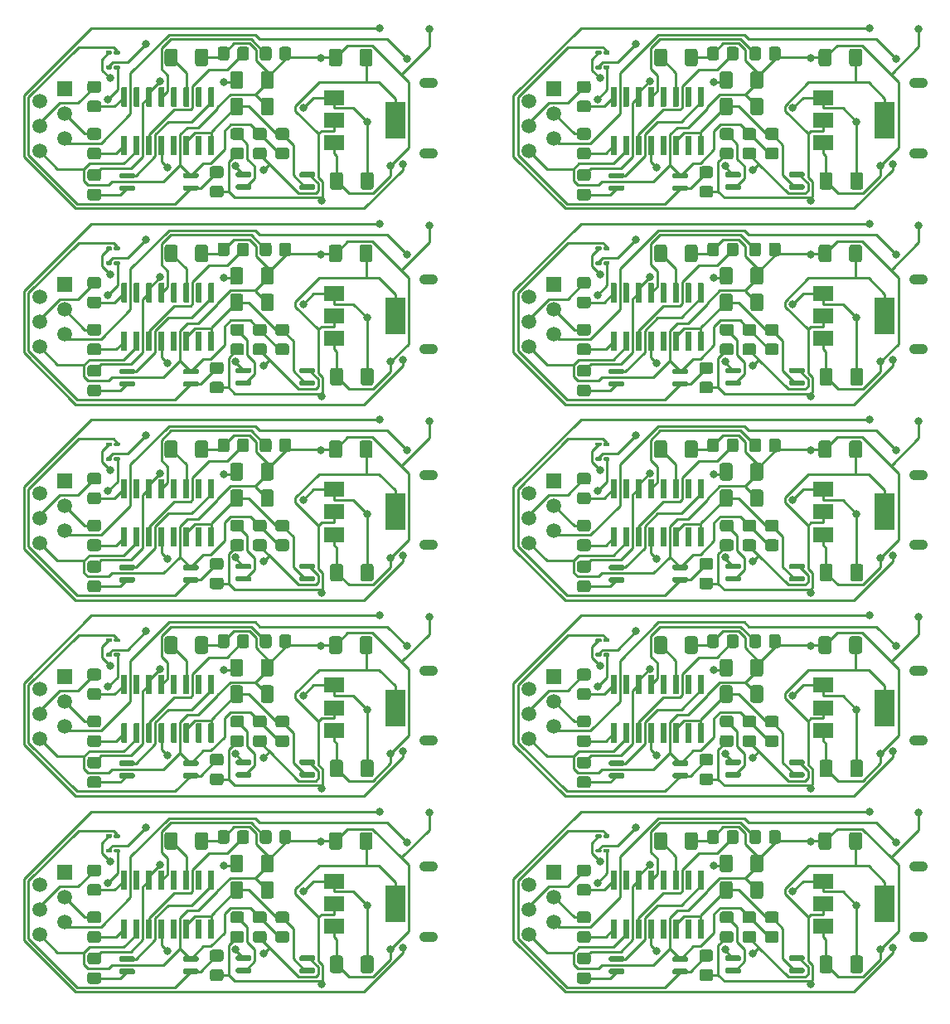
<source format=gbr>
%TF.GenerationSoftware,KiCad,Pcbnew,(5.1.9)-1*%
%TF.CreationDate,2021-10-14T17:35:56+02:00*%
%TF.ProjectId,IM350_AM550_T210_5V_V5.0,494d3335-305f-4414-9d35-35305f543231,rev?*%
%TF.SameCoordinates,Original*%
%TF.FileFunction,Copper,L2,Bot*%
%TF.FilePolarity,Positive*%
%FSLAX46Y46*%
G04 Gerber Fmt 4.6, Leading zero omitted, Abs format (unit mm)*
G04 Created by KiCad (PCBNEW (5.1.9)-1) date 2021-10-14 17:35:56*
%MOMM*%
%LPD*%
G01*
G04 APERTURE LIST*
%TA.AperFunction,ComponentPad*%
%ADD10O,1.900000X1.050000*%
%TD*%
%TA.AperFunction,ComponentPad*%
%ADD11C,1.520000*%
%TD*%
%TA.AperFunction,ComponentPad*%
%ADD12R,1.520000X1.520000*%
%TD*%
%TA.AperFunction,SMDPad,CuDef*%
%ADD13R,2.000000X1.500000*%
%TD*%
%TA.AperFunction,SMDPad,CuDef*%
%ADD14R,2.000000X3.800000*%
%TD*%
%TA.AperFunction,ViaPad*%
%ADD15C,0.800000*%
%TD*%
%TA.AperFunction,Conductor*%
%ADD16C,0.250000*%
%TD*%
G04 APERTURE END LIST*
D10*
%TO.P,J1,*%
%TO.N,*%
X83450000Y-118575000D03*
X83450000Y-111425000D03*
%TD*%
%TO.P,R15,2*%
%TO.N,GND*%
%TA.AperFunction,SMDPad,CuDef*%
G36*
G01*
X68200000Y-108850001D02*
X68200000Y-107949999D01*
G75*
G02*
X68449999Y-107700000I249999J0D01*
G01*
X69150001Y-107700000D01*
G75*
G02*
X69400000Y-107949999I0J-249999D01*
G01*
X69400000Y-108850001D01*
G75*
G02*
X69150001Y-109100000I-249999J0D01*
G01*
X68449999Y-109100000D01*
G75*
G02*
X68200000Y-108850001I0J249999D01*
G01*
G37*
%TD.AperFunction*%
%TO.P,R15,1*%
%TO.N,Net-(R15-Pad1)*%
%TA.AperFunction,SMDPad,CuDef*%
G36*
G01*
X66200000Y-108850001D02*
X66200000Y-107949999D01*
G75*
G02*
X66449999Y-107700000I249999J0D01*
G01*
X67150001Y-107700000D01*
G75*
G02*
X67400000Y-107949999I0J-249999D01*
G01*
X67400000Y-108850001D01*
G75*
G02*
X67150001Y-109100000I-249999J0D01*
G01*
X66449999Y-109100000D01*
G75*
G02*
X66200000Y-108850001I0J249999D01*
G01*
G37*
%TD.AperFunction*%
%TD*%
%TO.P,C3,1*%
%TO.N,Net-(C3-Pad1)*%
%TA.AperFunction,SMDPad,CuDef*%
G36*
G01*
X113175000Y-114450001D02*
X113175000Y-113149999D01*
G75*
G02*
X113424999Y-112900000I249999J0D01*
G01*
X114250001Y-112900000D01*
G75*
G02*
X114500000Y-113149999I0J-249999D01*
G01*
X114500000Y-114450001D01*
G75*
G02*
X114250001Y-114700000I-249999J0D01*
G01*
X113424999Y-114700000D01*
G75*
G02*
X113175000Y-114450001I0J249999D01*
G01*
G37*
%TD.AperFunction*%
%TO.P,C3,2*%
%TO.N,GND*%
%TA.AperFunction,SMDPad,CuDef*%
G36*
G01*
X116300000Y-114450001D02*
X116300000Y-113149999D01*
G75*
G02*
X116549999Y-112900000I249999J0D01*
G01*
X117375001Y-112900000D01*
G75*
G02*
X117625000Y-113149999I0J-249999D01*
G01*
X117625000Y-114450001D01*
G75*
G02*
X117375001Y-114700000I-249999J0D01*
G01*
X116549999Y-114700000D01*
G75*
G02*
X116300000Y-114450001I0J249999D01*
G01*
G37*
%TD.AperFunction*%
%TD*%
%TO.P,C1,1*%
%TO.N,+3V3*%
%TA.AperFunction,SMDPad,CuDef*%
G36*
G01*
X127725000Y-108149999D02*
X127725000Y-109450001D01*
G75*
G02*
X127475001Y-109700000I-249999J0D01*
G01*
X126649999Y-109700000D01*
G75*
G02*
X126400000Y-109450001I0J249999D01*
G01*
X126400000Y-108149999D01*
G75*
G02*
X126649999Y-107900000I249999J0D01*
G01*
X127475001Y-107900000D01*
G75*
G02*
X127725000Y-108149999I0J-249999D01*
G01*
G37*
%TD.AperFunction*%
%TO.P,C1,2*%
%TO.N,GND*%
%TA.AperFunction,SMDPad,CuDef*%
G36*
G01*
X124600000Y-108149999D02*
X124600000Y-109450001D01*
G75*
G02*
X124350001Y-109700000I-249999J0D01*
G01*
X123524999Y-109700000D01*
G75*
G02*
X123275000Y-109450001I0J249999D01*
G01*
X123275000Y-108149999D01*
G75*
G02*
X123524999Y-107900000I249999J0D01*
G01*
X124350001Y-107900000D01*
G75*
G02*
X124600000Y-108149999I0J-249999D01*
G01*
G37*
%TD.AperFunction*%
%TD*%
%TO.P,R17,2*%
%TO.N,/UART_RXI*%
%TA.AperFunction,SMDPad,CuDef*%
G36*
G01*
X65749999Y-118000000D02*
X66650001Y-118000000D01*
G75*
G02*
X66900000Y-118249999I0J-249999D01*
G01*
X66900000Y-118950001D01*
G75*
G02*
X66650001Y-119200000I-249999J0D01*
G01*
X65749999Y-119200000D01*
G75*
G02*
X65500000Y-118950001I0J249999D01*
G01*
X65500000Y-118249999D01*
G75*
G02*
X65749999Y-118000000I249999J0D01*
G01*
G37*
%TD.AperFunction*%
%TO.P,R17,1*%
%TO.N,GND*%
%TA.AperFunction,SMDPad,CuDef*%
G36*
G01*
X65749999Y-116000000D02*
X66650001Y-116000000D01*
G75*
G02*
X66900000Y-116249999I0J-249999D01*
G01*
X66900000Y-116950001D01*
G75*
G02*
X66650001Y-117200000I-249999J0D01*
G01*
X65749999Y-117200000D01*
G75*
G02*
X65500000Y-116950001I0J249999D01*
G01*
X65500000Y-116249999D01*
G75*
G02*
X65749999Y-116000000I249999J0D01*
G01*
G37*
%TD.AperFunction*%
%TD*%
%TO.P,R17,1*%
%TO.N,GND*%
%TA.AperFunction,SMDPad,CuDef*%
G36*
G01*
X115749999Y-116000000D02*
X116650001Y-116000000D01*
G75*
G02*
X116900000Y-116249999I0J-249999D01*
G01*
X116900000Y-116950001D01*
G75*
G02*
X116650001Y-117200000I-249999J0D01*
G01*
X115749999Y-117200000D01*
G75*
G02*
X115500000Y-116950001I0J249999D01*
G01*
X115500000Y-116249999D01*
G75*
G02*
X115749999Y-116000000I249999J0D01*
G01*
G37*
%TD.AperFunction*%
%TO.P,R17,2*%
%TO.N,/UART_RXI*%
%TA.AperFunction,SMDPad,CuDef*%
G36*
G01*
X115749999Y-118000000D02*
X116650001Y-118000000D01*
G75*
G02*
X116900000Y-118249999I0J-249999D01*
G01*
X116900000Y-118950001D01*
G75*
G02*
X116650001Y-119200000I-249999J0D01*
G01*
X115749999Y-119200000D01*
G75*
G02*
X115500000Y-118950001I0J249999D01*
G01*
X115500000Y-118249999D01*
G75*
G02*
X115749999Y-118000000I249999J0D01*
G01*
G37*
%TD.AperFunction*%
%TD*%
%TO.P,R11,2*%
%TO.N,Net-(J2-Pad3)*%
%TA.AperFunction,SMDPad,CuDef*%
G36*
G01*
X49750001Y-117200000D02*
X48849999Y-117200000D01*
G75*
G02*
X48600000Y-116950001I0J249999D01*
G01*
X48600000Y-116249999D01*
G75*
G02*
X48849999Y-116000000I249999J0D01*
G01*
X49750001Y-116000000D01*
G75*
G02*
X50000000Y-116249999I0J-249999D01*
G01*
X50000000Y-116950001D01*
G75*
G02*
X49750001Y-117200000I-249999J0D01*
G01*
G37*
%TD.AperFunction*%
%TO.P,R11,1*%
%TO.N,Net-(R11-Pad1)*%
%TA.AperFunction,SMDPad,CuDef*%
G36*
G01*
X49750001Y-119200000D02*
X48849999Y-119200000D01*
G75*
G02*
X48600000Y-118950001I0J249999D01*
G01*
X48600000Y-118249999D01*
G75*
G02*
X48849999Y-118000000I249999J0D01*
G01*
X49750001Y-118000000D01*
G75*
G02*
X50000000Y-118249999I0J-249999D01*
G01*
X50000000Y-118950001D01*
G75*
G02*
X49750001Y-119200000I-249999J0D01*
G01*
G37*
%TD.AperFunction*%
%TD*%
%TO.P,C2,1*%
%TO.N,+5V*%
%TA.AperFunction,SMDPad,CuDef*%
G36*
G01*
X127825000Y-120749999D02*
X127825000Y-122050001D01*
G75*
G02*
X127575001Y-122300000I-249999J0D01*
G01*
X126749999Y-122300000D01*
G75*
G02*
X126500000Y-122050001I0J249999D01*
G01*
X126500000Y-120749999D01*
G75*
G02*
X126749999Y-120500000I249999J0D01*
G01*
X127575001Y-120500000D01*
G75*
G02*
X127825000Y-120749999I0J-249999D01*
G01*
G37*
%TD.AperFunction*%
%TO.P,C2,2*%
%TO.N,GND*%
%TA.AperFunction,SMDPad,CuDef*%
G36*
G01*
X124700000Y-120749999D02*
X124700000Y-122050001D01*
G75*
G02*
X124450001Y-122300000I-249999J0D01*
G01*
X123624999Y-122300000D01*
G75*
G02*
X123375000Y-122050001I0J249999D01*
G01*
X123375000Y-120749999D01*
G75*
G02*
X123624999Y-120500000I249999J0D01*
G01*
X124450001Y-120500000D01*
G75*
G02*
X124700000Y-120749999I0J-249999D01*
G01*
G37*
%TD.AperFunction*%
%TD*%
%TO.P,U5,1*%
%TO.N,Net-(R16-Pad1)*%
%TA.AperFunction,SMDPad,CuDef*%
G36*
G01*
X113750000Y-122172500D02*
X113750000Y-121897500D01*
G75*
G02*
X113887500Y-121760000I137500J0D01*
G01*
X115212500Y-121760000D01*
G75*
G02*
X115350000Y-121897500I0J-137500D01*
G01*
X115350000Y-122172500D01*
G75*
G02*
X115212500Y-122310000I-137500J0D01*
G01*
X113887500Y-122310000D01*
G75*
G02*
X113750000Y-122172500I0J137500D01*
G01*
G37*
%TD.AperFunction*%
%TO.P,U5,2*%
%TO.N,/MBUS_RX*%
%TA.AperFunction,SMDPad,CuDef*%
G36*
G01*
X113750000Y-120902500D02*
X113750000Y-120627500D01*
G75*
G02*
X113887500Y-120490000I137500J0D01*
G01*
X115212500Y-120490000D01*
G75*
G02*
X115350000Y-120627500I0J-137500D01*
G01*
X115350000Y-120902500D01*
G75*
G02*
X115212500Y-121040000I-137500J0D01*
G01*
X113887500Y-121040000D01*
G75*
G02*
X113750000Y-120902500I0J137500D01*
G01*
G37*
%TD.AperFunction*%
%TO.P,U5,3*%
%TO.N,/UART_RXI*%
%TA.AperFunction,SMDPad,CuDef*%
G36*
G01*
X120250000Y-120902500D02*
X120250000Y-120627500D01*
G75*
G02*
X120387500Y-120490000I137500J0D01*
G01*
X121712500Y-120490000D01*
G75*
G02*
X121850000Y-120627500I0J-137500D01*
G01*
X121850000Y-120902500D01*
G75*
G02*
X121712500Y-121040000I-137500J0D01*
G01*
X120387500Y-121040000D01*
G75*
G02*
X120250000Y-120902500I0J137500D01*
G01*
G37*
%TD.AperFunction*%
%TO.P,U5,4*%
%TO.N,Net-(C3-Pad1)*%
%TA.AperFunction,SMDPad,CuDef*%
G36*
G01*
X120250000Y-122172500D02*
X120250000Y-121897500D01*
G75*
G02*
X120387500Y-121760000I137500J0D01*
G01*
X121712500Y-121760000D01*
G75*
G02*
X121850000Y-121897500I0J-137500D01*
G01*
X121850000Y-122172500D01*
G75*
G02*
X121712500Y-122310000I-137500J0D01*
G01*
X120387500Y-122310000D01*
G75*
G02*
X120250000Y-122172500I0J137500D01*
G01*
G37*
%TD.AperFunction*%
%TD*%
%TO.P,R6,1*%
%TO.N,Net-(R1-Pad1)*%
%TA.AperFunction,SMDPad,CuDef*%
G36*
G01*
X100482500Y-108400000D02*
X100482500Y-108200000D01*
G75*
G02*
X100582500Y-108100000I100000J0D01*
G01*
X101017500Y-108100000D01*
G75*
G02*
X101117500Y-108200000I0J-100000D01*
G01*
X101117500Y-108400000D01*
G75*
G02*
X101017500Y-108500000I-100000J0D01*
G01*
X100582500Y-108500000D01*
G75*
G02*
X100482500Y-108400000I0J100000D01*
G01*
G37*
%TD.AperFunction*%
%TO.P,R6,2*%
%TO.N,/MBUS_TX*%
%TA.AperFunction,SMDPad,CuDef*%
G36*
G01*
X101297500Y-108400000D02*
X101297500Y-108200000D01*
G75*
G02*
X101397500Y-108100000I100000J0D01*
G01*
X101832500Y-108100000D01*
G75*
G02*
X101932500Y-108200000I0J-100000D01*
G01*
X101932500Y-108400000D01*
G75*
G02*
X101832500Y-108500000I-100000J0D01*
G01*
X101397500Y-108500000D01*
G75*
G02*
X101297500Y-108400000I0J100000D01*
G01*
G37*
%TD.AperFunction*%
%TD*%
D11*
%TO.P,J2,6*%
%TO.N,GND*%
X93710000Y-118350000D03*
%TO.P,J2,5*%
%TO.N,/DATA*%
X96250000Y-117080000D03*
%TO.P,J2,4*%
%TO.N,Net-(J2-Pad4)*%
X93710000Y-115810000D03*
%TO.P,J2,3*%
%TO.N,Net-(J2-Pad3)*%
X96250000Y-114540000D03*
%TO.P,J2,2*%
%TO.N,/TRIGGER*%
X93710000Y-113270000D03*
D12*
%TO.P,J2,1*%
%TO.N,+5V*%
X96250000Y-112000000D03*
%TD*%
%TO.P,R11,1*%
%TO.N,Net-(R11-Pad1)*%
%TA.AperFunction,SMDPad,CuDef*%
G36*
G01*
X99750001Y-119200000D02*
X98849999Y-119200000D01*
G75*
G02*
X98600000Y-118950001I0J249999D01*
G01*
X98600000Y-118249999D01*
G75*
G02*
X98849999Y-118000000I249999J0D01*
G01*
X99750001Y-118000000D01*
G75*
G02*
X100000000Y-118249999I0J-249999D01*
G01*
X100000000Y-118950001D01*
G75*
G02*
X99750001Y-119200000I-249999J0D01*
G01*
G37*
%TD.AperFunction*%
%TO.P,R11,2*%
%TO.N,Net-(J2-Pad3)*%
%TA.AperFunction,SMDPad,CuDef*%
G36*
G01*
X99750001Y-117200000D02*
X98849999Y-117200000D01*
G75*
G02*
X98600000Y-116950001I0J249999D01*
G01*
X98600000Y-116249999D01*
G75*
G02*
X98849999Y-116000000I249999J0D01*
G01*
X99750001Y-116000000D01*
G75*
G02*
X100000000Y-116249999I0J-249999D01*
G01*
X100000000Y-116950001D01*
G75*
G02*
X99750001Y-117200000I-249999J0D01*
G01*
G37*
%TD.AperFunction*%
%TD*%
%TO.P,U5,4*%
%TO.N,Net-(C3-Pad1)*%
%TA.AperFunction,SMDPad,CuDef*%
G36*
G01*
X70250000Y-122172500D02*
X70250000Y-121897500D01*
G75*
G02*
X70387500Y-121760000I137500J0D01*
G01*
X71712500Y-121760000D01*
G75*
G02*
X71850000Y-121897500I0J-137500D01*
G01*
X71850000Y-122172500D01*
G75*
G02*
X71712500Y-122310000I-137500J0D01*
G01*
X70387500Y-122310000D01*
G75*
G02*
X70250000Y-122172500I0J137500D01*
G01*
G37*
%TD.AperFunction*%
%TO.P,U5,3*%
%TO.N,/UART_RXI*%
%TA.AperFunction,SMDPad,CuDef*%
G36*
G01*
X70250000Y-120902500D02*
X70250000Y-120627500D01*
G75*
G02*
X70387500Y-120490000I137500J0D01*
G01*
X71712500Y-120490000D01*
G75*
G02*
X71850000Y-120627500I0J-137500D01*
G01*
X71850000Y-120902500D01*
G75*
G02*
X71712500Y-121040000I-137500J0D01*
G01*
X70387500Y-121040000D01*
G75*
G02*
X70250000Y-120902500I0J137500D01*
G01*
G37*
%TD.AperFunction*%
%TO.P,U5,2*%
%TO.N,/MBUS_RX*%
%TA.AperFunction,SMDPad,CuDef*%
G36*
G01*
X63750000Y-120902500D02*
X63750000Y-120627500D01*
G75*
G02*
X63887500Y-120490000I137500J0D01*
G01*
X65212500Y-120490000D01*
G75*
G02*
X65350000Y-120627500I0J-137500D01*
G01*
X65350000Y-120902500D01*
G75*
G02*
X65212500Y-121040000I-137500J0D01*
G01*
X63887500Y-121040000D01*
G75*
G02*
X63750000Y-120902500I0J137500D01*
G01*
G37*
%TD.AperFunction*%
%TO.P,U5,1*%
%TO.N,Net-(R16-Pad1)*%
%TA.AperFunction,SMDPad,CuDef*%
G36*
G01*
X63750000Y-122172500D02*
X63750000Y-121897500D01*
G75*
G02*
X63887500Y-121760000I137500J0D01*
G01*
X65212500Y-121760000D01*
G75*
G02*
X65350000Y-121897500I0J-137500D01*
G01*
X65350000Y-122172500D01*
G75*
G02*
X65212500Y-122310000I-137500J0D01*
G01*
X63887500Y-122310000D01*
G75*
G02*
X63750000Y-122172500I0J137500D01*
G01*
G37*
%TD.AperFunction*%
%TD*%
%TO.P,R14,1*%
%TO.N,GND*%
%TA.AperFunction,SMDPad,CuDef*%
G36*
G01*
X111900000Y-108850001D02*
X111900000Y-107949999D01*
G75*
G02*
X112149999Y-107700000I249999J0D01*
G01*
X112850001Y-107700000D01*
G75*
G02*
X113100000Y-107949999I0J-249999D01*
G01*
X113100000Y-108850001D01*
G75*
G02*
X112850001Y-109100000I-249999J0D01*
G01*
X112149999Y-109100000D01*
G75*
G02*
X111900000Y-108850001I0J249999D01*
G01*
G37*
%TD.AperFunction*%
%TO.P,R14,2*%
%TO.N,Net-(R14-Pad2)*%
%TA.AperFunction,SMDPad,CuDef*%
G36*
G01*
X113900000Y-108850001D02*
X113900000Y-107949999D01*
G75*
G02*
X114149999Y-107700000I249999J0D01*
G01*
X114850001Y-107700000D01*
G75*
G02*
X115100000Y-107949999I0J-249999D01*
G01*
X115100000Y-108850001D01*
G75*
G02*
X114850001Y-109100000I-249999J0D01*
G01*
X114149999Y-109100000D01*
G75*
G02*
X113900000Y-108850001I0J249999D01*
G01*
G37*
%TD.AperFunction*%
%TD*%
%TO.P,C1,2*%
%TO.N,GND*%
%TA.AperFunction,SMDPad,CuDef*%
G36*
G01*
X74600000Y-108149999D02*
X74600000Y-109450001D01*
G75*
G02*
X74350001Y-109700000I-249999J0D01*
G01*
X73524999Y-109700000D01*
G75*
G02*
X73275000Y-109450001I0J249999D01*
G01*
X73275000Y-108149999D01*
G75*
G02*
X73524999Y-107900000I249999J0D01*
G01*
X74350001Y-107900000D01*
G75*
G02*
X74600000Y-108149999I0J-249999D01*
G01*
G37*
%TD.AperFunction*%
%TO.P,C1,1*%
%TO.N,+3V3*%
%TA.AperFunction,SMDPad,CuDef*%
G36*
G01*
X77725000Y-108149999D02*
X77725000Y-109450001D01*
G75*
G02*
X77475001Y-109700000I-249999J0D01*
G01*
X76649999Y-109700000D01*
G75*
G02*
X76400000Y-109450001I0J249999D01*
G01*
X76400000Y-108149999D01*
G75*
G02*
X76649999Y-107900000I249999J0D01*
G01*
X77475001Y-107900000D01*
G75*
G02*
X77725000Y-108149999I0J-249999D01*
G01*
G37*
%TD.AperFunction*%
%TD*%
%TO.P,U4,1*%
%TO.N,Net-(R10-Pad1)*%
%TA.AperFunction,SMDPad,CuDef*%
G36*
G01*
X101850000Y-122272500D02*
X101850000Y-121997500D01*
G75*
G02*
X101987500Y-121860000I137500J0D01*
G01*
X103312500Y-121860000D01*
G75*
G02*
X103450000Y-121997500I0J-137500D01*
G01*
X103450000Y-122272500D01*
G75*
G02*
X103312500Y-122410000I-137500J0D01*
G01*
X101987500Y-122410000D01*
G75*
G02*
X101850000Y-122272500I0J137500D01*
G01*
G37*
%TD.AperFunction*%
%TO.P,U4,2*%
%TO.N,/UART_TX*%
%TA.AperFunction,SMDPad,CuDef*%
G36*
G01*
X101850000Y-121002500D02*
X101850000Y-120727500D01*
G75*
G02*
X101987500Y-120590000I137500J0D01*
G01*
X103312500Y-120590000D01*
G75*
G02*
X103450000Y-120727500I0J-137500D01*
G01*
X103450000Y-121002500D01*
G75*
G02*
X103312500Y-121140000I-137500J0D01*
G01*
X101987500Y-121140000D01*
G75*
G02*
X101850000Y-121002500I0J137500D01*
G01*
G37*
%TD.AperFunction*%
%TO.P,U4,3*%
%TO.N,GND*%
%TA.AperFunction,SMDPad,CuDef*%
G36*
G01*
X108350000Y-121002500D02*
X108350000Y-120727500D01*
G75*
G02*
X108487500Y-120590000I137500J0D01*
G01*
X109812500Y-120590000D01*
G75*
G02*
X109950000Y-120727500I0J-137500D01*
G01*
X109950000Y-121002500D01*
G75*
G02*
X109812500Y-121140000I-137500J0D01*
G01*
X108487500Y-121140000D01*
G75*
G02*
X108350000Y-121002500I0J137500D01*
G01*
G37*
%TD.AperFunction*%
%TO.P,U4,4*%
%TO.N,/MBUS_TX*%
%TA.AperFunction,SMDPad,CuDef*%
G36*
G01*
X108350000Y-122272500D02*
X108350000Y-121997500D01*
G75*
G02*
X108487500Y-121860000I137500J0D01*
G01*
X109812500Y-121860000D01*
G75*
G02*
X109950000Y-121997500I0J-137500D01*
G01*
X109950000Y-122272500D01*
G75*
G02*
X109812500Y-122410000I-137500J0D01*
G01*
X108487500Y-122410000D01*
G75*
G02*
X108350000Y-122272500I0J137500D01*
G01*
G37*
%TD.AperFunction*%
%TD*%
%TO.P,C4,1*%
%TO.N,Net-(C4-Pad1)*%
%TA.AperFunction,SMDPad,CuDef*%
G36*
G01*
X113175000Y-111750001D02*
X113175000Y-110449999D01*
G75*
G02*
X113424999Y-110200000I249999J0D01*
G01*
X114250001Y-110200000D01*
G75*
G02*
X114500000Y-110449999I0J-249999D01*
G01*
X114500000Y-111750001D01*
G75*
G02*
X114250001Y-112000000I-249999J0D01*
G01*
X113424999Y-112000000D01*
G75*
G02*
X113175000Y-111750001I0J249999D01*
G01*
G37*
%TD.AperFunction*%
%TO.P,C4,2*%
%TO.N,GND*%
%TA.AperFunction,SMDPad,CuDef*%
G36*
G01*
X116300000Y-111750001D02*
X116300000Y-110449999D01*
G75*
G02*
X116549999Y-110200000I249999J0D01*
G01*
X117375001Y-110200000D01*
G75*
G02*
X117625000Y-110449999I0J-249999D01*
G01*
X117625000Y-111750001D01*
G75*
G02*
X117375001Y-112000000I-249999J0D01*
G01*
X116549999Y-112000000D01*
G75*
G02*
X116300000Y-111750001I0J249999D01*
G01*
G37*
%TD.AperFunction*%
%TD*%
%TO.P,J2,1*%
%TO.N,+5V*%
X46250000Y-112000000D03*
D11*
%TO.P,J2,2*%
%TO.N,/TRIGGER*%
X43710000Y-113270000D03*
%TO.P,J2,3*%
%TO.N,Net-(J2-Pad3)*%
X46250000Y-114540000D03*
%TO.P,J2,4*%
%TO.N,Net-(J2-Pad4)*%
X43710000Y-115810000D03*
%TO.P,J2,5*%
%TO.N,/DATA*%
X46250000Y-117080000D03*
%TO.P,J2,6*%
%TO.N,GND*%
X43710000Y-118350000D03*
%TD*%
%TO.P,R16,1*%
%TO.N,Net-(R16-Pad1)*%
%TA.AperFunction,SMDPad,CuDef*%
G36*
G01*
X113449999Y-116000000D02*
X114350001Y-116000000D01*
G75*
G02*
X114600000Y-116249999I0J-249999D01*
G01*
X114600000Y-116950001D01*
G75*
G02*
X114350001Y-117200000I-249999J0D01*
G01*
X113449999Y-117200000D01*
G75*
G02*
X113200000Y-116950001I0J249999D01*
G01*
X113200000Y-116249999D01*
G75*
G02*
X113449999Y-116000000I249999J0D01*
G01*
G37*
%TD.AperFunction*%
%TO.P,R16,2*%
%TO.N,+3V3*%
%TA.AperFunction,SMDPad,CuDef*%
G36*
G01*
X113449999Y-118000000D02*
X114350001Y-118000000D01*
G75*
G02*
X114600000Y-118249999I0J-249999D01*
G01*
X114600000Y-118950001D01*
G75*
G02*
X114350001Y-119200000I-249999J0D01*
G01*
X113449999Y-119200000D01*
G75*
G02*
X113200000Y-118950001I0J249999D01*
G01*
X113200000Y-118249999D01*
G75*
G02*
X113449999Y-118000000I249999J0D01*
G01*
G37*
%TD.AperFunction*%
%TD*%
%TO.P,R15,1*%
%TO.N,Net-(R15-Pad1)*%
%TA.AperFunction,SMDPad,CuDef*%
G36*
G01*
X116200000Y-108850001D02*
X116200000Y-107949999D01*
G75*
G02*
X116449999Y-107700000I249999J0D01*
G01*
X117150001Y-107700000D01*
G75*
G02*
X117400000Y-107949999I0J-249999D01*
G01*
X117400000Y-108850001D01*
G75*
G02*
X117150001Y-109100000I-249999J0D01*
G01*
X116449999Y-109100000D01*
G75*
G02*
X116200000Y-108850001I0J249999D01*
G01*
G37*
%TD.AperFunction*%
%TO.P,R15,2*%
%TO.N,GND*%
%TA.AperFunction,SMDPad,CuDef*%
G36*
G01*
X118200000Y-108850001D02*
X118200000Y-107949999D01*
G75*
G02*
X118449999Y-107700000I249999J0D01*
G01*
X119150001Y-107700000D01*
G75*
G02*
X119400000Y-107949999I0J-249999D01*
G01*
X119400000Y-108850001D01*
G75*
G02*
X119150001Y-109100000I-249999J0D01*
G01*
X118449999Y-109100000D01*
G75*
G02*
X118200000Y-108850001I0J249999D01*
G01*
G37*
%TD.AperFunction*%
%TD*%
%TO.P,C2,2*%
%TO.N,GND*%
%TA.AperFunction,SMDPad,CuDef*%
G36*
G01*
X74700000Y-120749999D02*
X74700000Y-122050001D01*
G75*
G02*
X74450001Y-122300000I-249999J0D01*
G01*
X73624999Y-122300000D01*
G75*
G02*
X73375000Y-122050001I0J249999D01*
G01*
X73375000Y-120749999D01*
G75*
G02*
X73624999Y-120500000I249999J0D01*
G01*
X74450001Y-120500000D01*
G75*
G02*
X74700000Y-120749999I0J-249999D01*
G01*
G37*
%TD.AperFunction*%
%TO.P,C2,1*%
%TO.N,+5V*%
%TA.AperFunction,SMDPad,CuDef*%
G36*
G01*
X77825000Y-120749999D02*
X77825000Y-122050001D01*
G75*
G02*
X77575001Y-122300000I-249999J0D01*
G01*
X76749999Y-122300000D01*
G75*
G02*
X76500000Y-122050001I0J249999D01*
G01*
X76500000Y-120749999D01*
G75*
G02*
X76749999Y-120500000I249999J0D01*
G01*
X77575001Y-120500000D01*
G75*
G02*
X77825000Y-120749999I0J-249999D01*
G01*
G37*
%TD.AperFunction*%
%TD*%
%TO.P,R10,2*%
%TO.N,Net-(C4-Pad1)*%
%TA.AperFunction,SMDPad,CuDef*%
G36*
G01*
X49750001Y-121400000D02*
X48849999Y-121400000D01*
G75*
G02*
X48600000Y-121150001I0J249999D01*
G01*
X48600000Y-120449999D01*
G75*
G02*
X48849999Y-120200000I249999J0D01*
G01*
X49750001Y-120200000D01*
G75*
G02*
X50000000Y-120449999I0J-249999D01*
G01*
X50000000Y-121150001D01*
G75*
G02*
X49750001Y-121400000I-249999J0D01*
G01*
G37*
%TD.AperFunction*%
%TO.P,R10,1*%
%TO.N,Net-(R10-Pad1)*%
%TA.AperFunction,SMDPad,CuDef*%
G36*
G01*
X49750001Y-123400000D02*
X48849999Y-123400000D01*
G75*
G02*
X48600000Y-123150001I0J249999D01*
G01*
X48600000Y-122449999D01*
G75*
G02*
X48849999Y-122200000I249999J0D01*
G01*
X49750001Y-122200000D01*
G75*
G02*
X50000000Y-122449999I0J-249999D01*
G01*
X50000000Y-123150001D01*
G75*
G02*
X49750001Y-123400000I-249999J0D01*
G01*
G37*
%TD.AperFunction*%
%TD*%
%TO.P,R12,2*%
%TO.N,Net-(J2-Pad4)*%
%TA.AperFunction,SMDPad,CuDef*%
G36*
G01*
X49750001Y-112400000D02*
X48849999Y-112400000D01*
G75*
G02*
X48600000Y-112150001I0J249999D01*
G01*
X48600000Y-111449999D01*
G75*
G02*
X48849999Y-111200000I249999J0D01*
G01*
X49750001Y-111200000D01*
G75*
G02*
X50000000Y-111449999I0J-249999D01*
G01*
X50000000Y-112150001D01*
G75*
G02*
X49750001Y-112400000I-249999J0D01*
G01*
G37*
%TD.AperFunction*%
%TO.P,R12,1*%
%TO.N,Net-(R12-Pad1)*%
%TA.AperFunction,SMDPad,CuDef*%
G36*
G01*
X49750001Y-114400000D02*
X48849999Y-114400000D01*
G75*
G02*
X48600000Y-114150001I0J249999D01*
G01*
X48600000Y-113449999D01*
G75*
G02*
X48849999Y-113200000I249999J0D01*
G01*
X49750001Y-113200000D01*
G75*
G02*
X50000000Y-113449999I0J-249999D01*
G01*
X50000000Y-114150001D01*
G75*
G02*
X49750001Y-114400000I-249999J0D01*
G01*
G37*
%TD.AperFunction*%
%TD*%
%TO.P,R4,1*%
%TO.N,GND*%
%TA.AperFunction,SMDPad,CuDef*%
G36*
G01*
X118950001Y-119200000D02*
X118049999Y-119200000D01*
G75*
G02*
X117800000Y-118950001I0J249999D01*
G01*
X117800000Y-118249999D01*
G75*
G02*
X118049999Y-118000000I249999J0D01*
G01*
X118950001Y-118000000D01*
G75*
G02*
X119200000Y-118249999I0J-249999D01*
G01*
X119200000Y-118950001D01*
G75*
G02*
X118950001Y-119200000I-249999J0D01*
G01*
G37*
%TD.AperFunction*%
%TO.P,R4,2*%
%TO.N,Net-(C3-Pad1)*%
%TA.AperFunction,SMDPad,CuDef*%
G36*
G01*
X118950001Y-117200000D02*
X118049999Y-117200000D01*
G75*
G02*
X117800000Y-116950001I0J249999D01*
G01*
X117800000Y-116249999D01*
G75*
G02*
X118049999Y-116000000I249999J0D01*
G01*
X118950001Y-116000000D01*
G75*
G02*
X119200000Y-116249999I0J-249999D01*
G01*
X119200000Y-116950001D01*
G75*
G02*
X118950001Y-117200000I-249999J0D01*
G01*
G37*
%TD.AperFunction*%
%TD*%
%TO.P,C5,2*%
%TO.N,GND*%
%TA.AperFunction,SMDPad,CuDef*%
G36*
G01*
X59600000Y-109450001D02*
X59600000Y-108149999D01*
G75*
G02*
X59849999Y-107900000I249999J0D01*
G01*
X60675001Y-107900000D01*
G75*
G02*
X60925000Y-108149999I0J-249999D01*
G01*
X60925000Y-109450001D01*
G75*
G02*
X60675001Y-109700000I-249999J0D01*
G01*
X59849999Y-109700000D01*
G75*
G02*
X59600000Y-109450001I0J249999D01*
G01*
G37*
%TD.AperFunction*%
%TO.P,C5,1*%
%TO.N,Net-(C5-Pad1)*%
%TA.AperFunction,SMDPad,CuDef*%
G36*
G01*
X56475000Y-109450001D02*
X56475000Y-108149999D01*
G75*
G02*
X56724999Y-107900000I249999J0D01*
G01*
X57550001Y-107900000D01*
G75*
G02*
X57800000Y-108149999I0J-249999D01*
G01*
X57800000Y-109450001D01*
G75*
G02*
X57550001Y-109700000I-249999J0D01*
G01*
X56724999Y-109700000D01*
G75*
G02*
X56475000Y-109450001I0J249999D01*
G01*
G37*
%TD.AperFunction*%
%TD*%
D13*
%TO.P,U1,1*%
%TO.N,GND*%
X73750000Y-117500000D03*
%TO.P,U1,3*%
%TO.N,+5V*%
X73750000Y-112900000D03*
%TO.P,U1,2*%
%TO.N,+3V3*%
X73750000Y-115200000D03*
D14*
X80050000Y-115200000D03*
%TD*%
%TO.P,U3,16*%
%TO.N,Net-(R11-Pad1)*%
%TA.AperFunction,SMDPad,CuDef*%
G36*
G01*
X52097000Y-116790000D02*
X52613000Y-116790000D01*
G75*
G02*
X52655000Y-116832000I0J-42000D01*
G01*
X52655000Y-118718000D01*
G75*
G02*
X52613000Y-118760000I-42000J0D01*
G01*
X52097000Y-118760000D01*
G75*
G02*
X52055000Y-118718000I0J42000D01*
G01*
X52055000Y-116832000D01*
G75*
G02*
X52097000Y-116790000I42000J0D01*
G01*
G37*
%TD.AperFunction*%
%TO.P,U3,15*%
%TO.N,GND*%
%TA.AperFunction,SMDPad,CuDef*%
G36*
G01*
X53367000Y-116790000D02*
X53883000Y-116790000D01*
G75*
G02*
X53925000Y-116832000I0J-42000D01*
G01*
X53925000Y-118718000D01*
G75*
G02*
X53883000Y-118760000I-42000J0D01*
G01*
X53367000Y-118760000D01*
G75*
G02*
X53325000Y-118718000I0J42000D01*
G01*
X53325000Y-116832000D01*
G75*
G02*
X53367000Y-116790000I42000J0D01*
G01*
G37*
%TD.AperFunction*%
%TO.P,U3,14*%
%TO.N,Net-(R14-Pad2)*%
%TA.AperFunction,SMDPad,CuDef*%
G36*
G01*
X54637000Y-116790000D02*
X55153000Y-116790000D01*
G75*
G02*
X55195000Y-116832000I0J-42000D01*
G01*
X55195000Y-118718000D01*
G75*
G02*
X55153000Y-118760000I-42000J0D01*
G01*
X54637000Y-118760000D01*
G75*
G02*
X54595000Y-118718000I0J42000D01*
G01*
X54595000Y-116832000D01*
G75*
G02*
X54637000Y-116790000I42000J0D01*
G01*
G37*
%TD.AperFunction*%
%TO.P,U3,13*%
%TO.N,/UART_RXI*%
%TA.AperFunction,SMDPad,CuDef*%
G36*
G01*
X55907000Y-116790000D02*
X56423000Y-116790000D01*
G75*
G02*
X56465000Y-116832000I0J-42000D01*
G01*
X56465000Y-118718000D01*
G75*
G02*
X56423000Y-118760000I-42000J0D01*
G01*
X55907000Y-118760000D01*
G75*
G02*
X55865000Y-118718000I0J42000D01*
G01*
X55865000Y-116832000D01*
G75*
G02*
X55907000Y-116790000I42000J0D01*
G01*
G37*
%TD.AperFunction*%
%TO.P,U3,12*%
%TO.N,Net-(U3-Pad12)*%
%TA.AperFunction,SMDPad,CuDef*%
G36*
G01*
X57177000Y-116790000D02*
X57693000Y-116790000D01*
G75*
G02*
X57735000Y-116832000I0J-42000D01*
G01*
X57735000Y-118718000D01*
G75*
G02*
X57693000Y-118760000I-42000J0D01*
G01*
X57177000Y-118760000D01*
G75*
G02*
X57135000Y-118718000I0J42000D01*
G01*
X57135000Y-116832000D01*
G75*
G02*
X57177000Y-116790000I42000J0D01*
G01*
G37*
%TD.AperFunction*%
%TO.P,U3,11*%
%TO.N,Net-(C3-Pad1)*%
%TA.AperFunction,SMDPad,CuDef*%
G36*
G01*
X58447000Y-116790000D02*
X58963000Y-116790000D01*
G75*
G02*
X59005000Y-116832000I0J-42000D01*
G01*
X59005000Y-118718000D01*
G75*
G02*
X58963000Y-118760000I-42000J0D01*
G01*
X58447000Y-118760000D01*
G75*
G02*
X58405000Y-118718000I0J42000D01*
G01*
X58405000Y-116832000D01*
G75*
G02*
X58447000Y-116790000I42000J0D01*
G01*
G37*
%TD.AperFunction*%
%TO.P,U3,10*%
%TO.N,Net-(U3-Pad10)*%
%TA.AperFunction,SMDPad,CuDef*%
G36*
G01*
X59717000Y-116790000D02*
X60233000Y-116790000D01*
G75*
G02*
X60275000Y-116832000I0J-42000D01*
G01*
X60275000Y-118718000D01*
G75*
G02*
X60233000Y-118760000I-42000J0D01*
G01*
X59717000Y-118760000D01*
G75*
G02*
X59675000Y-118718000I0J42000D01*
G01*
X59675000Y-116832000D01*
G75*
G02*
X59717000Y-116790000I42000J0D01*
G01*
G37*
%TD.AperFunction*%
%TO.P,U3,9*%
%TO.N,Net-(C3-Pad1)*%
%TA.AperFunction,SMDPad,CuDef*%
G36*
G01*
X60987000Y-116790000D02*
X61503000Y-116790000D01*
G75*
G02*
X61545000Y-116832000I0J-42000D01*
G01*
X61545000Y-118718000D01*
G75*
G02*
X61503000Y-118760000I-42000J0D01*
G01*
X60987000Y-118760000D01*
G75*
G02*
X60945000Y-118718000I0J42000D01*
G01*
X60945000Y-116832000D01*
G75*
G02*
X60987000Y-116790000I42000J0D01*
G01*
G37*
%TD.AperFunction*%
%TO.P,U3,8*%
%TO.N,/UART_TX*%
%TA.AperFunction,SMDPad,CuDef*%
G36*
G01*
X60987000Y-111840000D02*
X61503000Y-111840000D01*
G75*
G02*
X61545000Y-111882000I0J-42000D01*
G01*
X61545000Y-113768000D01*
G75*
G02*
X61503000Y-113810000I-42000J0D01*
G01*
X60987000Y-113810000D01*
G75*
G02*
X60945000Y-113768000I0J42000D01*
G01*
X60945000Y-111882000D01*
G75*
G02*
X60987000Y-111840000I42000J0D01*
G01*
G37*
%TD.AperFunction*%
%TO.P,U3,7*%
%TO.N,Net-(U3-Pad7)*%
%TA.AperFunction,SMDPad,CuDef*%
G36*
G01*
X59717000Y-111840000D02*
X60233000Y-111840000D01*
G75*
G02*
X60275000Y-111882000I0J-42000D01*
G01*
X60275000Y-113768000D01*
G75*
G02*
X60233000Y-113810000I-42000J0D01*
G01*
X59717000Y-113810000D01*
G75*
G02*
X59675000Y-113768000I0J42000D01*
G01*
X59675000Y-111882000D01*
G75*
G02*
X59717000Y-111840000I42000J0D01*
G01*
G37*
%TD.AperFunction*%
%TO.P,U3,6*%
%TO.N,Net-(C5-Pad1)*%
%TA.AperFunction,SMDPad,CuDef*%
G36*
G01*
X58447000Y-111840000D02*
X58963000Y-111840000D01*
G75*
G02*
X59005000Y-111882000I0J-42000D01*
G01*
X59005000Y-113768000D01*
G75*
G02*
X58963000Y-113810000I-42000J0D01*
G01*
X58447000Y-113810000D01*
G75*
G02*
X58405000Y-113768000I0J42000D01*
G01*
X58405000Y-111882000D01*
G75*
G02*
X58447000Y-111840000I42000J0D01*
G01*
G37*
%TD.AperFunction*%
%TO.P,U3,5*%
%TO.N,Net-(U3-Pad5)*%
%TA.AperFunction,SMDPad,CuDef*%
G36*
G01*
X57177000Y-111840000D02*
X57693000Y-111840000D01*
G75*
G02*
X57735000Y-111882000I0J-42000D01*
G01*
X57735000Y-113768000D01*
G75*
G02*
X57693000Y-113810000I-42000J0D01*
G01*
X57177000Y-113810000D01*
G75*
G02*
X57135000Y-113768000I0J42000D01*
G01*
X57135000Y-111882000D01*
G75*
G02*
X57177000Y-111840000I42000J0D01*
G01*
G37*
%TD.AperFunction*%
%TO.P,U3,4*%
%TO.N,Net-(R15-Pad1)*%
%TA.AperFunction,SMDPad,CuDef*%
G36*
G01*
X55907000Y-111840000D02*
X56423000Y-111840000D01*
G75*
G02*
X56465000Y-111882000I0J-42000D01*
G01*
X56465000Y-113768000D01*
G75*
G02*
X56423000Y-113810000I-42000J0D01*
G01*
X55907000Y-113810000D01*
G75*
G02*
X55865000Y-113768000I0J42000D01*
G01*
X55865000Y-111882000D01*
G75*
G02*
X55907000Y-111840000I42000J0D01*
G01*
G37*
%TD.AperFunction*%
%TO.P,U3,3*%
%TO.N,Net-(C4-Pad1)*%
%TA.AperFunction,SMDPad,CuDef*%
G36*
G01*
X54637000Y-111840000D02*
X55153000Y-111840000D01*
G75*
G02*
X55195000Y-111882000I0J-42000D01*
G01*
X55195000Y-113768000D01*
G75*
G02*
X55153000Y-113810000I-42000J0D01*
G01*
X54637000Y-113810000D01*
G75*
G02*
X54595000Y-113768000I0J42000D01*
G01*
X54595000Y-111882000D01*
G75*
G02*
X54637000Y-111840000I42000J0D01*
G01*
G37*
%TD.AperFunction*%
%TO.P,U3,2*%
%TO.N,Net-(U3-Pad2)*%
%TA.AperFunction,SMDPad,CuDef*%
G36*
G01*
X53367000Y-111840000D02*
X53883000Y-111840000D01*
G75*
G02*
X53925000Y-111882000I0J-42000D01*
G01*
X53925000Y-113768000D01*
G75*
G02*
X53883000Y-113810000I-42000J0D01*
G01*
X53367000Y-113810000D01*
G75*
G02*
X53325000Y-113768000I0J42000D01*
G01*
X53325000Y-111882000D01*
G75*
G02*
X53367000Y-111840000I42000J0D01*
G01*
G37*
%TD.AperFunction*%
%TO.P,U3,1*%
%TO.N,Net-(R12-Pad1)*%
%TA.AperFunction,SMDPad,CuDef*%
G36*
G01*
X52097000Y-111840000D02*
X52613000Y-111840000D01*
G75*
G02*
X52655000Y-111882000I0J-42000D01*
G01*
X52655000Y-113768000D01*
G75*
G02*
X52613000Y-113810000I-42000J0D01*
G01*
X52097000Y-113810000D01*
G75*
G02*
X52055000Y-113768000I0J42000D01*
G01*
X52055000Y-111882000D01*
G75*
G02*
X52097000Y-111840000I42000J0D01*
G01*
G37*
%TD.AperFunction*%
%TD*%
%TO.P,R5,2*%
%TO.N,+3V3*%
%TA.AperFunction,SMDPad,CuDef*%
G36*
G01*
X61349999Y-121900000D02*
X62250001Y-121900000D01*
G75*
G02*
X62500000Y-122149999I0J-249999D01*
G01*
X62500000Y-122850001D01*
G75*
G02*
X62250001Y-123100000I-249999J0D01*
G01*
X61349999Y-123100000D01*
G75*
G02*
X61100000Y-122850001I0J249999D01*
G01*
X61100000Y-122149999D01*
G75*
G02*
X61349999Y-121900000I249999J0D01*
G01*
G37*
%TD.AperFunction*%
%TO.P,R5,1*%
%TO.N,/MBUS_TX*%
%TA.AperFunction,SMDPad,CuDef*%
G36*
G01*
X61349999Y-119900000D02*
X62250001Y-119900000D01*
G75*
G02*
X62500000Y-120149999I0J-249999D01*
G01*
X62500000Y-120850001D01*
G75*
G02*
X62250001Y-121100000I-249999J0D01*
G01*
X61349999Y-121100000D01*
G75*
G02*
X61100000Y-120850001I0J249999D01*
G01*
X61100000Y-120149999D01*
G75*
G02*
X61349999Y-119900000I249999J0D01*
G01*
G37*
%TD.AperFunction*%
%TD*%
%TO.P,C4,2*%
%TO.N,GND*%
%TA.AperFunction,SMDPad,CuDef*%
G36*
G01*
X66300000Y-111750001D02*
X66300000Y-110449999D01*
G75*
G02*
X66549999Y-110200000I249999J0D01*
G01*
X67375001Y-110200000D01*
G75*
G02*
X67625000Y-110449999I0J-249999D01*
G01*
X67625000Y-111750001D01*
G75*
G02*
X67375001Y-112000000I-249999J0D01*
G01*
X66549999Y-112000000D01*
G75*
G02*
X66300000Y-111750001I0J249999D01*
G01*
G37*
%TD.AperFunction*%
%TO.P,C4,1*%
%TO.N,Net-(C4-Pad1)*%
%TA.AperFunction,SMDPad,CuDef*%
G36*
G01*
X63175000Y-111750001D02*
X63175000Y-110449999D01*
G75*
G02*
X63424999Y-110200000I249999J0D01*
G01*
X64250001Y-110200000D01*
G75*
G02*
X64500000Y-110449999I0J-249999D01*
G01*
X64500000Y-111750001D01*
G75*
G02*
X64250001Y-112000000I-249999J0D01*
G01*
X63424999Y-112000000D01*
G75*
G02*
X63175000Y-111750001I0J249999D01*
G01*
G37*
%TD.AperFunction*%
%TD*%
%TO.P,U1,2*%
%TO.N,+3V3*%
X130050000Y-115200000D03*
D13*
X123750000Y-115200000D03*
%TO.P,U1,3*%
%TO.N,+5V*%
X123750000Y-112900000D03*
%TO.P,U1,1*%
%TO.N,GND*%
X123750000Y-117500000D03*
%TD*%
%TO.P,R14,2*%
%TO.N,Net-(R14-Pad2)*%
%TA.AperFunction,SMDPad,CuDef*%
G36*
G01*
X63900000Y-108850001D02*
X63900000Y-107949999D01*
G75*
G02*
X64149999Y-107700000I249999J0D01*
G01*
X64850001Y-107700000D01*
G75*
G02*
X65100000Y-107949999I0J-249999D01*
G01*
X65100000Y-108850001D01*
G75*
G02*
X64850001Y-109100000I-249999J0D01*
G01*
X64149999Y-109100000D01*
G75*
G02*
X63900000Y-108850001I0J249999D01*
G01*
G37*
%TD.AperFunction*%
%TO.P,R14,1*%
%TO.N,GND*%
%TA.AperFunction,SMDPad,CuDef*%
G36*
G01*
X61900000Y-108850001D02*
X61900000Y-107949999D01*
G75*
G02*
X62149999Y-107700000I249999J0D01*
G01*
X62850001Y-107700000D01*
G75*
G02*
X63100000Y-107949999I0J-249999D01*
G01*
X63100000Y-108850001D01*
G75*
G02*
X62850001Y-109100000I-249999J0D01*
G01*
X62149999Y-109100000D01*
G75*
G02*
X61900000Y-108850001I0J249999D01*
G01*
G37*
%TD.AperFunction*%
%TD*%
D10*
%TO.P,J1,*%
%TO.N,*%
X133450000Y-111425000D03*
X133450000Y-118575000D03*
%TD*%
%TO.P,C3,2*%
%TO.N,GND*%
%TA.AperFunction,SMDPad,CuDef*%
G36*
G01*
X66300000Y-114450001D02*
X66300000Y-113149999D01*
G75*
G02*
X66549999Y-112900000I249999J0D01*
G01*
X67375001Y-112900000D01*
G75*
G02*
X67625000Y-113149999I0J-249999D01*
G01*
X67625000Y-114450001D01*
G75*
G02*
X67375001Y-114700000I-249999J0D01*
G01*
X66549999Y-114700000D01*
G75*
G02*
X66300000Y-114450001I0J249999D01*
G01*
G37*
%TD.AperFunction*%
%TO.P,C3,1*%
%TO.N,Net-(C3-Pad1)*%
%TA.AperFunction,SMDPad,CuDef*%
G36*
G01*
X63175000Y-114450001D02*
X63175000Y-113149999D01*
G75*
G02*
X63424999Y-112900000I249999J0D01*
G01*
X64250001Y-112900000D01*
G75*
G02*
X64500000Y-113149999I0J-249999D01*
G01*
X64500000Y-114450001D01*
G75*
G02*
X64250001Y-114700000I-249999J0D01*
G01*
X63424999Y-114700000D01*
G75*
G02*
X63175000Y-114450001I0J249999D01*
G01*
G37*
%TD.AperFunction*%
%TD*%
%TO.P,U4,4*%
%TO.N,/MBUS_TX*%
%TA.AperFunction,SMDPad,CuDef*%
G36*
G01*
X58350000Y-122272500D02*
X58350000Y-121997500D01*
G75*
G02*
X58487500Y-121860000I137500J0D01*
G01*
X59812500Y-121860000D01*
G75*
G02*
X59950000Y-121997500I0J-137500D01*
G01*
X59950000Y-122272500D01*
G75*
G02*
X59812500Y-122410000I-137500J0D01*
G01*
X58487500Y-122410000D01*
G75*
G02*
X58350000Y-122272500I0J137500D01*
G01*
G37*
%TD.AperFunction*%
%TO.P,U4,3*%
%TO.N,GND*%
%TA.AperFunction,SMDPad,CuDef*%
G36*
G01*
X58350000Y-121002500D02*
X58350000Y-120727500D01*
G75*
G02*
X58487500Y-120590000I137500J0D01*
G01*
X59812500Y-120590000D01*
G75*
G02*
X59950000Y-120727500I0J-137500D01*
G01*
X59950000Y-121002500D01*
G75*
G02*
X59812500Y-121140000I-137500J0D01*
G01*
X58487500Y-121140000D01*
G75*
G02*
X58350000Y-121002500I0J137500D01*
G01*
G37*
%TD.AperFunction*%
%TO.P,U4,2*%
%TO.N,/UART_TX*%
%TA.AperFunction,SMDPad,CuDef*%
G36*
G01*
X51850000Y-121002500D02*
X51850000Y-120727500D01*
G75*
G02*
X51987500Y-120590000I137500J0D01*
G01*
X53312500Y-120590000D01*
G75*
G02*
X53450000Y-120727500I0J-137500D01*
G01*
X53450000Y-121002500D01*
G75*
G02*
X53312500Y-121140000I-137500J0D01*
G01*
X51987500Y-121140000D01*
G75*
G02*
X51850000Y-121002500I0J137500D01*
G01*
G37*
%TD.AperFunction*%
%TO.P,U4,1*%
%TO.N,Net-(R10-Pad1)*%
%TA.AperFunction,SMDPad,CuDef*%
G36*
G01*
X51850000Y-122272500D02*
X51850000Y-121997500D01*
G75*
G02*
X51987500Y-121860000I137500J0D01*
G01*
X53312500Y-121860000D01*
G75*
G02*
X53450000Y-121997500I0J-137500D01*
G01*
X53450000Y-122272500D01*
G75*
G02*
X53312500Y-122410000I-137500J0D01*
G01*
X51987500Y-122410000D01*
G75*
G02*
X51850000Y-122272500I0J137500D01*
G01*
G37*
%TD.AperFunction*%
%TD*%
%TO.P,R4,2*%
%TO.N,Net-(C3-Pad1)*%
%TA.AperFunction,SMDPad,CuDef*%
G36*
G01*
X68950001Y-117200000D02*
X68049999Y-117200000D01*
G75*
G02*
X67800000Y-116950001I0J249999D01*
G01*
X67800000Y-116249999D01*
G75*
G02*
X68049999Y-116000000I249999J0D01*
G01*
X68950001Y-116000000D01*
G75*
G02*
X69200000Y-116249999I0J-249999D01*
G01*
X69200000Y-116950001D01*
G75*
G02*
X68950001Y-117200000I-249999J0D01*
G01*
G37*
%TD.AperFunction*%
%TO.P,R4,1*%
%TO.N,GND*%
%TA.AperFunction,SMDPad,CuDef*%
G36*
G01*
X68950001Y-119200000D02*
X68049999Y-119200000D01*
G75*
G02*
X67800000Y-118950001I0J249999D01*
G01*
X67800000Y-118249999D01*
G75*
G02*
X68049999Y-118000000I249999J0D01*
G01*
X68950001Y-118000000D01*
G75*
G02*
X69200000Y-118249999I0J-249999D01*
G01*
X69200000Y-118950001D01*
G75*
G02*
X68950001Y-119200000I-249999J0D01*
G01*
G37*
%TD.AperFunction*%
%TD*%
%TO.P,U3,1*%
%TO.N,Net-(R12-Pad1)*%
%TA.AperFunction,SMDPad,CuDef*%
G36*
G01*
X102097000Y-111840000D02*
X102613000Y-111840000D01*
G75*
G02*
X102655000Y-111882000I0J-42000D01*
G01*
X102655000Y-113768000D01*
G75*
G02*
X102613000Y-113810000I-42000J0D01*
G01*
X102097000Y-113810000D01*
G75*
G02*
X102055000Y-113768000I0J42000D01*
G01*
X102055000Y-111882000D01*
G75*
G02*
X102097000Y-111840000I42000J0D01*
G01*
G37*
%TD.AperFunction*%
%TO.P,U3,2*%
%TO.N,Net-(U3-Pad2)*%
%TA.AperFunction,SMDPad,CuDef*%
G36*
G01*
X103367000Y-111840000D02*
X103883000Y-111840000D01*
G75*
G02*
X103925000Y-111882000I0J-42000D01*
G01*
X103925000Y-113768000D01*
G75*
G02*
X103883000Y-113810000I-42000J0D01*
G01*
X103367000Y-113810000D01*
G75*
G02*
X103325000Y-113768000I0J42000D01*
G01*
X103325000Y-111882000D01*
G75*
G02*
X103367000Y-111840000I42000J0D01*
G01*
G37*
%TD.AperFunction*%
%TO.P,U3,3*%
%TO.N,Net-(C4-Pad1)*%
%TA.AperFunction,SMDPad,CuDef*%
G36*
G01*
X104637000Y-111840000D02*
X105153000Y-111840000D01*
G75*
G02*
X105195000Y-111882000I0J-42000D01*
G01*
X105195000Y-113768000D01*
G75*
G02*
X105153000Y-113810000I-42000J0D01*
G01*
X104637000Y-113810000D01*
G75*
G02*
X104595000Y-113768000I0J42000D01*
G01*
X104595000Y-111882000D01*
G75*
G02*
X104637000Y-111840000I42000J0D01*
G01*
G37*
%TD.AperFunction*%
%TO.P,U3,4*%
%TO.N,Net-(R15-Pad1)*%
%TA.AperFunction,SMDPad,CuDef*%
G36*
G01*
X105907000Y-111840000D02*
X106423000Y-111840000D01*
G75*
G02*
X106465000Y-111882000I0J-42000D01*
G01*
X106465000Y-113768000D01*
G75*
G02*
X106423000Y-113810000I-42000J0D01*
G01*
X105907000Y-113810000D01*
G75*
G02*
X105865000Y-113768000I0J42000D01*
G01*
X105865000Y-111882000D01*
G75*
G02*
X105907000Y-111840000I42000J0D01*
G01*
G37*
%TD.AperFunction*%
%TO.P,U3,5*%
%TO.N,Net-(U3-Pad5)*%
%TA.AperFunction,SMDPad,CuDef*%
G36*
G01*
X107177000Y-111840000D02*
X107693000Y-111840000D01*
G75*
G02*
X107735000Y-111882000I0J-42000D01*
G01*
X107735000Y-113768000D01*
G75*
G02*
X107693000Y-113810000I-42000J0D01*
G01*
X107177000Y-113810000D01*
G75*
G02*
X107135000Y-113768000I0J42000D01*
G01*
X107135000Y-111882000D01*
G75*
G02*
X107177000Y-111840000I42000J0D01*
G01*
G37*
%TD.AperFunction*%
%TO.P,U3,6*%
%TO.N,Net-(C5-Pad1)*%
%TA.AperFunction,SMDPad,CuDef*%
G36*
G01*
X108447000Y-111840000D02*
X108963000Y-111840000D01*
G75*
G02*
X109005000Y-111882000I0J-42000D01*
G01*
X109005000Y-113768000D01*
G75*
G02*
X108963000Y-113810000I-42000J0D01*
G01*
X108447000Y-113810000D01*
G75*
G02*
X108405000Y-113768000I0J42000D01*
G01*
X108405000Y-111882000D01*
G75*
G02*
X108447000Y-111840000I42000J0D01*
G01*
G37*
%TD.AperFunction*%
%TO.P,U3,7*%
%TO.N,Net-(U3-Pad7)*%
%TA.AperFunction,SMDPad,CuDef*%
G36*
G01*
X109717000Y-111840000D02*
X110233000Y-111840000D01*
G75*
G02*
X110275000Y-111882000I0J-42000D01*
G01*
X110275000Y-113768000D01*
G75*
G02*
X110233000Y-113810000I-42000J0D01*
G01*
X109717000Y-113810000D01*
G75*
G02*
X109675000Y-113768000I0J42000D01*
G01*
X109675000Y-111882000D01*
G75*
G02*
X109717000Y-111840000I42000J0D01*
G01*
G37*
%TD.AperFunction*%
%TO.P,U3,8*%
%TO.N,/UART_TX*%
%TA.AperFunction,SMDPad,CuDef*%
G36*
G01*
X110987000Y-111840000D02*
X111503000Y-111840000D01*
G75*
G02*
X111545000Y-111882000I0J-42000D01*
G01*
X111545000Y-113768000D01*
G75*
G02*
X111503000Y-113810000I-42000J0D01*
G01*
X110987000Y-113810000D01*
G75*
G02*
X110945000Y-113768000I0J42000D01*
G01*
X110945000Y-111882000D01*
G75*
G02*
X110987000Y-111840000I42000J0D01*
G01*
G37*
%TD.AperFunction*%
%TO.P,U3,9*%
%TO.N,Net-(C3-Pad1)*%
%TA.AperFunction,SMDPad,CuDef*%
G36*
G01*
X110987000Y-116790000D02*
X111503000Y-116790000D01*
G75*
G02*
X111545000Y-116832000I0J-42000D01*
G01*
X111545000Y-118718000D01*
G75*
G02*
X111503000Y-118760000I-42000J0D01*
G01*
X110987000Y-118760000D01*
G75*
G02*
X110945000Y-118718000I0J42000D01*
G01*
X110945000Y-116832000D01*
G75*
G02*
X110987000Y-116790000I42000J0D01*
G01*
G37*
%TD.AperFunction*%
%TO.P,U3,10*%
%TO.N,Net-(U3-Pad10)*%
%TA.AperFunction,SMDPad,CuDef*%
G36*
G01*
X109717000Y-116790000D02*
X110233000Y-116790000D01*
G75*
G02*
X110275000Y-116832000I0J-42000D01*
G01*
X110275000Y-118718000D01*
G75*
G02*
X110233000Y-118760000I-42000J0D01*
G01*
X109717000Y-118760000D01*
G75*
G02*
X109675000Y-118718000I0J42000D01*
G01*
X109675000Y-116832000D01*
G75*
G02*
X109717000Y-116790000I42000J0D01*
G01*
G37*
%TD.AperFunction*%
%TO.P,U3,11*%
%TO.N,Net-(C3-Pad1)*%
%TA.AperFunction,SMDPad,CuDef*%
G36*
G01*
X108447000Y-116790000D02*
X108963000Y-116790000D01*
G75*
G02*
X109005000Y-116832000I0J-42000D01*
G01*
X109005000Y-118718000D01*
G75*
G02*
X108963000Y-118760000I-42000J0D01*
G01*
X108447000Y-118760000D01*
G75*
G02*
X108405000Y-118718000I0J42000D01*
G01*
X108405000Y-116832000D01*
G75*
G02*
X108447000Y-116790000I42000J0D01*
G01*
G37*
%TD.AperFunction*%
%TO.P,U3,12*%
%TO.N,Net-(U3-Pad12)*%
%TA.AperFunction,SMDPad,CuDef*%
G36*
G01*
X107177000Y-116790000D02*
X107693000Y-116790000D01*
G75*
G02*
X107735000Y-116832000I0J-42000D01*
G01*
X107735000Y-118718000D01*
G75*
G02*
X107693000Y-118760000I-42000J0D01*
G01*
X107177000Y-118760000D01*
G75*
G02*
X107135000Y-118718000I0J42000D01*
G01*
X107135000Y-116832000D01*
G75*
G02*
X107177000Y-116790000I42000J0D01*
G01*
G37*
%TD.AperFunction*%
%TO.P,U3,13*%
%TO.N,/UART_RXI*%
%TA.AperFunction,SMDPad,CuDef*%
G36*
G01*
X105907000Y-116790000D02*
X106423000Y-116790000D01*
G75*
G02*
X106465000Y-116832000I0J-42000D01*
G01*
X106465000Y-118718000D01*
G75*
G02*
X106423000Y-118760000I-42000J0D01*
G01*
X105907000Y-118760000D01*
G75*
G02*
X105865000Y-118718000I0J42000D01*
G01*
X105865000Y-116832000D01*
G75*
G02*
X105907000Y-116790000I42000J0D01*
G01*
G37*
%TD.AperFunction*%
%TO.P,U3,14*%
%TO.N,Net-(R14-Pad2)*%
%TA.AperFunction,SMDPad,CuDef*%
G36*
G01*
X104637000Y-116790000D02*
X105153000Y-116790000D01*
G75*
G02*
X105195000Y-116832000I0J-42000D01*
G01*
X105195000Y-118718000D01*
G75*
G02*
X105153000Y-118760000I-42000J0D01*
G01*
X104637000Y-118760000D01*
G75*
G02*
X104595000Y-118718000I0J42000D01*
G01*
X104595000Y-116832000D01*
G75*
G02*
X104637000Y-116790000I42000J0D01*
G01*
G37*
%TD.AperFunction*%
%TO.P,U3,15*%
%TO.N,GND*%
%TA.AperFunction,SMDPad,CuDef*%
G36*
G01*
X103367000Y-116790000D02*
X103883000Y-116790000D01*
G75*
G02*
X103925000Y-116832000I0J-42000D01*
G01*
X103925000Y-118718000D01*
G75*
G02*
X103883000Y-118760000I-42000J0D01*
G01*
X103367000Y-118760000D01*
G75*
G02*
X103325000Y-118718000I0J42000D01*
G01*
X103325000Y-116832000D01*
G75*
G02*
X103367000Y-116790000I42000J0D01*
G01*
G37*
%TD.AperFunction*%
%TO.P,U3,16*%
%TO.N,Net-(R11-Pad1)*%
%TA.AperFunction,SMDPad,CuDef*%
G36*
G01*
X102097000Y-116790000D02*
X102613000Y-116790000D01*
G75*
G02*
X102655000Y-116832000I0J-42000D01*
G01*
X102655000Y-118718000D01*
G75*
G02*
X102613000Y-118760000I-42000J0D01*
G01*
X102097000Y-118760000D01*
G75*
G02*
X102055000Y-118718000I0J42000D01*
G01*
X102055000Y-116832000D01*
G75*
G02*
X102097000Y-116790000I42000J0D01*
G01*
G37*
%TD.AperFunction*%
%TD*%
%TO.P,R18,2*%
%TO.N,/MBUS_RX*%
%TA.AperFunction,SMDPad,CuDef*%
G36*
G01*
X51297500Y-109900000D02*
X51297500Y-109700000D01*
G75*
G02*
X51397500Y-109600000I100000J0D01*
G01*
X51832500Y-109600000D01*
G75*
G02*
X51932500Y-109700000I0J-100000D01*
G01*
X51932500Y-109900000D01*
G75*
G02*
X51832500Y-110000000I-100000J0D01*
G01*
X51397500Y-110000000D01*
G75*
G02*
X51297500Y-109900000I0J100000D01*
G01*
G37*
%TD.AperFunction*%
%TO.P,R18,1*%
%TO.N,Net-(R18-Pad1)*%
%TA.AperFunction,SMDPad,CuDef*%
G36*
G01*
X50482500Y-109900000D02*
X50482500Y-109700000D01*
G75*
G02*
X50582500Y-109600000I100000J0D01*
G01*
X51017500Y-109600000D01*
G75*
G02*
X51117500Y-109700000I0J-100000D01*
G01*
X51117500Y-109900000D01*
G75*
G02*
X51017500Y-110000000I-100000J0D01*
G01*
X50582500Y-110000000D01*
G75*
G02*
X50482500Y-109900000I0J100000D01*
G01*
G37*
%TD.AperFunction*%
%TD*%
%TO.P,R12,1*%
%TO.N,Net-(R12-Pad1)*%
%TA.AperFunction,SMDPad,CuDef*%
G36*
G01*
X99750001Y-114400000D02*
X98849999Y-114400000D01*
G75*
G02*
X98600000Y-114150001I0J249999D01*
G01*
X98600000Y-113449999D01*
G75*
G02*
X98849999Y-113200000I249999J0D01*
G01*
X99750001Y-113200000D01*
G75*
G02*
X100000000Y-113449999I0J-249999D01*
G01*
X100000000Y-114150001D01*
G75*
G02*
X99750001Y-114400000I-249999J0D01*
G01*
G37*
%TD.AperFunction*%
%TO.P,R12,2*%
%TO.N,Net-(J2-Pad4)*%
%TA.AperFunction,SMDPad,CuDef*%
G36*
G01*
X99750001Y-112400000D02*
X98849999Y-112400000D01*
G75*
G02*
X98600000Y-112150001I0J249999D01*
G01*
X98600000Y-111449999D01*
G75*
G02*
X98849999Y-111200000I249999J0D01*
G01*
X99750001Y-111200000D01*
G75*
G02*
X100000000Y-111449999I0J-249999D01*
G01*
X100000000Y-112150001D01*
G75*
G02*
X99750001Y-112400000I-249999J0D01*
G01*
G37*
%TD.AperFunction*%
%TD*%
%TO.P,R6,2*%
%TO.N,/MBUS_TX*%
%TA.AperFunction,SMDPad,CuDef*%
G36*
G01*
X51297500Y-108400000D02*
X51297500Y-108200000D01*
G75*
G02*
X51397500Y-108100000I100000J0D01*
G01*
X51832500Y-108100000D01*
G75*
G02*
X51932500Y-108200000I0J-100000D01*
G01*
X51932500Y-108400000D01*
G75*
G02*
X51832500Y-108500000I-100000J0D01*
G01*
X51397500Y-108500000D01*
G75*
G02*
X51297500Y-108400000I0J100000D01*
G01*
G37*
%TD.AperFunction*%
%TO.P,R6,1*%
%TO.N,Net-(R1-Pad1)*%
%TA.AperFunction,SMDPad,CuDef*%
G36*
G01*
X50482500Y-108400000D02*
X50482500Y-108200000D01*
G75*
G02*
X50582500Y-108100000I100000J0D01*
G01*
X51017500Y-108100000D01*
G75*
G02*
X51117500Y-108200000I0J-100000D01*
G01*
X51117500Y-108400000D01*
G75*
G02*
X51017500Y-108500000I-100000J0D01*
G01*
X50582500Y-108500000D01*
G75*
G02*
X50482500Y-108400000I0J100000D01*
G01*
G37*
%TD.AperFunction*%
%TD*%
%TO.P,C5,1*%
%TO.N,Net-(C5-Pad1)*%
%TA.AperFunction,SMDPad,CuDef*%
G36*
G01*
X106475000Y-109450001D02*
X106475000Y-108149999D01*
G75*
G02*
X106724999Y-107900000I249999J0D01*
G01*
X107550001Y-107900000D01*
G75*
G02*
X107800000Y-108149999I0J-249999D01*
G01*
X107800000Y-109450001D01*
G75*
G02*
X107550001Y-109700000I-249999J0D01*
G01*
X106724999Y-109700000D01*
G75*
G02*
X106475000Y-109450001I0J249999D01*
G01*
G37*
%TD.AperFunction*%
%TO.P,C5,2*%
%TO.N,GND*%
%TA.AperFunction,SMDPad,CuDef*%
G36*
G01*
X109600000Y-109450001D02*
X109600000Y-108149999D01*
G75*
G02*
X109849999Y-107900000I249999J0D01*
G01*
X110675001Y-107900000D01*
G75*
G02*
X110925000Y-108149999I0J-249999D01*
G01*
X110925000Y-109450001D01*
G75*
G02*
X110675001Y-109700000I-249999J0D01*
G01*
X109849999Y-109700000D01*
G75*
G02*
X109600000Y-109450001I0J249999D01*
G01*
G37*
%TD.AperFunction*%
%TD*%
%TO.P,R5,1*%
%TO.N,/MBUS_TX*%
%TA.AperFunction,SMDPad,CuDef*%
G36*
G01*
X111349999Y-119900000D02*
X112250001Y-119900000D01*
G75*
G02*
X112500000Y-120149999I0J-249999D01*
G01*
X112500000Y-120850001D01*
G75*
G02*
X112250001Y-121100000I-249999J0D01*
G01*
X111349999Y-121100000D01*
G75*
G02*
X111100000Y-120850001I0J249999D01*
G01*
X111100000Y-120149999D01*
G75*
G02*
X111349999Y-119900000I249999J0D01*
G01*
G37*
%TD.AperFunction*%
%TO.P,R5,2*%
%TO.N,+3V3*%
%TA.AperFunction,SMDPad,CuDef*%
G36*
G01*
X111349999Y-121900000D02*
X112250001Y-121900000D01*
G75*
G02*
X112500000Y-122149999I0J-249999D01*
G01*
X112500000Y-122850001D01*
G75*
G02*
X112250001Y-123100000I-249999J0D01*
G01*
X111349999Y-123100000D01*
G75*
G02*
X111100000Y-122850001I0J249999D01*
G01*
X111100000Y-122149999D01*
G75*
G02*
X111349999Y-121900000I249999J0D01*
G01*
G37*
%TD.AperFunction*%
%TD*%
%TO.P,R18,1*%
%TO.N,Net-(R18-Pad1)*%
%TA.AperFunction,SMDPad,CuDef*%
G36*
G01*
X100482500Y-109900000D02*
X100482500Y-109700000D01*
G75*
G02*
X100582500Y-109600000I100000J0D01*
G01*
X101017500Y-109600000D01*
G75*
G02*
X101117500Y-109700000I0J-100000D01*
G01*
X101117500Y-109900000D01*
G75*
G02*
X101017500Y-110000000I-100000J0D01*
G01*
X100582500Y-110000000D01*
G75*
G02*
X100482500Y-109900000I0J100000D01*
G01*
G37*
%TD.AperFunction*%
%TO.P,R18,2*%
%TO.N,/MBUS_RX*%
%TA.AperFunction,SMDPad,CuDef*%
G36*
G01*
X101297500Y-109900000D02*
X101297500Y-109700000D01*
G75*
G02*
X101397500Y-109600000I100000J0D01*
G01*
X101832500Y-109600000D01*
G75*
G02*
X101932500Y-109700000I0J-100000D01*
G01*
X101932500Y-109900000D01*
G75*
G02*
X101832500Y-110000000I-100000J0D01*
G01*
X101397500Y-110000000D01*
G75*
G02*
X101297500Y-109900000I0J100000D01*
G01*
G37*
%TD.AperFunction*%
%TD*%
%TO.P,R16,2*%
%TO.N,+3V3*%
%TA.AperFunction,SMDPad,CuDef*%
G36*
G01*
X63449999Y-118000000D02*
X64350001Y-118000000D01*
G75*
G02*
X64600000Y-118249999I0J-249999D01*
G01*
X64600000Y-118950001D01*
G75*
G02*
X64350001Y-119200000I-249999J0D01*
G01*
X63449999Y-119200000D01*
G75*
G02*
X63200000Y-118950001I0J249999D01*
G01*
X63200000Y-118249999D01*
G75*
G02*
X63449999Y-118000000I249999J0D01*
G01*
G37*
%TD.AperFunction*%
%TO.P,R16,1*%
%TO.N,Net-(R16-Pad1)*%
%TA.AperFunction,SMDPad,CuDef*%
G36*
G01*
X63449999Y-116000000D02*
X64350001Y-116000000D01*
G75*
G02*
X64600000Y-116249999I0J-249999D01*
G01*
X64600000Y-116950001D01*
G75*
G02*
X64350001Y-117200000I-249999J0D01*
G01*
X63449999Y-117200000D01*
G75*
G02*
X63200000Y-116950001I0J249999D01*
G01*
X63200000Y-116249999D01*
G75*
G02*
X63449999Y-116000000I249999J0D01*
G01*
G37*
%TD.AperFunction*%
%TD*%
%TO.P,R10,1*%
%TO.N,Net-(R10-Pad1)*%
%TA.AperFunction,SMDPad,CuDef*%
G36*
G01*
X99750001Y-123400000D02*
X98849999Y-123400000D01*
G75*
G02*
X98600000Y-123150001I0J249999D01*
G01*
X98600000Y-122449999D01*
G75*
G02*
X98849999Y-122200000I249999J0D01*
G01*
X99750001Y-122200000D01*
G75*
G02*
X100000000Y-122449999I0J-249999D01*
G01*
X100000000Y-123150001D01*
G75*
G02*
X99750001Y-123400000I-249999J0D01*
G01*
G37*
%TD.AperFunction*%
%TO.P,R10,2*%
%TO.N,Net-(C4-Pad1)*%
%TA.AperFunction,SMDPad,CuDef*%
G36*
G01*
X99750001Y-121400000D02*
X98849999Y-121400000D01*
G75*
G02*
X98600000Y-121150001I0J249999D01*
G01*
X98600000Y-120449999D01*
G75*
G02*
X98849999Y-120200000I249999J0D01*
G01*
X99750001Y-120200000D01*
G75*
G02*
X100000000Y-120449999I0J-249999D01*
G01*
X100000000Y-121150001D01*
G75*
G02*
X99750001Y-121400000I-249999J0D01*
G01*
G37*
%TD.AperFunction*%
%TD*%
%TO.P,U5,4*%
%TO.N,Net-(C3-Pad1)*%
%TA.AperFunction,SMDPad,CuDef*%
G36*
G01*
X120250000Y-102172500D02*
X120250000Y-101897500D01*
G75*
G02*
X120387500Y-101760000I137500J0D01*
G01*
X121712500Y-101760000D01*
G75*
G02*
X121850000Y-101897500I0J-137500D01*
G01*
X121850000Y-102172500D01*
G75*
G02*
X121712500Y-102310000I-137500J0D01*
G01*
X120387500Y-102310000D01*
G75*
G02*
X120250000Y-102172500I0J137500D01*
G01*
G37*
%TD.AperFunction*%
%TO.P,U5,3*%
%TO.N,/UART_RXI*%
%TA.AperFunction,SMDPad,CuDef*%
G36*
G01*
X120250000Y-100902500D02*
X120250000Y-100627500D01*
G75*
G02*
X120387500Y-100490000I137500J0D01*
G01*
X121712500Y-100490000D01*
G75*
G02*
X121850000Y-100627500I0J-137500D01*
G01*
X121850000Y-100902500D01*
G75*
G02*
X121712500Y-101040000I-137500J0D01*
G01*
X120387500Y-101040000D01*
G75*
G02*
X120250000Y-100902500I0J137500D01*
G01*
G37*
%TD.AperFunction*%
%TO.P,U5,2*%
%TO.N,/MBUS_RX*%
%TA.AperFunction,SMDPad,CuDef*%
G36*
G01*
X113750000Y-100902500D02*
X113750000Y-100627500D01*
G75*
G02*
X113887500Y-100490000I137500J0D01*
G01*
X115212500Y-100490000D01*
G75*
G02*
X115350000Y-100627500I0J-137500D01*
G01*
X115350000Y-100902500D01*
G75*
G02*
X115212500Y-101040000I-137500J0D01*
G01*
X113887500Y-101040000D01*
G75*
G02*
X113750000Y-100902500I0J137500D01*
G01*
G37*
%TD.AperFunction*%
%TO.P,U5,1*%
%TO.N,Net-(R16-Pad1)*%
%TA.AperFunction,SMDPad,CuDef*%
G36*
G01*
X113750000Y-102172500D02*
X113750000Y-101897500D01*
G75*
G02*
X113887500Y-101760000I137500J0D01*
G01*
X115212500Y-101760000D01*
G75*
G02*
X115350000Y-101897500I0J-137500D01*
G01*
X115350000Y-102172500D01*
G75*
G02*
X115212500Y-102310000I-137500J0D01*
G01*
X113887500Y-102310000D01*
G75*
G02*
X113750000Y-102172500I0J137500D01*
G01*
G37*
%TD.AperFunction*%
%TD*%
%TO.P,C3,2*%
%TO.N,GND*%
%TA.AperFunction,SMDPad,CuDef*%
G36*
G01*
X116300000Y-94450001D02*
X116300000Y-93149999D01*
G75*
G02*
X116549999Y-92900000I249999J0D01*
G01*
X117375001Y-92900000D01*
G75*
G02*
X117625000Y-93149999I0J-249999D01*
G01*
X117625000Y-94450001D01*
G75*
G02*
X117375001Y-94700000I-249999J0D01*
G01*
X116549999Y-94700000D01*
G75*
G02*
X116300000Y-94450001I0J249999D01*
G01*
G37*
%TD.AperFunction*%
%TO.P,C3,1*%
%TO.N,Net-(C3-Pad1)*%
%TA.AperFunction,SMDPad,CuDef*%
G36*
G01*
X113175000Y-94450001D02*
X113175000Y-93149999D01*
G75*
G02*
X113424999Y-92900000I249999J0D01*
G01*
X114250001Y-92900000D01*
G75*
G02*
X114500000Y-93149999I0J-249999D01*
G01*
X114500000Y-94450001D01*
G75*
G02*
X114250001Y-94700000I-249999J0D01*
G01*
X113424999Y-94700000D01*
G75*
G02*
X113175000Y-94450001I0J249999D01*
G01*
G37*
%TD.AperFunction*%
%TD*%
%TO.P,C1,2*%
%TO.N,GND*%
%TA.AperFunction,SMDPad,CuDef*%
G36*
G01*
X124600000Y-88149999D02*
X124600000Y-89450001D01*
G75*
G02*
X124350001Y-89700000I-249999J0D01*
G01*
X123524999Y-89700000D01*
G75*
G02*
X123275000Y-89450001I0J249999D01*
G01*
X123275000Y-88149999D01*
G75*
G02*
X123524999Y-87900000I249999J0D01*
G01*
X124350001Y-87900000D01*
G75*
G02*
X124600000Y-88149999I0J-249999D01*
G01*
G37*
%TD.AperFunction*%
%TO.P,C1,1*%
%TO.N,+3V3*%
%TA.AperFunction,SMDPad,CuDef*%
G36*
G01*
X127725000Y-88149999D02*
X127725000Y-89450001D01*
G75*
G02*
X127475001Y-89700000I-249999J0D01*
G01*
X126649999Y-89700000D01*
G75*
G02*
X126400000Y-89450001I0J249999D01*
G01*
X126400000Y-88149999D01*
G75*
G02*
X126649999Y-87900000I249999J0D01*
G01*
X127475001Y-87900000D01*
G75*
G02*
X127725000Y-88149999I0J-249999D01*
G01*
G37*
%TD.AperFunction*%
%TD*%
%TO.P,R11,1*%
%TO.N,Net-(R11-Pad1)*%
%TA.AperFunction,SMDPad,CuDef*%
G36*
G01*
X49750001Y-99200000D02*
X48849999Y-99200000D01*
G75*
G02*
X48600000Y-98950001I0J249999D01*
G01*
X48600000Y-98249999D01*
G75*
G02*
X48849999Y-98000000I249999J0D01*
G01*
X49750001Y-98000000D01*
G75*
G02*
X50000000Y-98249999I0J-249999D01*
G01*
X50000000Y-98950001D01*
G75*
G02*
X49750001Y-99200000I-249999J0D01*
G01*
G37*
%TD.AperFunction*%
%TO.P,R11,2*%
%TO.N,Net-(J2-Pad3)*%
%TA.AperFunction,SMDPad,CuDef*%
G36*
G01*
X49750001Y-97200000D02*
X48849999Y-97200000D01*
G75*
G02*
X48600000Y-96950001I0J249999D01*
G01*
X48600000Y-96249999D01*
G75*
G02*
X48849999Y-96000000I249999J0D01*
G01*
X49750001Y-96000000D01*
G75*
G02*
X50000000Y-96249999I0J-249999D01*
G01*
X50000000Y-96950001D01*
G75*
G02*
X49750001Y-97200000I-249999J0D01*
G01*
G37*
%TD.AperFunction*%
%TD*%
%TO.P,C2,2*%
%TO.N,GND*%
%TA.AperFunction,SMDPad,CuDef*%
G36*
G01*
X124700000Y-100749999D02*
X124700000Y-102050001D01*
G75*
G02*
X124450001Y-102300000I-249999J0D01*
G01*
X123624999Y-102300000D01*
G75*
G02*
X123375000Y-102050001I0J249999D01*
G01*
X123375000Y-100749999D01*
G75*
G02*
X123624999Y-100500000I249999J0D01*
G01*
X124450001Y-100500000D01*
G75*
G02*
X124700000Y-100749999I0J-249999D01*
G01*
G37*
%TD.AperFunction*%
%TO.P,C2,1*%
%TO.N,+5V*%
%TA.AperFunction,SMDPad,CuDef*%
G36*
G01*
X127825000Y-100749999D02*
X127825000Y-102050001D01*
G75*
G02*
X127575001Y-102300000I-249999J0D01*
G01*
X126749999Y-102300000D01*
G75*
G02*
X126500000Y-102050001I0J249999D01*
G01*
X126500000Y-100749999D01*
G75*
G02*
X126749999Y-100500000I249999J0D01*
G01*
X127575001Y-100500000D01*
G75*
G02*
X127825000Y-100749999I0J-249999D01*
G01*
G37*
%TD.AperFunction*%
%TD*%
%TO.P,R17,1*%
%TO.N,GND*%
%TA.AperFunction,SMDPad,CuDef*%
G36*
G01*
X65749999Y-96000000D02*
X66650001Y-96000000D01*
G75*
G02*
X66900000Y-96249999I0J-249999D01*
G01*
X66900000Y-96950001D01*
G75*
G02*
X66650001Y-97200000I-249999J0D01*
G01*
X65749999Y-97200000D01*
G75*
G02*
X65500000Y-96950001I0J249999D01*
G01*
X65500000Y-96249999D01*
G75*
G02*
X65749999Y-96000000I249999J0D01*
G01*
G37*
%TD.AperFunction*%
%TO.P,R17,2*%
%TO.N,/UART_RXI*%
%TA.AperFunction,SMDPad,CuDef*%
G36*
G01*
X65749999Y-98000000D02*
X66650001Y-98000000D01*
G75*
G02*
X66900000Y-98249999I0J-249999D01*
G01*
X66900000Y-98950001D01*
G75*
G02*
X66650001Y-99200000I-249999J0D01*
G01*
X65749999Y-99200000D01*
G75*
G02*
X65500000Y-98950001I0J249999D01*
G01*
X65500000Y-98249999D01*
G75*
G02*
X65749999Y-98000000I249999J0D01*
G01*
G37*
%TD.AperFunction*%
%TD*%
%TO.P,R17,2*%
%TO.N,/UART_RXI*%
%TA.AperFunction,SMDPad,CuDef*%
G36*
G01*
X115749999Y-98000000D02*
X116650001Y-98000000D01*
G75*
G02*
X116900000Y-98249999I0J-249999D01*
G01*
X116900000Y-98950001D01*
G75*
G02*
X116650001Y-99200000I-249999J0D01*
G01*
X115749999Y-99200000D01*
G75*
G02*
X115500000Y-98950001I0J249999D01*
G01*
X115500000Y-98249999D01*
G75*
G02*
X115749999Y-98000000I249999J0D01*
G01*
G37*
%TD.AperFunction*%
%TO.P,R17,1*%
%TO.N,GND*%
%TA.AperFunction,SMDPad,CuDef*%
G36*
G01*
X115749999Y-96000000D02*
X116650001Y-96000000D01*
G75*
G02*
X116900000Y-96249999I0J-249999D01*
G01*
X116900000Y-96950001D01*
G75*
G02*
X116650001Y-97200000I-249999J0D01*
G01*
X115749999Y-97200000D01*
G75*
G02*
X115500000Y-96950001I0J249999D01*
G01*
X115500000Y-96249999D01*
G75*
G02*
X115749999Y-96000000I249999J0D01*
G01*
G37*
%TD.AperFunction*%
%TD*%
%TO.P,R15,1*%
%TO.N,Net-(R15-Pad1)*%
%TA.AperFunction,SMDPad,CuDef*%
G36*
G01*
X66200000Y-88850001D02*
X66200000Y-87949999D01*
G75*
G02*
X66449999Y-87700000I249999J0D01*
G01*
X67150001Y-87700000D01*
G75*
G02*
X67400000Y-87949999I0J-249999D01*
G01*
X67400000Y-88850001D01*
G75*
G02*
X67150001Y-89100000I-249999J0D01*
G01*
X66449999Y-89100000D01*
G75*
G02*
X66200000Y-88850001I0J249999D01*
G01*
G37*
%TD.AperFunction*%
%TO.P,R15,2*%
%TO.N,GND*%
%TA.AperFunction,SMDPad,CuDef*%
G36*
G01*
X68200000Y-88850001D02*
X68200000Y-87949999D01*
G75*
G02*
X68449999Y-87700000I249999J0D01*
G01*
X69150001Y-87700000D01*
G75*
G02*
X69400000Y-87949999I0J-249999D01*
G01*
X69400000Y-88850001D01*
G75*
G02*
X69150001Y-89100000I-249999J0D01*
G01*
X68449999Y-89100000D01*
G75*
G02*
X68200000Y-88850001I0J249999D01*
G01*
G37*
%TD.AperFunction*%
%TD*%
%TO.P,J1,*%
%TO.N,*%
X83450000Y-91425000D03*
X83450000Y-98575000D03*
%TD*%
%TO.P,U5,1*%
%TO.N,Net-(R16-Pad1)*%
%TA.AperFunction,SMDPad,CuDef*%
G36*
G01*
X63750000Y-102172500D02*
X63750000Y-101897500D01*
G75*
G02*
X63887500Y-101760000I137500J0D01*
G01*
X65212500Y-101760000D01*
G75*
G02*
X65350000Y-101897500I0J-137500D01*
G01*
X65350000Y-102172500D01*
G75*
G02*
X65212500Y-102310000I-137500J0D01*
G01*
X63887500Y-102310000D01*
G75*
G02*
X63750000Y-102172500I0J137500D01*
G01*
G37*
%TD.AperFunction*%
%TO.P,U5,2*%
%TO.N,/MBUS_RX*%
%TA.AperFunction,SMDPad,CuDef*%
G36*
G01*
X63750000Y-100902500D02*
X63750000Y-100627500D01*
G75*
G02*
X63887500Y-100490000I137500J0D01*
G01*
X65212500Y-100490000D01*
G75*
G02*
X65350000Y-100627500I0J-137500D01*
G01*
X65350000Y-100902500D01*
G75*
G02*
X65212500Y-101040000I-137500J0D01*
G01*
X63887500Y-101040000D01*
G75*
G02*
X63750000Y-100902500I0J137500D01*
G01*
G37*
%TD.AperFunction*%
%TO.P,U5,3*%
%TO.N,/UART_RXI*%
%TA.AperFunction,SMDPad,CuDef*%
G36*
G01*
X70250000Y-100902500D02*
X70250000Y-100627500D01*
G75*
G02*
X70387500Y-100490000I137500J0D01*
G01*
X71712500Y-100490000D01*
G75*
G02*
X71850000Y-100627500I0J-137500D01*
G01*
X71850000Y-100902500D01*
G75*
G02*
X71712500Y-101040000I-137500J0D01*
G01*
X70387500Y-101040000D01*
G75*
G02*
X70250000Y-100902500I0J137500D01*
G01*
G37*
%TD.AperFunction*%
%TO.P,U5,4*%
%TO.N,Net-(C3-Pad1)*%
%TA.AperFunction,SMDPad,CuDef*%
G36*
G01*
X70250000Y-102172500D02*
X70250000Y-101897500D01*
G75*
G02*
X70387500Y-101760000I137500J0D01*
G01*
X71712500Y-101760000D01*
G75*
G02*
X71850000Y-101897500I0J-137500D01*
G01*
X71850000Y-102172500D01*
G75*
G02*
X71712500Y-102310000I-137500J0D01*
G01*
X70387500Y-102310000D01*
G75*
G02*
X70250000Y-102172500I0J137500D01*
G01*
G37*
%TD.AperFunction*%
%TD*%
%TO.P,R6,2*%
%TO.N,/MBUS_TX*%
%TA.AperFunction,SMDPad,CuDef*%
G36*
G01*
X101297500Y-88400000D02*
X101297500Y-88200000D01*
G75*
G02*
X101397500Y-88100000I100000J0D01*
G01*
X101832500Y-88100000D01*
G75*
G02*
X101932500Y-88200000I0J-100000D01*
G01*
X101932500Y-88400000D01*
G75*
G02*
X101832500Y-88500000I-100000J0D01*
G01*
X101397500Y-88500000D01*
G75*
G02*
X101297500Y-88400000I0J100000D01*
G01*
G37*
%TD.AperFunction*%
%TO.P,R6,1*%
%TO.N,Net-(R1-Pad1)*%
%TA.AperFunction,SMDPad,CuDef*%
G36*
G01*
X100482500Y-88400000D02*
X100482500Y-88200000D01*
G75*
G02*
X100582500Y-88100000I100000J0D01*
G01*
X101017500Y-88100000D01*
G75*
G02*
X101117500Y-88200000I0J-100000D01*
G01*
X101117500Y-88400000D01*
G75*
G02*
X101017500Y-88500000I-100000J0D01*
G01*
X100582500Y-88500000D01*
G75*
G02*
X100482500Y-88400000I0J100000D01*
G01*
G37*
%TD.AperFunction*%
%TD*%
%TO.P,R14,2*%
%TO.N,Net-(R14-Pad2)*%
%TA.AperFunction,SMDPad,CuDef*%
G36*
G01*
X113900000Y-88850001D02*
X113900000Y-87949999D01*
G75*
G02*
X114149999Y-87700000I249999J0D01*
G01*
X114850001Y-87700000D01*
G75*
G02*
X115100000Y-87949999I0J-249999D01*
G01*
X115100000Y-88850001D01*
G75*
G02*
X114850001Y-89100000I-249999J0D01*
G01*
X114149999Y-89100000D01*
G75*
G02*
X113900000Y-88850001I0J249999D01*
G01*
G37*
%TD.AperFunction*%
%TO.P,R14,1*%
%TO.N,GND*%
%TA.AperFunction,SMDPad,CuDef*%
G36*
G01*
X111900000Y-88850001D02*
X111900000Y-87949999D01*
G75*
G02*
X112149999Y-87700000I249999J0D01*
G01*
X112850001Y-87700000D01*
G75*
G02*
X113100000Y-87949999I0J-249999D01*
G01*
X113100000Y-88850001D01*
G75*
G02*
X112850001Y-89100000I-249999J0D01*
G01*
X112149999Y-89100000D01*
G75*
G02*
X111900000Y-88850001I0J249999D01*
G01*
G37*
%TD.AperFunction*%
%TD*%
%TO.P,C1,1*%
%TO.N,+3V3*%
%TA.AperFunction,SMDPad,CuDef*%
G36*
G01*
X77725000Y-88149999D02*
X77725000Y-89450001D01*
G75*
G02*
X77475001Y-89700000I-249999J0D01*
G01*
X76649999Y-89700000D01*
G75*
G02*
X76400000Y-89450001I0J249999D01*
G01*
X76400000Y-88149999D01*
G75*
G02*
X76649999Y-87900000I249999J0D01*
G01*
X77475001Y-87900000D01*
G75*
G02*
X77725000Y-88149999I0J-249999D01*
G01*
G37*
%TD.AperFunction*%
%TO.P,C1,2*%
%TO.N,GND*%
%TA.AperFunction,SMDPad,CuDef*%
G36*
G01*
X74600000Y-88149999D02*
X74600000Y-89450001D01*
G75*
G02*
X74350001Y-89700000I-249999J0D01*
G01*
X73524999Y-89700000D01*
G75*
G02*
X73275000Y-89450001I0J249999D01*
G01*
X73275000Y-88149999D01*
G75*
G02*
X73524999Y-87900000I249999J0D01*
G01*
X74350001Y-87900000D01*
G75*
G02*
X74600000Y-88149999I0J-249999D01*
G01*
G37*
%TD.AperFunction*%
%TD*%
%TO.P,U4,4*%
%TO.N,/MBUS_TX*%
%TA.AperFunction,SMDPad,CuDef*%
G36*
G01*
X108350000Y-102272500D02*
X108350000Y-101997500D01*
G75*
G02*
X108487500Y-101860000I137500J0D01*
G01*
X109812500Y-101860000D01*
G75*
G02*
X109950000Y-101997500I0J-137500D01*
G01*
X109950000Y-102272500D01*
G75*
G02*
X109812500Y-102410000I-137500J0D01*
G01*
X108487500Y-102410000D01*
G75*
G02*
X108350000Y-102272500I0J137500D01*
G01*
G37*
%TD.AperFunction*%
%TO.P,U4,3*%
%TO.N,GND*%
%TA.AperFunction,SMDPad,CuDef*%
G36*
G01*
X108350000Y-101002500D02*
X108350000Y-100727500D01*
G75*
G02*
X108487500Y-100590000I137500J0D01*
G01*
X109812500Y-100590000D01*
G75*
G02*
X109950000Y-100727500I0J-137500D01*
G01*
X109950000Y-101002500D01*
G75*
G02*
X109812500Y-101140000I-137500J0D01*
G01*
X108487500Y-101140000D01*
G75*
G02*
X108350000Y-101002500I0J137500D01*
G01*
G37*
%TD.AperFunction*%
%TO.P,U4,2*%
%TO.N,/UART_TX*%
%TA.AperFunction,SMDPad,CuDef*%
G36*
G01*
X101850000Y-101002500D02*
X101850000Y-100727500D01*
G75*
G02*
X101987500Y-100590000I137500J0D01*
G01*
X103312500Y-100590000D01*
G75*
G02*
X103450000Y-100727500I0J-137500D01*
G01*
X103450000Y-101002500D01*
G75*
G02*
X103312500Y-101140000I-137500J0D01*
G01*
X101987500Y-101140000D01*
G75*
G02*
X101850000Y-101002500I0J137500D01*
G01*
G37*
%TD.AperFunction*%
%TO.P,U4,1*%
%TO.N,Net-(R10-Pad1)*%
%TA.AperFunction,SMDPad,CuDef*%
G36*
G01*
X101850000Y-102272500D02*
X101850000Y-101997500D01*
G75*
G02*
X101987500Y-101860000I137500J0D01*
G01*
X103312500Y-101860000D01*
G75*
G02*
X103450000Y-101997500I0J-137500D01*
G01*
X103450000Y-102272500D01*
G75*
G02*
X103312500Y-102410000I-137500J0D01*
G01*
X101987500Y-102410000D01*
G75*
G02*
X101850000Y-102272500I0J137500D01*
G01*
G37*
%TD.AperFunction*%
%TD*%
D11*
%TO.P,J2,6*%
%TO.N,GND*%
X43710000Y-98350000D03*
%TO.P,J2,5*%
%TO.N,/DATA*%
X46250000Y-97080000D03*
%TO.P,J2,4*%
%TO.N,Net-(J2-Pad4)*%
X43710000Y-95810000D03*
%TO.P,J2,3*%
%TO.N,Net-(J2-Pad3)*%
X46250000Y-94540000D03*
%TO.P,J2,2*%
%TO.N,/TRIGGER*%
X43710000Y-93270000D03*
D12*
%TO.P,J2,1*%
%TO.N,+5V*%
X46250000Y-92000000D03*
%TD*%
%TO.P,C2,1*%
%TO.N,+5V*%
%TA.AperFunction,SMDPad,CuDef*%
G36*
G01*
X77825000Y-100749999D02*
X77825000Y-102050001D01*
G75*
G02*
X77575001Y-102300000I-249999J0D01*
G01*
X76749999Y-102300000D01*
G75*
G02*
X76500000Y-102050001I0J249999D01*
G01*
X76500000Y-100749999D01*
G75*
G02*
X76749999Y-100500000I249999J0D01*
G01*
X77575001Y-100500000D01*
G75*
G02*
X77825000Y-100749999I0J-249999D01*
G01*
G37*
%TD.AperFunction*%
%TO.P,C2,2*%
%TO.N,GND*%
%TA.AperFunction,SMDPad,CuDef*%
G36*
G01*
X74700000Y-100749999D02*
X74700000Y-102050001D01*
G75*
G02*
X74450001Y-102300000I-249999J0D01*
G01*
X73624999Y-102300000D01*
G75*
G02*
X73375000Y-102050001I0J249999D01*
G01*
X73375000Y-100749999D01*
G75*
G02*
X73624999Y-100500000I249999J0D01*
G01*
X74450001Y-100500000D01*
G75*
G02*
X74700000Y-100749999I0J-249999D01*
G01*
G37*
%TD.AperFunction*%
%TD*%
%TO.P,R10,1*%
%TO.N,Net-(R10-Pad1)*%
%TA.AperFunction,SMDPad,CuDef*%
G36*
G01*
X49750001Y-103400000D02*
X48849999Y-103400000D01*
G75*
G02*
X48600000Y-103150001I0J249999D01*
G01*
X48600000Y-102449999D01*
G75*
G02*
X48849999Y-102200000I249999J0D01*
G01*
X49750001Y-102200000D01*
G75*
G02*
X50000000Y-102449999I0J-249999D01*
G01*
X50000000Y-103150001D01*
G75*
G02*
X49750001Y-103400000I-249999J0D01*
G01*
G37*
%TD.AperFunction*%
%TO.P,R10,2*%
%TO.N,Net-(C4-Pad1)*%
%TA.AperFunction,SMDPad,CuDef*%
G36*
G01*
X49750001Y-101400000D02*
X48849999Y-101400000D01*
G75*
G02*
X48600000Y-101150001I0J249999D01*
G01*
X48600000Y-100449999D01*
G75*
G02*
X48849999Y-100200000I249999J0D01*
G01*
X49750001Y-100200000D01*
G75*
G02*
X50000000Y-100449999I0J-249999D01*
G01*
X50000000Y-101150001D01*
G75*
G02*
X49750001Y-101400000I-249999J0D01*
G01*
G37*
%TD.AperFunction*%
%TD*%
%TO.P,C4,2*%
%TO.N,GND*%
%TA.AperFunction,SMDPad,CuDef*%
G36*
G01*
X116300000Y-91750001D02*
X116300000Y-90449999D01*
G75*
G02*
X116549999Y-90200000I249999J0D01*
G01*
X117375001Y-90200000D01*
G75*
G02*
X117625000Y-90449999I0J-249999D01*
G01*
X117625000Y-91750001D01*
G75*
G02*
X117375001Y-92000000I-249999J0D01*
G01*
X116549999Y-92000000D01*
G75*
G02*
X116300000Y-91750001I0J249999D01*
G01*
G37*
%TD.AperFunction*%
%TO.P,C4,1*%
%TO.N,Net-(C4-Pad1)*%
%TA.AperFunction,SMDPad,CuDef*%
G36*
G01*
X113175000Y-91750001D02*
X113175000Y-90449999D01*
G75*
G02*
X113424999Y-90200000I249999J0D01*
G01*
X114250001Y-90200000D01*
G75*
G02*
X114500000Y-90449999I0J-249999D01*
G01*
X114500000Y-91750001D01*
G75*
G02*
X114250001Y-92000000I-249999J0D01*
G01*
X113424999Y-92000000D01*
G75*
G02*
X113175000Y-91750001I0J249999D01*
G01*
G37*
%TD.AperFunction*%
%TD*%
%TO.P,R12,1*%
%TO.N,Net-(R12-Pad1)*%
%TA.AperFunction,SMDPad,CuDef*%
G36*
G01*
X49750001Y-94400000D02*
X48849999Y-94400000D01*
G75*
G02*
X48600000Y-94150001I0J249999D01*
G01*
X48600000Y-93449999D01*
G75*
G02*
X48849999Y-93200000I249999J0D01*
G01*
X49750001Y-93200000D01*
G75*
G02*
X50000000Y-93449999I0J-249999D01*
G01*
X50000000Y-94150001D01*
G75*
G02*
X49750001Y-94400000I-249999J0D01*
G01*
G37*
%TD.AperFunction*%
%TO.P,R12,2*%
%TO.N,Net-(J2-Pad4)*%
%TA.AperFunction,SMDPad,CuDef*%
G36*
G01*
X49750001Y-92400000D02*
X48849999Y-92400000D01*
G75*
G02*
X48600000Y-92150001I0J249999D01*
G01*
X48600000Y-91449999D01*
G75*
G02*
X48849999Y-91200000I249999J0D01*
G01*
X49750001Y-91200000D01*
G75*
G02*
X50000000Y-91449999I0J-249999D01*
G01*
X50000000Y-92150001D01*
G75*
G02*
X49750001Y-92400000I-249999J0D01*
G01*
G37*
%TD.AperFunction*%
%TD*%
%TO.P,R15,2*%
%TO.N,GND*%
%TA.AperFunction,SMDPad,CuDef*%
G36*
G01*
X118200000Y-88850001D02*
X118200000Y-87949999D01*
G75*
G02*
X118449999Y-87700000I249999J0D01*
G01*
X119150001Y-87700000D01*
G75*
G02*
X119400000Y-87949999I0J-249999D01*
G01*
X119400000Y-88850001D01*
G75*
G02*
X119150001Y-89100000I-249999J0D01*
G01*
X118449999Y-89100000D01*
G75*
G02*
X118200000Y-88850001I0J249999D01*
G01*
G37*
%TD.AperFunction*%
%TO.P,R15,1*%
%TO.N,Net-(R15-Pad1)*%
%TA.AperFunction,SMDPad,CuDef*%
G36*
G01*
X116200000Y-88850001D02*
X116200000Y-87949999D01*
G75*
G02*
X116449999Y-87700000I249999J0D01*
G01*
X117150001Y-87700000D01*
G75*
G02*
X117400000Y-87949999I0J-249999D01*
G01*
X117400000Y-88850001D01*
G75*
G02*
X117150001Y-89100000I-249999J0D01*
G01*
X116449999Y-89100000D01*
G75*
G02*
X116200000Y-88850001I0J249999D01*
G01*
G37*
%TD.AperFunction*%
%TD*%
%TO.P,R4,2*%
%TO.N,Net-(C3-Pad1)*%
%TA.AperFunction,SMDPad,CuDef*%
G36*
G01*
X118950001Y-97200000D02*
X118049999Y-97200000D01*
G75*
G02*
X117800000Y-96950001I0J249999D01*
G01*
X117800000Y-96249999D01*
G75*
G02*
X118049999Y-96000000I249999J0D01*
G01*
X118950001Y-96000000D01*
G75*
G02*
X119200000Y-96249999I0J-249999D01*
G01*
X119200000Y-96950001D01*
G75*
G02*
X118950001Y-97200000I-249999J0D01*
G01*
G37*
%TD.AperFunction*%
%TO.P,R4,1*%
%TO.N,GND*%
%TA.AperFunction,SMDPad,CuDef*%
G36*
G01*
X118950001Y-99200000D02*
X118049999Y-99200000D01*
G75*
G02*
X117800000Y-98950001I0J249999D01*
G01*
X117800000Y-98249999D01*
G75*
G02*
X118049999Y-98000000I249999J0D01*
G01*
X118950001Y-98000000D01*
G75*
G02*
X119200000Y-98249999I0J-249999D01*
G01*
X119200000Y-98950001D01*
G75*
G02*
X118950001Y-99200000I-249999J0D01*
G01*
G37*
%TD.AperFunction*%
%TD*%
%TO.P,J2,1*%
%TO.N,+5V*%
X96250000Y-92000000D03*
D11*
%TO.P,J2,2*%
%TO.N,/TRIGGER*%
X93710000Y-93270000D03*
%TO.P,J2,3*%
%TO.N,Net-(J2-Pad3)*%
X96250000Y-94540000D03*
%TO.P,J2,4*%
%TO.N,Net-(J2-Pad4)*%
X93710000Y-95810000D03*
%TO.P,J2,5*%
%TO.N,/DATA*%
X96250000Y-97080000D03*
%TO.P,J2,6*%
%TO.N,GND*%
X93710000Y-98350000D03*
%TD*%
%TO.P,R16,2*%
%TO.N,+3V3*%
%TA.AperFunction,SMDPad,CuDef*%
G36*
G01*
X113449999Y-98000000D02*
X114350001Y-98000000D01*
G75*
G02*
X114600000Y-98249999I0J-249999D01*
G01*
X114600000Y-98950001D01*
G75*
G02*
X114350001Y-99200000I-249999J0D01*
G01*
X113449999Y-99200000D01*
G75*
G02*
X113200000Y-98950001I0J249999D01*
G01*
X113200000Y-98249999D01*
G75*
G02*
X113449999Y-98000000I249999J0D01*
G01*
G37*
%TD.AperFunction*%
%TO.P,R16,1*%
%TO.N,Net-(R16-Pad1)*%
%TA.AperFunction,SMDPad,CuDef*%
G36*
G01*
X113449999Y-96000000D02*
X114350001Y-96000000D01*
G75*
G02*
X114600000Y-96249999I0J-249999D01*
G01*
X114600000Y-96950001D01*
G75*
G02*
X114350001Y-97200000I-249999J0D01*
G01*
X113449999Y-97200000D01*
G75*
G02*
X113200000Y-96950001I0J249999D01*
G01*
X113200000Y-96249999D01*
G75*
G02*
X113449999Y-96000000I249999J0D01*
G01*
G37*
%TD.AperFunction*%
%TD*%
%TO.P,R11,2*%
%TO.N,Net-(J2-Pad3)*%
%TA.AperFunction,SMDPad,CuDef*%
G36*
G01*
X99750001Y-97200000D02*
X98849999Y-97200000D01*
G75*
G02*
X98600000Y-96950001I0J249999D01*
G01*
X98600000Y-96249999D01*
G75*
G02*
X98849999Y-96000000I249999J0D01*
G01*
X99750001Y-96000000D01*
G75*
G02*
X100000000Y-96249999I0J-249999D01*
G01*
X100000000Y-96950001D01*
G75*
G02*
X99750001Y-97200000I-249999J0D01*
G01*
G37*
%TD.AperFunction*%
%TO.P,R11,1*%
%TO.N,Net-(R11-Pad1)*%
%TA.AperFunction,SMDPad,CuDef*%
G36*
G01*
X99750001Y-99200000D02*
X98849999Y-99200000D01*
G75*
G02*
X98600000Y-98950001I0J249999D01*
G01*
X98600000Y-98249999D01*
G75*
G02*
X98849999Y-98000000I249999J0D01*
G01*
X99750001Y-98000000D01*
G75*
G02*
X100000000Y-98249999I0J-249999D01*
G01*
X100000000Y-98950001D01*
G75*
G02*
X99750001Y-99200000I-249999J0D01*
G01*
G37*
%TD.AperFunction*%
%TD*%
%TO.P,C5,1*%
%TO.N,Net-(C5-Pad1)*%
%TA.AperFunction,SMDPad,CuDef*%
G36*
G01*
X56475000Y-89450001D02*
X56475000Y-88149999D01*
G75*
G02*
X56724999Y-87900000I249999J0D01*
G01*
X57550001Y-87900000D01*
G75*
G02*
X57800000Y-88149999I0J-249999D01*
G01*
X57800000Y-89450001D01*
G75*
G02*
X57550001Y-89700000I-249999J0D01*
G01*
X56724999Y-89700000D01*
G75*
G02*
X56475000Y-89450001I0J249999D01*
G01*
G37*
%TD.AperFunction*%
%TO.P,C5,2*%
%TO.N,GND*%
%TA.AperFunction,SMDPad,CuDef*%
G36*
G01*
X59600000Y-89450001D02*
X59600000Y-88149999D01*
G75*
G02*
X59849999Y-87900000I249999J0D01*
G01*
X60675001Y-87900000D01*
G75*
G02*
X60925000Y-88149999I0J-249999D01*
G01*
X60925000Y-89450001D01*
G75*
G02*
X60675001Y-89700000I-249999J0D01*
G01*
X59849999Y-89700000D01*
G75*
G02*
X59600000Y-89450001I0J249999D01*
G01*
G37*
%TD.AperFunction*%
%TD*%
D14*
%TO.P,U1,2*%
%TO.N,+3V3*%
X80050000Y-95200000D03*
D13*
X73750000Y-95200000D03*
%TO.P,U1,3*%
%TO.N,+5V*%
X73750000Y-92900000D03*
%TO.P,U1,1*%
%TO.N,GND*%
X73750000Y-97500000D03*
%TD*%
%TO.P,R16,1*%
%TO.N,Net-(R16-Pad1)*%
%TA.AperFunction,SMDPad,CuDef*%
G36*
G01*
X63449999Y-96000000D02*
X64350001Y-96000000D01*
G75*
G02*
X64600000Y-96249999I0J-249999D01*
G01*
X64600000Y-96950001D01*
G75*
G02*
X64350001Y-97200000I-249999J0D01*
G01*
X63449999Y-97200000D01*
G75*
G02*
X63200000Y-96950001I0J249999D01*
G01*
X63200000Y-96249999D01*
G75*
G02*
X63449999Y-96000000I249999J0D01*
G01*
G37*
%TD.AperFunction*%
%TO.P,R16,2*%
%TO.N,+3V3*%
%TA.AperFunction,SMDPad,CuDef*%
G36*
G01*
X63449999Y-98000000D02*
X64350001Y-98000000D01*
G75*
G02*
X64600000Y-98249999I0J-249999D01*
G01*
X64600000Y-98950001D01*
G75*
G02*
X64350001Y-99200000I-249999J0D01*
G01*
X63449999Y-99200000D01*
G75*
G02*
X63200000Y-98950001I0J249999D01*
G01*
X63200000Y-98249999D01*
G75*
G02*
X63449999Y-98000000I249999J0D01*
G01*
G37*
%TD.AperFunction*%
%TD*%
%TO.P,U3,1*%
%TO.N,Net-(R12-Pad1)*%
%TA.AperFunction,SMDPad,CuDef*%
G36*
G01*
X52097000Y-91840000D02*
X52613000Y-91840000D01*
G75*
G02*
X52655000Y-91882000I0J-42000D01*
G01*
X52655000Y-93768000D01*
G75*
G02*
X52613000Y-93810000I-42000J0D01*
G01*
X52097000Y-93810000D01*
G75*
G02*
X52055000Y-93768000I0J42000D01*
G01*
X52055000Y-91882000D01*
G75*
G02*
X52097000Y-91840000I42000J0D01*
G01*
G37*
%TD.AperFunction*%
%TO.P,U3,2*%
%TO.N,Net-(U3-Pad2)*%
%TA.AperFunction,SMDPad,CuDef*%
G36*
G01*
X53367000Y-91840000D02*
X53883000Y-91840000D01*
G75*
G02*
X53925000Y-91882000I0J-42000D01*
G01*
X53925000Y-93768000D01*
G75*
G02*
X53883000Y-93810000I-42000J0D01*
G01*
X53367000Y-93810000D01*
G75*
G02*
X53325000Y-93768000I0J42000D01*
G01*
X53325000Y-91882000D01*
G75*
G02*
X53367000Y-91840000I42000J0D01*
G01*
G37*
%TD.AperFunction*%
%TO.P,U3,3*%
%TO.N,Net-(C4-Pad1)*%
%TA.AperFunction,SMDPad,CuDef*%
G36*
G01*
X54637000Y-91840000D02*
X55153000Y-91840000D01*
G75*
G02*
X55195000Y-91882000I0J-42000D01*
G01*
X55195000Y-93768000D01*
G75*
G02*
X55153000Y-93810000I-42000J0D01*
G01*
X54637000Y-93810000D01*
G75*
G02*
X54595000Y-93768000I0J42000D01*
G01*
X54595000Y-91882000D01*
G75*
G02*
X54637000Y-91840000I42000J0D01*
G01*
G37*
%TD.AperFunction*%
%TO.P,U3,4*%
%TO.N,Net-(R15-Pad1)*%
%TA.AperFunction,SMDPad,CuDef*%
G36*
G01*
X55907000Y-91840000D02*
X56423000Y-91840000D01*
G75*
G02*
X56465000Y-91882000I0J-42000D01*
G01*
X56465000Y-93768000D01*
G75*
G02*
X56423000Y-93810000I-42000J0D01*
G01*
X55907000Y-93810000D01*
G75*
G02*
X55865000Y-93768000I0J42000D01*
G01*
X55865000Y-91882000D01*
G75*
G02*
X55907000Y-91840000I42000J0D01*
G01*
G37*
%TD.AperFunction*%
%TO.P,U3,5*%
%TO.N,Net-(U3-Pad5)*%
%TA.AperFunction,SMDPad,CuDef*%
G36*
G01*
X57177000Y-91840000D02*
X57693000Y-91840000D01*
G75*
G02*
X57735000Y-91882000I0J-42000D01*
G01*
X57735000Y-93768000D01*
G75*
G02*
X57693000Y-93810000I-42000J0D01*
G01*
X57177000Y-93810000D01*
G75*
G02*
X57135000Y-93768000I0J42000D01*
G01*
X57135000Y-91882000D01*
G75*
G02*
X57177000Y-91840000I42000J0D01*
G01*
G37*
%TD.AperFunction*%
%TO.P,U3,6*%
%TO.N,Net-(C5-Pad1)*%
%TA.AperFunction,SMDPad,CuDef*%
G36*
G01*
X58447000Y-91840000D02*
X58963000Y-91840000D01*
G75*
G02*
X59005000Y-91882000I0J-42000D01*
G01*
X59005000Y-93768000D01*
G75*
G02*
X58963000Y-93810000I-42000J0D01*
G01*
X58447000Y-93810000D01*
G75*
G02*
X58405000Y-93768000I0J42000D01*
G01*
X58405000Y-91882000D01*
G75*
G02*
X58447000Y-91840000I42000J0D01*
G01*
G37*
%TD.AperFunction*%
%TO.P,U3,7*%
%TO.N,Net-(U3-Pad7)*%
%TA.AperFunction,SMDPad,CuDef*%
G36*
G01*
X59717000Y-91840000D02*
X60233000Y-91840000D01*
G75*
G02*
X60275000Y-91882000I0J-42000D01*
G01*
X60275000Y-93768000D01*
G75*
G02*
X60233000Y-93810000I-42000J0D01*
G01*
X59717000Y-93810000D01*
G75*
G02*
X59675000Y-93768000I0J42000D01*
G01*
X59675000Y-91882000D01*
G75*
G02*
X59717000Y-91840000I42000J0D01*
G01*
G37*
%TD.AperFunction*%
%TO.P,U3,8*%
%TO.N,/UART_TX*%
%TA.AperFunction,SMDPad,CuDef*%
G36*
G01*
X60987000Y-91840000D02*
X61503000Y-91840000D01*
G75*
G02*
X61545000Y-91882000I0J-42000D01*
G01*
X61545000Y-93768000D01*
G75*
G02*
X61503000Y-93810000I-42000J0D01*
G01*
X60987000Y-93810000D01*
G75*
G02*
X60945000Y-93768000I0J42000D01*
G01*
X60945000Y-91882000D01*
G75*
G02*
X60987000Y-91840000I42000J0D01*
G01*
G37*
%TD.AperFunction*%
%TO.P,U3,9*%
%TO.N,Net-(C3-Pad1)*%
%TA.AperFunction,SMDPad,CuDef*%
G36*
G01*
X60987000Y-96790000D02*
X61503000Y-96790000D01*
G75*
G02*
X61545000Y-96832000I0J-42000D01*
G01*
X61545000Y-98718000D01*
G75*
G02*
X61503000Y-98760000I-42000J0D01*
G01*
X60987000Y-98760000D01*
G75*
G02*
X60945000Y-98718000I0J42000D01*
G01*
X60945000Y-96832000D01*
G75*
G02*
X60987000Y-96790000I42000J0D01*
G01*
G37*
%TD.AperFunction*%
%TO.P,U3,10*%
%TO.N,Net-(U3-Pad10)*%
%TA.AperFunction,SMDPad,CuDef*%
G36*
G01*
X59717000Y-96790000D02*
X60233000Y-96790000D01*
G75*
G02*
X60275000Y-96832000I0J-42000D01*
G01*
X60275000Y-98718000D01*
G75*
G02*
X60233000Y-98760000I-42000J0D01*
G01*
X59717000Y-98760000D01*
G75*
G02*
X59675000Y-98718000I0J42000D01*
G01*
X59675000Y-96832000D01*
G75*
G02*
X59717000Y-96790000I42000J0D01*
G01*
G37*
%TD.AperFunction*%
%TO.P,U3,11*%
%TO.N,Net-(C3-Pad1)*%
%TA.AperFunction,SMDPad,CuDef*%
G36*
G01*
X58447000Y-96790000D02*
X58963000Y-96790000D01*
G75*
G02*
X59005000Y-96832000I0J-42000D01*
G01*
X59005000Y-98718000D01*
G75*
G02*
X58963000Y-98760000I-42000J0D01*
G01*
X58447000Y-98760000D01*
G75*
G02*
X58405000Y-98718000I0J42000D01*
G01*
X58405000Y-96832000D01*
G75*
G02*
X58447000Y-96790000I42000J0D01*
G01*
G37*
%TD.AperFunction*%
%TO.P,U3,12*%
%TO.N,Net-(U3-Pad12)*%
%TA.AperFunction,SMDPad,CuDef*%
G36*
G01*
X57177000Y-96790000D02*
X57693000Y-96790000D01*
G75*
G02*
X57735000Y-96832000I0J-42000D01*
G01*
X57735000Y-98718000D01*
G75*
G02*
X57693000Y-98760000I-42000J0D01*
G01*
X57177000Y-98760000D01*
G75*
G02*
X57135000Y-98718000I0J42000D01*
G01*
X57135000Y-96832000D01*
G75*
G02*
X57177000Y-96790000I42000J0D01*
G01*
G37*
%TD.AperFunction*%
%TO.P,U3,13*%
%TO.N,/UART_RXI*%
%TA.AperFunction,SMDPad,CuDef*%
G36*
G01*
X55907000Y-96790000D02*
X56423000Y-96790000D01*
G75*
G02*
X56465000Y-96832000I0J-42000D01*
G01*
X56465000Y-98718000D01*
G75*
G02*
X56423000Y-98760000I-42000J0D01*
G01*
X55907000Y-98760000D01*
G75*
G02*
X55865000Y-98718000I0J42000D01*
G01*
X55865000Y-96832000D01*
G75*
G02*
X55907000Y-96790000I42000J0D01*
G01*
G37*
%TD.AperFunction*%
%TO.P,U3,14*%
%TO.N,Net-(R14-Pad2)*%
%TA.AperFunction,SMDPad,CuDef*%
G36*
G01*
X54637000Y-96790000D02*
X55153000Y-96790000D01*
G75*
G02*
X55195000Y-96832000I0J-42000D01*
G01*
X55195000Y-98718000D01*
G75*
G02*
X55153000Y-98760000I-42000J0D01*
G01*
X54637000Y-98760000D01*
G75*
G02*
X54595000Y-98718000I0J42000D01*
G01*
X54595000Y-96832000D01*
G75*
G02*
X54637000Y-96790000I42000J0D01*
G01*
G37*
%TD.AperFunction*%
%TO.P,U3,15*%
%TO.N,GND*%
%TA.AperFunction,SMDPad,CuDef*%
G36*
G01*
X53367000Y-96790000D02*
X53883000Y-96790000D01*
G75*
G02*
X53925000Y-96832000I0J-42000D01*
G01*
X53925000Y-98718000D01*
G75*
G02*
X53883000Y-98760000I-42000J0D01*
G01*
X53367000Y-98760000D01*
G75*
G02*
X53325000Y-98718000I0J42000D01*
G01*
X53325000Y-96832000D01*
G75*
G02*
X53367000Y-96790000I42000J0D01*
G01*
G37*
%TD.AperFunction*%
%TO.P,U3,16*%
%TO.N,Net-(R11-Pad1)*%
%TA.AperFunction,SMDPad,CuDef*%
G36*
G01*
X52097000Y-96790000D02*
X52613000Y-96790000D01*
G75*
G02*
X52655000Y-96832000I0J-42000D01*
G01*
X52655000Y-98718000D01*
G75*
G02*
X52613000Y-98760000I-42000J0D01*
G01*
X52097000Y-98760000D01*
G75*
G02*
X52055000Y-98718000I0J42000D01*
G01*
X52055000Y-96832000D01*
G75*
G02*
X52097000Y-96790000I42000J0D01*
G01*
G37*
%TD.AperFunction*%
%TD*%
%TO.P,R5,1*%
%TO.N,/MBUS_TX*%
%TA.AperFunction,SMDPad,CuDef*%
G36*
G01*
X61349999Y-99900000D02*
X62250001Y-99900000D01*
G75*
G02*
X62500000Y-100149999I0J-249999D01*
G01*
X62500000Y-100850001D01*
G75*
G02*
X62250001Y-101100000I-249999J0D01*
G01*
X61349999Y-101100000D01*
G75*
G02*
X61100000Y-100850001I0J249999D01*
G01*
X61100000Y-100149999D01*
G75*
G02*
X61349999Y-99900000I249999J0D01*
G01*
G37*
%TD.AperFunction*%
%TO.P,R5,2*%
%TO.N,+3V3*%
%TA.AperFunction,SMDPad,CuDef*%
G36*
G01*
X61349999Y-101900000D02*
X62250001Y-101900000D01*
G75*
G02*
X62500000Y-102149999I0J-249999D01*
G01*
X62500000Y-102850001D01*
G75*
G02*
X62250001Y-103100000I-249999J0D01*
G01*
X61349999Y-103100000D01*
G75*
G02*
X61100000Y-102850001I0J249999D01*
G01*
X61100000Y-102149999D01*
G75*
G02*
X61349999Y-101900000I249999J0D01*
G01*
G37*
%TD.AperFunction*%
%TD*%
%TO.P,R14,1*%
%TO.N,GND*%
%TA.AperFunction,SMDPad,CuDef*%
G36*
G01*
X61900000Y-88850001D02*
X61900000Y-87949999D01*
G75*
G02*
X62149999Y-87700000I249999J0D01*
G01*
X62850001Y-87700000D01*
G75*
G02*
X63100000Y-87949999I0J-249999D01*
G01*
X63100000Y-88850001D01*
G75*
G02*
X62850001Y-89100000I-249999J0D01*
G01*
X62149999Y-89100000D01*
G75*
G02*
X61900000Y-88850001I0J249999D01*
G01*
G37*
%TD.AperFunction*%
%TO.P,R14,2*%
%TO.N,Net-(R14-Pad2)*%
%TA.AperFunction,SMDPad,CuDef*%
G36*
G01*
X63900000Y-88850001D02*
X63900000Y-87949999D01*
G75*
G02*
X64149999Y-87700000I249999J0D01*
G01*
X64850001Y-87700000D01*
G75*
G02*
X65100000Y-87949999I0J-249999D01*
G01*
X65100000Y-88850001D01*
G75*
G02*
X64850001Y-89100000I-249999J0D01*
G01*
X64149999Y-89100000D01*
G75*
G02*
X63900000Y-88850001I0J249999D01*
G01*
G37*
%TD.AperFunction*%
%TD*%
%TO.P,C3,1*%
%TO.N,Net-(C3-Pad1)*%
%TA.AperFunction,SMDPad,CuDef*%
G36*
G01*
X63175000Y-94450001D02*
X63175000Y-93149999D01*
G75*
G02*
X63424999Y-92900000I249999J0D01*
G01*
X64250001Y-92900000D01*
G75*
G02*
X64500000Y-93149999I0J-249999D01*
G01*
X64500000Y-94450001D01*
G75*
G02*
X64250001Y-94700000I-249999J0D01*
G01*
X63424999Y-94700000D01*
G75*
G02*
X63175000Y-94450001I0J249999D01*
G01*
G37*
%TD.AperFunction*%
%TO.P,C3,2*%
%TO.N,GND*%
%TA.AperFunction,SMDPad,CuDef*%
G36*
G01*
X66300000Y-94450001D02*
X66300000Y-93149999D01*
G75*
G02*
X66549999Y-92900000I249999J0D01*
G01*
X67375001Y-92900000D01*
G75*
G02*
X67625000Y-93149999I0J-249999D01*
G01*
X67625000Y-94450001D01*
G75*
G02*
X67375001Y-94700000I-249999J0D01*
G01*
X66549999Y-94700000D01*
G75*
G02*
X66300000Y-94450001I0J249999D01*
G01*
G37*
%TD.AperFunction*%
%TD*%
%TO.P,C4,1*%
%TO.N,Net-(C4-Pad1)*%
%TA.AperFunction,SMDPad,CuDef*%
G36*
G01*
X63175000Y-91750001D02*
X63175000Y-90449999D01*
G75*
G02*
X63424999Y-90200000I249999J0D01*
G01*
X64250001Y-90200000D01*
G75*
G02*
X64500000Y-90449999I0J-249999D01*
G01*
X64500000Y-91750001D01*
G75*
G02*
X64250001Y-92000000I-249999J0D01*
G01*
X63424999Y-92000000D01*
G75*
G02*
X63175000Y-91750001I0J249999D01*
G01*
G37*
%TD.AperFunction*%
%TO.P,C4,2*%
%TO.N,GND*%
%TA.AperFunction,SMDPad,CuDef*%
G36*
G01*
X66300000Y-91750001D02*
X66300000Y-90449999D01*
G75*
G02*
X66549999Y-90200000I249999J0D01*
G01*
X67375001Y-90200000D01*
G75*
G02*
X67625000Y-90449999I0J-249999D01*
G01*
X67625000Y-91750001D01*
G75*
G02*
X67375001Y-92000000I-249999J0D01*
G01*
X66549999Y-92000000D01*
G75*
G02*
X66300000Y-91750001I0J249999D01*
G01*
G37*
%TD.AperFunction*%
%TD*%
%TO.P,U4,1*%
%TO.N,Net-(R10-Pad1)*%
%TA.AperFunction,SMDPad,CuDef*%
G36*
G01*
X51850000Y-102272500D02*
X51850000Y-101997500D01*
G75*
G02*
X51987500Y-101860000I137500J0D01*
G01*
X53312500Y-101860000D01*
G75*
G02*
X53450000Y-101997500I0J-137500D01*
G01*
X53450000Y-102272500D01*
G75*
G02*
X53312500Y-102410000I-137500J0D01*
G01*
X51987500Y-102410000D01*
G75*
G02*
X51850000Y-102272500I0J137500D01*
G01*
G37*
%TD.AperFunction*%
%TO.P,U4,2*%
%TO.N,/UART_TX*%
%TA.AperFunction,SMDPad,CuDef*%
G36*
G01*
X51850000Y-101002500D02*
X51850000Y-100727500D01*
G75*
G02*
X51987500Y-100590000I137500J0D01*
G01*
X53312500Y-100590000D01*
G75*
G02*
X53450000Y-100727500I0J-137500D01*
G01*
X53450000Y-101002500D01*
G75*
G02*
X53312500Y-101140000I-137500J0D01*
G01*
X51987500Y-101140000D01*
G75*
G02*
X51850000Y-101002500I0J137500D01*
G01*
G37*
%TD.AperFunction*%
%TO.P,U4,3*%
%TO.N,GND*%
%TA.AperFunction,SMDPad,CuDef*%
G36*
G01*
X58350000Y-101002500D02*
X58350000Y-100727500D01*
G75*
G02*
X58487500Y-100590000I137500J0D01*
G01*
X59812500Y-100590000D01*
G75*
G02*
X59950000Y-100727500I0J-137500D01*
G01*
X59950000Y-101002500D01*
G75*
G02*
X59812500Y-101140000I-137500J0D01*
G01*
X58487500Y-101140000D01*
G75*
G02*
X58350000Y-101002500I0J137500D01*
G01*
G37*
%TD.AperFunction*%
%TO.P,U4,4*%
%TO.N,/MBUS_TX*%
%TA.AperFunction,SMDPad,CuDef*%
G36*
G01*
X58350000Y-102272500D02*
X58350000Y-101997500D01*
G75*
G02*
X58487500Y-101860000I137500J0D01*
G01*
X59812500Y-101860000D01*
G75*
G02*
X59950000Y-101997500I0J-137500D01*
G01*
X59950000Y-102272500D01*
G75*
G02*
X59812500Y-102410000I-137500J0D01*
G01*
X58487500Y-102410000D01*
G75*
G02*
X58350000Y-102272500I0J137500D01*
G01*
G37*
%TD.AperFunction*%
%TD*%
%TO.P,R4,1*%
%TO.N,GND*%
%TA.AperFunction,SMDPad,CuDef*%
G36*
G01*
X68950001Y-99200000D02*
X68049999Y-99200000D01*
G75*
G02*
X67800000Y-98950001I0J249999D01*
G01*
X67800000Y-98249999D01*
G75*
G02*
X68049999Y-98000000I249999J0D01*
G01*
X68950001Y-98000000D01*
G75*
G02*
X69200000Y-98249999I0J-249999D01*
G01*
X69200000Y-98950001D01*
G75*
G02*
X68950001Y-99200000I-249999J0D01*
G01*
G37*
%TD.AperFunction*%
%TO.P,R4,2*%
%TO.N,Net-(C3-Pad1)*%
%TA.AperFunction,SMDPad,CuDef*%
G36*
G01*
X68950001Y-97200000D02*
X68049999Y-97200000D01*
G75*
G02*
X67800000Y-96950001I0J249999D01*
G01*
X67800000Y-96249999D01*
G75*
G02*
X68049999Y-96000000I249999J0D01*
G01*
X68950001Y-96000000D01*
G75*
G02*
X69200000Y-96249999I0J-249999D01*
G01*
X69200000Y-96950001D01*
G75*
G02*
X68950001Y-97200000I-249999J0D01*
G01*
G37*
%TD.AperFunction*%
%TD*%
%TO.P,R18,1*%
%TO.N,Net-(R18-Pad1)*%
%TA.AperFunction,SMDPad,CuDef*%
G36*
G01*
X50482500Y-89900000D02*
X50482500Y-89700000D01*
G75*
G02*
X50582500Y-89600000I100000J0D01*
G01*
X51017500Y-89600000D01*
G75*
G02*
X51117500Y-89700000I0J-100000D01*
G01*
X51117500Y-89900000D01*
G75*
G02*
X51017500Y-90000000I-100000J0D01*
G01*
X50582500Y-90000000D01*
G75*
G02*
X50482500Y-89900000I0J100000D01*
G01*
G37*
%TD.AperFunction*%
%TO.P,R18,2*%
%TO.N,/MBUS_RX*%
%TA.AperFunction,SMDPad,CuDef*%
G36*
G01*
X51297500Y-89900000D02*
X51297500Y-89700000D01*
G75*
G02*
X51397500Y-89600000I100000J0D01*
G01*
X51832500Y-89600000D01*
G75*
G02*
X51932500Y-89700000I0J-100000D01*
G01*
X51932500Y-89900000D01*
G75*
G02*
X51832500Y-90000000I-100000J0D01*
G01*
X51397500Y-90000000D01*
G75*
G02*
X51297500Y-89900000I0J100000D01*
G01*
G37*
%TD.AperFunction*%
%TD*%
%TO.P,R6,1*%
%TO.N,Net-(R1-Pad1)*%
%TA.AperFunction,SMDPad,CuDef*%
G36*
G01*
X50482500Y-88400000D02*
X50482500Y-88200000D01*
G75*
G02*
X50582500Y-88100000I100000J0D01*
G01*
X51017500Y-88100000D01*
G75*
G02*
X51117500Y-88200000I0J-100000D01*
G01*
X51117500Y-88400000D01*
G75*
G02*
X51017500Y-88500000I-100000J0D01*
G01*
X50582500Y-88500000D01*
G75*
G02*
X50482500Y-88400000I0J100000D01*
G01*
G37*
%TD.AperFunction*%
%TO.P,R6,2*%
%TO.N,/MBUS_TX*%
%TA.AperFunction,SMDPad,CuDef*%
G36*
G01*
X51297500Y-88400000D02*
X51297500Y-88200000D01*
G75*
G02*
X51397500Y-88100000I100000J0D01*
G01*
X51832500Y-88100000D01*
G75*
G02*
X51932500Y-88200000I0J-100000D01*
G01*
X51932500Y-88400000D01*
G75*
G02*
X51832500Y-88500000I-100000J0D01*
G01*
X51397500Y-88500000D01*
G75*
G02*
X51297500Y-88400000I0J100000D01*
G01*
G37*
%TD.AperFunction*%
%TD*%
%TO.P,C5,2*%
%TO.N,GND*%
%TA.AperFunction,SMDPad,CuDef*%
G36*
G01*
X109600000Y-89450001D02*
X109600000Y-88149999D01*
G75*
G02*
X109849999Y-87900000I249999J0D01*
G01*
X110675001Y-87900000D01*
G75*
G02*
X110925000Y-88149999I0J-249999D01*
G01*
X110925000Y-89450001D01*
G75*
G02*
X110675001Y-89700000I-249999J0D01*
G01*
X109849999Y-89700000D01*
G75*
G02*
X109600000Y-89450001I0J249999D01*
G01*
G37*
%TD.AperFunction*%
%TO.P,C5,1*%
%TO.N,Net-(C5-Pad1)*%
%TA.AperFunction,SMDPad,CuDef*%
G36*
G01*
X106475000Y-89450001D02*
X106475000Y-88149999D01*
G75*
G02*
X106724999Y-87900000I249999J0D01*
G01*
X107550001Y-87900000D01*
G75*
G02*
X107800000Y-88149999I0J-249999D01*
G01*
X107800000Y-89450001D01*
G75*
G02*
X107550001Y-89700000I-249999J0D01*
G01*
X106724999Y-89700000D01*
G75*
G02*
X106475000Y-89450001I0J249999D01*
G01*
G37*
%TD.AperFunction*%
%TD*%
%TO.P,U1,1*%
%TO.N,GND*%
X123750000Y-97500000D03*
%TO.P,U1,3*%
%TO.N,+5V*%
X123750000Y-92900000D03*
%TO.P,U1,2*%
%TO.N,+3V3*%
X123750000Y-95200000D03*
D14*
X130050000Y-95200000D03*
%TD*%
D10*
%TO.P,J1,*%
%TO.N,*%
X133450000Y-98575000D03*
X133450000Y-91425000D03*
%TD*%
%TO.P,R5,2*%
%TO.N,+3V3*%
%TA.AperFunction,SMDPad,CuDef*%
G36*
G01*
X111349999Y-101900000D02*
X112250001Y-101900000D01*
G75*
G02*
X112500000Y-102149999I0J-249999D01*
G01*
X112500000Y-102850001D01*
G75*
G02*
X112250001Y-103100000I-249999J0D01*
G01*
X111349999Y-103100000D01*
G75*
G02*
X111100000Y-102850001I0J249999D01*
G01*
X111100000Y-102149999D01*
G75*
G02*
X111349999Y-101900000I249999J0D01*
G01*
G37*
%TD.AperFunction*%
%TO.P,R5,1*%
%TO.N,/MBUS_TX*%
%TA.AperFunction,SMDPad,CuDef*%
G36*
G01*
X111349999Y-99900000D02*
X112250001Y-99900000D01*
G75*
G02*
X112500000Y-100149999I0J-249999D01*
G01*
X112500000Y-100850001D01*
G75*
G02*
X112250001Y-101100000I-249999J0D01*
G01*
X111349999Y-101100000D01*
G75*
G02*
X111100000Y-100850001I0J249999D01*
G01*
X111100000Y-100149999D01*
G75*
G02*
X111349999Y-99900000I249999J0D01*
G01*
G37*
%TD.AperFunction*%
%TD*%
%TO.P,R12,2*%
%TO.N,Net-(J2-Pad4)*%
%TA.AperFunction,SMDPad,CuDef*%
G36*
G01*
X99750001Y-92400000D02*
X98849999Y-92400000D01*
G75*
G02*
X98600000Y-92150001I0J249999D01*
G01*
X98600000Y-91449999D01*
G75*
G02*
X98849999Y-91200000I249999J0D01*
G01*
X99750001Y-91200000D01*
G75*
G02*
X100000000Y-91449999I0J-249999D01*
G01*
X100000000Y-92150001D01*
G75*
G02*
X99750001Y-92400000I-249999J0D01*
G01*
G37*
%TD.AperFunction*%
%TO.P,R12,1*%
%TO.N,Net-(R12-Pad1)*%
%TA.AperFunction,SMDPad,CuDef*%
G36*
G01*
X99750001Y-94400000D02*
X98849999Y-94400000D01*
G75*
G02*
X98600000Y-94150001I0J249999D01*
G01*
X98600000Y-93449999D01*
G75*
G02*
X98849999Y-93200000I249999J0D01*
G01*
X99750001Y-93200000D01*
G75*
G02*
X100000000Y-93449999I0J-249999D01*
G01*
X100000000Y-94150001D01*
G75*
G02*
X99750001Y-94400000I-249999J0D01*
G01*
G37*
%TD.AperFunction*%
%TD*%
%TO.P,R18,2*%
%TO.N,/MBUS_RX*%
%TA.AperFunction,SMDPad,CuDef*%
G36*
G01*
X101297500Y-89900000D02*
X101297500Y-89700000D01*
G75*
G02*
X101397500Y-89600000I100000J0D01*
G01*
X101832500Y-89600000D01*
G75*
G02*
X101932500Y-89700000I0J-100000D01*
G01*
X101932500Y-89900000D01*
G75*
G02*
X101832500Y-90000000I-100000J0D01*
G01*
X101397500Y-90000000D01*
G75*
G02*
X101297500Y-89900000I0J100000D01*
G01*
G37*
%TD.AperFunction*%
%TO.P,R18,1*%
%TO.N,Net-(R18-Pad1)*%
%TA.AperFunction,SMDPad,CuDef*%
G36*
G01*
X100482500Y-89900000D02*
X100482500Y-89700000D01*
G75*
G02*
X100582500Y-89600000I100000J0D01*
G01*
X101017500Y-89600000D01*
G75*
G02*
X101117500Y-89700000I0J-100000D01*
G01*
X101117500Y-89900000D01*
G75*
G02*
X101017500Y-90000000I-100000J0D01*
G01*
X100582500Y-90000000D01*
G75*
G02*
X100482500Y-89900000I0J100000D01*
G01*
G37*
%TD.AperFunction*%
%TD*%
%TO.P,R10,2*%
%TO.N,Net-(C4-Pad1)*%
%TA.AperFunction,SMDPad,CuDef*%
G36*
G01*
X99750001Y-101400000D02*
X98849999Y-101400000D01*
G75*
G02*
X98600000Y-101150001I0J249999D01*
G01*
X98600000Y-100449999D01*
G75*
G02*
X98849999Y-100200000I249999J0D01*
G01*
X99750001Y-100200000D01*
G75*
G02*
X100000000Y-100449999I0J-249999D01*
G01*
X100000000Y-101150001D01*
G75*
G02*
X99750001Y-101400000I-249999J0D01*
G01*
G37*
%TD.AperFunction*%
%TO.P,R10,1*%
%TO.N,Net-(R10-Pad1)*%
%TA.AperFunction,SMDPad,CuDef*%
G36*
G01*
X99750001Y-103400000D02*
X98849999Y-103400000D01*
G75*
G02*
X98600000Y-103150001I0J249999D01*
G01*
X98600000Y-102449999D01*
G75*
G02*
X98849999Y-102200000I249999J0D01*
G01*
X99750001Y-102200000D01*
G75*
G02*
X100000000Y-102449999I0J-249999D01*
G01*
X100000000Y-103150001D01*
G75*
G02*
X99750001Y-103400000I-249999J0D01*
G01*
G37*
%TD.AperFunction*%
%TD*%
%TO.P,U3,16*%
%TO.N,Net-(R11-Pad1)*%
%TA.AperFunction,SMDPad,CuDef*%
G36*
G01*
X102097000Y-96790000D02*
X102613000Y-96790000D01*
G75*
G02*
X102655000Y-96832000I0J-42000D01*
G01*
X102655000Y-98718000D01*
G75*
G02*
X102613000Y-98760000I-42000J0D01*
G01*
X102097000Y-98760000D01*
G75*
G02*
X102055000Y-98718000I0J42000D01*
G01*
X102055000Y-96832000D01*
G75*
G02*
X102097000Y-96790000I42000J0D01*
G01*
G37*
%TD.AperFunction*%
%TO.P,U3,15*%
%TO.N,GND*%
%TA.AperFunction,SMDPad,CuDef*%
G36*
G01*
X103367000Y-96790000D02*
X103883000Y-96790000D01*
G75*
G02*
X103925000Y-96832000I0J-42000D01*
G01*
X103925000Y-98718000D01*
G75*
G02*
X103883000Y-98760000I-42000J0D01*
G01*
X103367000Y-98760000D01*
G75*
G02*
X103325000Y-98718000I0J42000D01*
G01*
X103325000Y-96832000D01*
G75*
G02*
X103367000Y-96790000I42000J0D01*
G01*
G37*
%TD.AperFunction*%
%TO.P,U3,14*%
%TO.N,Net-(R14-Pad2)*%
%TA.AperFunction,SMDPad,CuDef*%
G36*
G01*
X104637000Y-96790000D02*
X105153000Y-96790000D01*
G75*
G02*
X105195000Y-96832000I0J-42000D01*
G01*
X105195000Y-98718000D01*
G75*
G02*
X105153000Y-98760000I-42000J0D01*
G01*
X104637000Y-98760000D01*
G75*
G02*
X104595000Y-98718000I0J42000D01*
G01*
X104595000Y-96832000D01*
G75*
G02*
X104637000Y-96790000I42000J0D01*
G01*
G37*
%TD.AperFunction*%
%TO.P,U3,13*%
%TO.N,/UART_RXI*%
%TA.AperFunction,SMDPad,CuDef*%
G36*
G01*
X105907000Y-96790000D02*
X106423000Y-96790000D01*
G75*
G02*
X106465000Y-96832000I0J-42000D01*
G01*
X106465000Y-98718000D01*
G75*
G02*
X106423000Y-98760000I-42000J0D01*
G01*
X105907000Y-98760000D01*
G75*
G02*
X105865000Y-98718000I0J42000D01*
G01*
X105865000Y-96832000D01*
G75*
G02*
X105907000Y-96790000I42000J0D01*
G01*
G37*
%TD.AperFunction*%
%TO.P,U3,12*%
%TO.N,Net-(U3-Pad12)*%
%TA.AperFunction,SMDPad,CuDef*%
G36*
G01*
X107177000Y-96790000D02*
X107693000Y-96790000D01*
G75*
G02*
X107735000Y-96832000I0J-42000D01*
G01*
X107735000Y-98718000D01*
G75*
G02*
X107693000Y-98760000I-42000J0D01*
G01*
X107177000Y-98760000D01*
G75*
G02*
X107135000Y-98718000I0J42000D01*
G01*
X107135000Y-96832000D01*
G75*
G02*
X107177000Y-96790000I42000J0D01*
G01*
G37*
%TD.AperFunction*%
%TO.P,U3,11*%
%TO.N,Net-(C3-Pad1)*%
%TA.AperFunction,SMDPad,CuDef*%
G36*
G01*
X108447000Y-96790000D02*
X108963000Y-96790000D01*
G75*
G02*
X109005000Y-96832000I0J-42000D01*
G01*
X109005000Y-98718000D01*
G75*
G02*
X108963000Y-98760000I-42000J0D01*
G01*
X108447000Y-98760000D01*
G75*
G02*
X108405000Y-98718000I0J42000D01*
G01*
X108405000Y-96832000D01*
G75*
G02*
X108447000Y-96790000I42000J0D01*
G01*
G37*
%TD.AperFunction*%
%TO.P,U3,10*%
%TO.N,Net-(U3-Pad10)*%
%TA.AperFunction,SMDPad,CuDef*%
G36*
G01*
X109717000Y-96790000D02*
X110233000Y-96790000D01*
G75*
G02*
X110275000Y-96832000I0J-42000D01*
G01*
X110275000Y-98718000D01*
G75*
G02*
X110233000Y-98760000I-42000J0D01*
G01*
X109717000Y-98760000D01*
G75*
G02*
X109675000Y-98718000I0J42000D01*
G01*
X109675000Y-96832000D01*
G75*
G02*
X109717000Y-96790000I42000J0D01*
G01*
G37*
%TD.AperFunction*%
%TO.P,U3,9*%
%TO.N,Net-(C3-Pad1)*%
%TA.AperFunction,SMDPad,CuDef*%
G36*
G01*
X110987000Y-96790000D02*
X111503000Y-96790000D01*
G75*
G02*
X111545000Y-96832000I0J-42000D01*
G01*
X111545000Y-98718000D01*
G75*
G02*
X111503000Y-98760000I-42000J0D01*
G01*
X110987000Y-98760000D01*
G75*
G02*
X110945000Y-98718000I0J42000D01*
G01*
X110945000Y-96832000D01*
G75*
G02*
X110987000Y-96790000I42000J0D01*
G01*
G37*
%TD.AperFunction*%
%TO.P,U3,8*%
%TO.N,/UART_TX*%
%TA.AperFunction,SMDPad,CuDef*%
G36*
G01*
X110987000Y-91840000D02*
X111503000Y-91840000D01*
G75*
G02*
X111545000Y-91882000I0J-42000D01*
G01*
X111545000Y-93768000D01*
G75*
G02*
X111503000Y-93810000I-42000J0D01*
G01*
X110987000Y-93810000D01*
G75*
G02*
X110945000Y-93768000I0J42000D01*
G01*
X110945000Y-91882000D01*
G75*
G02*
X110987000Y-91840000I42000J0D01*
G01*
G37*
%TD.AperFunction*%
%TO.P,U3,7*%
%TO.N,Net-(U3-Pad7)*%
%TA.AperFunction,SMDPad,CuDef*%
G36*
G01*
X109717000Y-91840000D02*
X110233000Y-91840000D01*
G75*
G02*
X110275000Y-91882000I0J-42000D01*
G01*
X110275000Y-93768000D01*
G75*
G02*
X110233000Y-93810000I-42000J0D01*
G01*
X109717000Y-93810000D01*
G75*
G02*
X109675000Y-93768000I0J42000D01*
G01*
X109675000Y-91882000D01*
G75*
G02*
X109717000Y-91840000I42000J0D01*
G01*
G37*
%TD.AperFunction*%
%TO.P,U3,6*%
%TO.N,Net-(C5-Pad1)*%
%TA.AperFunction,SMDPad,CuDef*%
G36*
G01*
X108447000Y-91840000D02*
X108963000Y-91840000D01*
G75*
G02*
X109005000Y-91882000I0J-42000D01*
G01*
X109005000Y-93768000D01*
G75*
G02*
X108963000Y-93810000I-42000J0D01*
G01*
X108447000Y-93810000D01*
G75*
G02*
X108405000Y-93768000I0J42000D01*
G01*
X108405000Y-91882000D01*
G75*
G02*
X108447000Y-91840000I42000J0D01*
G01*
G37*
%TD.AperFunction*%
%TO.P,U3,5*%
%TO.N,Net-(U3-Pad5)*%
%TA.AperFunction,SMDPad,CuDef*%
G36*
G01*
X107177000Y-91840000D02*
X107693000Y-91840000D01*
G75*
G02*
X107735000Y-91882000I0J-42000D01*
G01*
X107735000Y-93768000D01*
G75*
G02*
X107693000Y-93810000I-42000J0D01*
G01*
X107177000Y-93810000D01*
G75*
G02*
X107135000Y-93768000I0J42000D01*
G01*
X107135000Y-91882000D01*
G75*
G02*
X107177000Y-91840000I42000J0D01*
G01*
G37*
%TD.AperFunction*%
%TO.P,U3,4*%
%TO.N,Net-(R15-Pad1)*%
%TA.AperFunction,SMDPad,CuDef*%
G36*
G01*
X105907000Y-91840000D02*
X106423000Y-91840000D01*
G75*
G02*
X106465000Y-91882000I0J-42000D01*
G01*
X106465000Y-93768000D01*
G75*
G02*
X106423000Y-93810000I-42000J0D01*
G01*
X105907000Y-93810000D01*
G75*
G02*
X105865000Y-93768000I0J42000D01*
G01*
X105865000Y-91882000D01*
G75*
G02*
X105907000Y-91840000I42000J0D01*
G01*
G37*
%TD.AperFunction*%
%TO.P,U3,3*%
%TO.N,Net-(C4-Pad1)*%
%TA.AperFunction,SMDPad,CuDef*%
G36*
G01*
X104637000Y-91840000D02*
X105153000Y-91840000D01*
G75*
G02*
X105195000Y-91882000I0J-42000D01*
G01*
X105195000Y-93768000D01*
G75*
G02*
X105153000Y-93810000I-42000J0D01*
G01*
X104637000Y-93810000D01*
G75*
G02*
X104595000Y-93768000I0J42000D01*
G01*
X104595000Y-91882000D01*
G75*
G02*
X104637000Y-91840000I42000J0D01*
G01*
G37*
%TD.AperFunction*%
%TO.P,U3,2*%
%TO.N,Net-(U3-Pad2)*%
%TA.AperFunction,SMDPad,CuDef*%
G36*
G01*
X103367000Y-91840000D02*
X103883000Y-91840000D01*
G75*
G02*
X103925000Y-91882000I0J-42000D01*
G01*
X103925000Y-93768000D01*
G75*
G02*
X103883000Y-93810000I-42000J0D01*
G01*
X103367000Y-93810000D01*
G75*
G02*
X103325000Y-93768000I0J42000D01*
G01*
X103325000Y-91882000D01*
G75*
G02*
X103367000Y-91840000I42000J0D01*
G01*
G37*
%TD.AperFunction*%
%TO.P,U3,1*%
%TO.N,Net-(R12-Pad1)*%
%TA.AperFunction,SMDPad,CuDef*%
G36*
G01*
X102097000Y-91840000D02*
X102613000Y-91840000D01*
G75*
G02*
X102655000Y-91882000I0J-42000D01*
G01*
X102655000Y-93768000D01*
G75*
G02*
X102613000Y-93810000I-42000J0D01*
G01*
X102097000Y-93810000D01*
G75*
G02*
X102055000Y-93768000I0J42000D01*
G01*
X102055000Y-91882000D01*
G75*
G02*
X102097000Y-91840000I42000J0D01*
G01*
G37*
%TD.AperFunction*%
%TD*%
%TO.P,R15,1*%
%TO.N,Net-(R15-Pad1)*%
%TA.AperFunction,SMDPad,CuDef*%
G36*
G01*
X116200000Y-68850001D02*
X116200000Y-67949999D01*
G75*
G02*
X116449999Y-67700000I249999J0D01*
G01*
X117150001Y-67700000D01*
G75*
G02*
X117400000Y-67949999I0J-249999D01*
G01*
X117400000Y-68850001D01*
G75*
G02*
X117150001Y-69100000I-249999J0D01*
G01*
X116449999Y-69100000D01*
G75*
G02*
X116200000Y-68850001I0J249999D01*
G01*
G37*
%TD.AperFunction*%
%TO.P,R15,2*%
%TO.N,GND*%
%TA.AperFunction,SMDPad,CuDef*%
G36*
G01*
X118200000Y-68850001D02*
X118200000Y-67949999D01*
G75*
G02*
X118449999Y-67700000I249999J0D01*
G01*
X119150001Y-67700000D01*
G75*
G02*
X119400000Y-67949999I0J-249999D01*
G01*
X119400000Y-68850001D01*
G75*
G02*
X119150001Y-69100000I-249999J0D01*
G01*
X118449999Y-69100000D01*
G75*
G02*
X118200000Y-68850001I0J249999D01*
G01*
G37*
%TD.AperFunction*%
%TD*%
%TO.P,C2,1*%
%TO.N,+5V*%
%TA.AperFunction,SMDPad,CuDef*%
G36*
G01*
X127825000Y-80749999D02*
X127825000Y-82050001D01*
G75*
G02*
X127575001Y-82300000I-249999J0D01*
G01*
X126749999Y-82300000D01*
G75*
G02*
X126500000Y-82050001I0J249999D01*
G01*
X126500000Y-80749999D01*
G75*
G02*
X126749999Y-80500000I249999J0D01*
G01*
X127575001Y-80500000D01*
G75*
G02*
X127825000Y-80749999I0J-249999D01*
G01*
G37*
%TD.AperFunction*%
%TO.P,C2,2*%
%TO.N,GND*%
%TA.AperFunction,SMDPad,CuDef*%
G36*
G01*
X124700000Y-80749999D02*
X124700000Y-82050001D01*
G75*
G02*
X124450001Y-82300000I-249999J0D01*
G01*
X123624999Y-82300000D01*
G75*
G02*
X123375000Y-82050001I0J249999D01*
G01*
X123375000Y-80749999D01*
G75*
G02*
X123624999Y-80500000I249999J0D01*
G01*
X124450001Y-80500000D01*
G75*
G02*
X124700000Y-80749999I0J-249999D01*
G01*
G37*
%TD.AperFunction*%
%TD*%
%TO.P,R16,1*%
%TO.N,Net-(R16-Pad1)*%
%TA.AperFunction,SMDPad,CuDef*%
G36*
G01*
X113449999Y-76000000D02*
X114350001Y-76000000D01*
G75*
G02*
X114600000Y-76249999I0J-249999D01*
G01*
X114600000Y-76950001D01*
G75*
G02*
X114350001Y-77200000I-249999J0D01*
G01*
X113449999Y-77200000D01*
G75*
G02*
X113200000Y-76950001I0J249999D01*
G01*
X113200000Y-76249999D01*
G75*
G02*
X113449999Y-76000000I249999J0D01*
G01*
G37*
%TD.AperFunction*%
%TO.P,R16,2*%
%TO.N,+3V3*%
%TA.AperFunction,SMDPad,CuDef*%
G36*
G01*
X113449999Y-78000000D02*
X114350001Y-78000000D01*
G75*
G02*
X114600000Y-78249999I0J-249999D01*
G01*
X114600000Y-78950001D01*
G75*
G02*
X114350001Y-79200000I-249999J0D01*
G01*
X113449999Y-79200000D01*
G75*
G02*
X113200000Y-78950001I0J249999D01*
G01*
X113200000Y-78249999D01*
G75*
G02*
X113449999Y-78000000I249999J0D01*
G01*
G37*
%TD.AperFunction*%
%TD*%
%TO.P,C3,1*%
%TO.N,Net-(C3-Pad1)*%
%TA.AperFunction,SMDPad,CuDef*%
G36*
G01*
X113175000Y-74450001D02*
X113175000Y-73149999D01*
G75*
G02*
X113424999Y-72900000I249999J0D01*
G01*
X114250001Y-72900000D01*
G75*
G02*
X114500000Y-73149999I0J-249999D01*
G01*
X114500000Y-74450001D01*
G75*
G02*
X114250001Y-74700000I-249999J0D01*
G01*
X113424999Y-74700000D01*
G75*
G02*
X113175000Y-74450001I0J249999D01*
G01*
G37*
%TD.AperFunction*%
%TO.P,C3,2*%
%TO.N,GND*%
%TA.AperFunction,SMDPad,CuDef*%
G36*
G01*
X116300000Y-74450001D02*
X116300000Y-73149999D01*
G75*
G02*
X116549999Y-72900000I249999J0D01*
G01*
X117375001Y-72900000D01*
G75*
G02*
X117625000Y-73149999I0J-249999D01*
G01*
X117625000Y-74450001D01*
G75*
G02*
X117375001Y-74700000I-249999J0D01*
G01*
X116549999Y-74700000D01*
G75*
G02*
X116300000Y-74450001I0J249999D01*
G01*
G37*
%TD.AperFunction*%
%TD*%
%TO.P,C1,1*%
%TO.N,+3V3*%
%TA.AperFunction,SMDPad,CuDef*%
G36*
G01*
X127725000Y-68149999D02*
X127725000Y-69450001D01*
G75*
G02*
X127475001Y-69700000I-249999J0D01*
G01*
X126649999Y-69700000D01*
G75*
G02*
X126400000Y-69450001I0J249999D01*
G01*
X126400000Y-68149999D01*
G75*
G02*
X126649999Y-67900000I249999J0D01*
G01*
X127475001Y-67900000D01*
G75*
G02*
X127725000Y-68149999I0J-249999D01*
G01*
G37*
%TD.AperFunction*%
%TO.P,C1,2*%
%TO.N,GND*%
%TA.AperFunction,SMDPad,CuDef*%
G36*
G01*
X124600000Y-68149999D02*
X124600000Y-69450001D01*
G75*
G02*
X124350001Y-69700000I-249999J0D01*
G01*
X123524999Y-69700000D01*
G75*
G02*
X123275000Y-69450001I0J249999D01*
G01*
X123275000Y-68149999D01*
G75*
G02*
X123524999Y-67900000I249999J0D01*
G01*
X124350001Y-67900000D01*
G75*
G02*
X124600000Y-68149999I0J-249999D01*
G01*
G37*
%TD.AperFunction*%
%TD*%
D11*
%TO.P,J2,6*%
%TO.N,GND*%
X93710000Y-78350000D03*
%TO.P,J2,5*%
%TO.N,/DATA*%
X96250000Y-77080000D03*
%TO.P,J2,4*%
%TO.N,Net-(J2-Pad4)*%
X93710000Y-75810000D03*
%TO.P,J2,3*%
%TO.N,Net-(J2-Pad3)*%
X96250000Y-74540000D03*
%TO.P,J2,2*%
%TO.N,/TRIGGER*%
X93710000Y-73270000D03*
D12*
%TO.P,J2,1*%
%TO.N,+5V*%
X96250000Y-72000000D03*
%TD*%
%TO.P,U5,1*%
%TO.N,Net-(R16-Pad1)*%
%TA.AperFunction,SMDPad,CuDef*%
G36*
G01*
X113750000Y-82172500D02*
X113750000Y-81897500D01*
G75*
G02*
X113887500Y-81760000I137500J0D01*
G01*
X115212500Y-81760000D01*
G75*
G02*
X115350000Y-81897500I0J-137500D01*
G01*
X115350000Y-82172500D01*
G75*
G02*
X115212500Y-82310000I-137500J0D01*
G01*
X113887500Y-82310000D01*
G75*
G02*
X113750000Y-82172500I0J137500D01*
G01*
G37*
%TD.AperFunction*%
%TO.P,U5,2*%
%TO.N,/MBUS_RX*%
%TA.AperFunction,SMDPad,CuDef*%
G36*
G01*
X113750000Y-80902500D02*
X113750000Y-80627500D01*
G75*
G02*
X113887500Y-80490000I137500J0D01*
G01*
X115212500Y-80490000D01*
G75*
G02*
X115350000Y-80627500I0J-137500D01*
G01*
X115350000Y-80902500D01*
G75*
G02*
X115212500Y-81040000I-137500J0D01*
G01*
X113887500Y-81040000D01*
G75*
G02*
X113750000Y-80902500I0J137500D01*
G01*
G37*
%TD.AperFunction*%
%TO.P,U5,3*%
%TO.N,/UART_RXI*%
%TA.AperFunction,SMDPad,CuDef*%
G36*
G01*
X120250000Y-80902500D02*
X120250000Y-80627500D01*
G75*
G02*
X120387500Y-80490000I137500J0D01*
G01*
X121712500Y-80490000D01*
G75*
G02*
X121850000Y-80627500I0J-137500D01*
G01*
X121850000Y-80902500D01*
G75*
G02*
X121712500Y-81040000I-137500J0D01*
G01*
X120387500Y-81040000D01*
G75*
G02*
X120250000Y-80902500I0J137500D01*
G01*
G37*
%TD.AperFunction*%
%TO.P,U5,4*%
%TO.N,Net-(C3-Pad1)*%
%TA.AperFunction,SMDPad,CuDef*%
G36*
G01*
X120250000Y-82172500D02*
X120250000Y-81897500D01*
G75*
G02*
X120387500Y-81760000I137500J0D01*
G01*
X121712500Y-81760000D01*
G75*
G02*
X121850000Y-81897500I0J-137500D01*
G01*
X121850000Y-82172500D01*
G75*
G02*
X121712500Y-82310000I-137500J0D01*
G01*
X120387500Y-82310000D01*
G75*
G02*
X120250000Y-82172500I0J137500D01*
G01*
G37*
%TD.AperFunction*%
%TD*%
%TO.P,C4,1*%
%TO.N,Net-(C4-Pad1)*%
%TA.AperFunction,SMDPad,CuDef*%
G36*
G01*
X113175000Y-71750001D02*
X113175000Y-70449999D01*
G75*
G02*
X113424999Y-70200000I249999J0D01*
G01*
X114250001Y-70200000D01*
G75*
G02*
X114500000Y-70449999I0J-249999D01*
G01*
X114500000Y-71750001D01*
G75*
G02*
X114250001Y-72000000I-249999J0D01*
G01*
X113424999Y-72000000D01*
G75*
G02*
X113175000Y-71750001I0J249999D01*
G01*
G37*
%TD.AperFunction*%
%TO.P,C4,2*%
%TO.N,GND*%
%TA.AperFunction,SMDPad,CuDef*%
G36*
G01*
X116300000Y-71750001D02*
X116300000Y-70449999D01*
G75*
G02*
X116549999Y-70200000I249999J0D01*
G01*
X117375001Y-70200000D01*
G75*
G02*
X117625000Y-70449999I0J-249999D01*
G01*
X117625000Y-71750001D01*
G75*
G02*
X117375001Y-72000000I-249999J0D01*
G01*
X116549999Y-72000000D01*
G75*
G02*
X116300000Y-71750001I0J249999D01*
G01*
G37*
%TD.AperFunction*%
%TD*%
%TO.P,R17,1*%
%TO.N,GND*%
%TA.AperFunction,SMDPad,CuDef*%
G36*
G01*
X115749999Y-76000000D02*
X116650001Y-76000000D01*
G75*
G02*
X116900000Y-76249999I0J-249999D01*
G01*
X116900000Y-76950001D01*
G75*
G02*
X116650001Y-77200000I-249999J0D01*
G01*
X115749999Y-77200000D01*
G75*
G02*
X115500000Y-76950001I0J249999D01*
G01*
X115500000Y-76249999D01*
G75*
G02*
X115749999Y-76000000I249999J0D01*
G01*
G37*
%TD.AperFunction*%
%TO.P,R17,2*%
%TO.N,/UART_RXI*%
%TA.AperFunction,SMDPad,CuDef*%
G36*
G01*
X115749999Y-78000000D02*
X116650001Y-78000000D01*
G75*
G02*
X116900000Y-78249999I0J-249999D01*
G01*
X116900000Y-78950001D01*
G75*
G02*
X116650001Y-79200000I-249999J0D01*
G01*
X115749999Y-79200000D01*
G75*
G02*
X115500000Y-78950001I0J249999D01*
G01*
X115500000Y-78249999D01*
G75*
G02*
X115749999Y-78000000I249999J0D01*
G01*
G37*
%TD.AperFunction*%
%TD*%
%TO.P,R4,1*%
%TO.N,GND*%
%TA.AperFunction,SMDPad,CuDef*%
G36*
G01*
X118950001Y-79200000D02*
X118049999Y-79200000D01*
G75*
G02*
X117800000Y-78950001I0J249999D01*
G01*
X117800000Y-78249999D01*
G75*
G02*
X118049999Y-78000000I249999J0D01*
G01*
X118950001Y-78000000D01*
G75*
G02*
X119200000Y-78249999I0J-249999D01*
G01*
X119200000Y-78950001D01*
G75*
G02*
X118950001Y-79200000I-249999J0D01*
G01*
G37*
%TD.AperFunction*%
%TO.P,R4,2*%
%TO.N,Net-(C3-Pad1)*%
%TA.AperFunction,SMDPad,CuDef*%
G36*
G01*
X118950001Y-77200000D02*
X118049999Y-77200000D01*
G75*
G02*
X117800000Y-76950001I0J249999D01*
G01*
X117800000Y-76249999D01*
G75*
G02*
X118049999Y-76000000I249999J0D01*
G01*
X118950001Y-76000000D01*
G75*
G02*
X119200000Y-76249999I0J-249999D01*
G01*
X119200000Y-76950001D01*
G75*
G02*
X118950001Y-77200000I-249999J0D01*
G01*
G37*
%TD.AperFunction*%
%TD*%
%TO.P,R6,1*%
%TO.N,Net-(R1-Pad1)*%
%TA.AperFunction,SMDPad,CuDef*%
G36*
G01*
X100482500Y-68400000D02*
X100482500Y-68200000D01*
G75*
G02*
X100582500Y-68100000I100000J0D01*
G01*
X101017500Y-68100000D01*
G75*
G02*
X101117500Y-68200000I0J-100000D01*
G01*
X101117500Y-68400000D01*
G75*
G02*
X101017500Y-68500000I-100000J0D01*
G01*
X100582500Y-68500000D01*
G75*
G02*
X100482500Y-68400000I0J100000D01*
G01*
G37*
%TD.AperFunction*%
%TO.P,R6,2*%
%TO.N,/MBUS_TX*%
%TA.AperFunction,SMDPad,CuDef*%
G36*
G01*
X101297500Y-68400000D02*
X101297500Y-68200000D01*
G75*
G02*
X101397500Y-68100000I100000J0D01*
G01*
X101832500Y-68100000D01*
G75*
G02*
X101932500Y-68200000I0J-100000D01*
G01*
X101932500Y-68400000D01*
G75*
G02*
X101832500Y-68500000I-100000J0D01*
G01*
X101397500Y-68500000D01*
G75*
G02*
X101297500Y-68400000I0J100000D01*
G01*
G37*
%TD.AperFunction*%
%TD*%
%TO.P,R11,1*%
%TO.N,Net-(R11-Pad1)*%
%TA.AperFunction,SMDPad,CuDef*%
G36*
G01*
X99750001Y-79200000D02*
X98849999Y-79200000D01*
G75*
G02*
X98600000Y-78950001I0J249999D01*
G01*
X98600000Y-78249999D01*
G75*
G02*
X98849999Y-78000000I249999J0D01*
G01*
X99750001Y-78000000D01*
G75*
G02*
X100000000Y-78249999I0J-249999D01*
G01*
X100000000Y-78950001D01*
G75*
G02*
X99750001Y-79200000I-249999J0D01*
G01*
G37*
%TD.AperFunction*%
%TO.P,R11,2*%
%TO.N,Net-(J2-Pad3)*%
%TA.AperFunction,SMDPad,CuDef*%
G36*
G01*
X99750001Y-77200000D02*
X98849999Y-77200000D01*
G75*
G02*
X98600000Y-76950001I0J249999D01*
G01*
X98600000Y-76249999D01*
G75*
G02*
X98849999Y-76000000I249999J0D01*
G01*
X99750001Y-76000000D01*
G75*
G02*
X100000000Y-76249999I0J-249999D01*
G01*
X100000000Y-76950001D01*
G75*
G02*
X99750001Y-77200000I-249999J0D01*
G01*
G37*
%TD.AperFunction*%
%TD*%
%TO.P,R14,1*%
%TO.N,GND*%
%TA.AperFunction,SMDPad,CuDef*%
G36*
G01*
X111900000Y-68850001D02*
X111900000Y-67949999D01*
G75*
G02*
X112149999Y-67700000I249999J0D01*
G01*
X112850001Y-67700000D01*
G75*
G02*
X113100000Y-67949999I0J-249999D01*
G01*
X113100000Y-68850001D01*
G75*
G02*
X112850001Y-69100000I-249999J0D01*
G01*
X112149999Y-69100000D01*
G75*
G02*
X111900000Y-68850001I0J249999D01*
G01*
G37*
%TD.AperFunction*%
%TO.P,R14,2*%
%TO.N,Net-(R14-Pad2)*%
%TA.AperFunction,SMDPad,CuDef*%
G36*
G01*
X113900000Y-68850001D02*
X113900000Y-67949999D01*
G75*
G02*
X114149999Y-67700000I249999J0D01*
G01*
X114850001Y-67700000D01*
G75*
G02*
X115100000Y-67949999I0J-249999D01*
G01*
X115100000Y-68850001D01*
G75*
G02*
X114850001Y-69100000I-249999J0D01*
G01*
X114149999Y-69100000D01*
G75*
G02*
X113900000Y-68850001I0J249999D01*
G01*
G37*
%TD.AperFunction*%
%TD*%
%TO.P,U4,1*%
%TO.N,Net-(R10-Pad1)*%
%TA.AperFunction,SMDPad,CuDef*%
G36*
G01*
X101850000Y-82272500D02*
X101850000Y-81997500D01*
G75*
G02*
X101987500Y-81860000I137500J0D01*
G01*
X103312500Y-81860000D01*
G75*
G02*
X103450000Y-81997500I0J-137500D01*
G01*
X103450000Y-82272500D01*
G75*
G02*
X103312500Y-82410000I-137500J0D01*
G01*
X101987500Y-82410000D01*
G75*
G02*
X101850000Y-82272500I0J137500D01*
G01*
G37*
%TD.AperFunction*%
%TO.P,U4,2*%
%TO.N,/UART_TX*%
%TA.AperFunction,SMDPad,CuDef*%
G36*
G01*
X101850000Y-81002500D02*
X101850000Y-80727500D01*
G75*
G02*
X101987500Y-80590000I137500J0D01*
G01*
X103312500Y-80590000D01*
G75*
G02*
X103450000Y-80727500I0J-137500D01*
G01*
X103450000Y-81002500D01*
G75*
G02*
X103312500Y-81140000I-137500J0D01*
G01*
X101987500Y-81140000D01*
G75*
G02*
X101850000Y-81002500I0J137500D01*
G01*
G37*
%TD.AperFunction*%
%TO.P,U4,3*%
%TO.N,GND*%
%TA.AperFunction,SMDPad,CuDef*%
G36*
G01*
X108350000Y-81002500D02*
X108350000Y-80727500D01*
G75*
G02*
X108487500Y-80590000I137500J0D01*
G01*
X109812500Y-80590000D01*
G75*
G02*
X109950000Y-80727500I0J-137500D01*
G01*
X109950000Y-81002500D01*
G75*
G02*
X109812500Y-81140000I-137500J0D01*
G01*
X108487500Y-81140000D01*
G75*
G02*
X108350000Y-81002500I0J137500D01*
G01*
G37*
%TD.AperFunction*%
%TO.P,U4,4*%
%TO.N,/MBUS_TX*%
%TA.AperFunction,SMDPad,CuDef*%
G36*
G01*
X108350000Y-82272500D02*
X108350000Y-81997500D01*
G75*
G02*
X108487500Y-81860000I137500J0D01*
G01*
X109812500Y-81860000D01*
G75*
G02*
X109950000Y-81997500I0J-137500D01*
G01*
X109950000Y-82272500D01*
G75*
G02*
X109812500Y-82410000I-137500J0D01*
G01*
X108487500Y-82410000D01*
G75*
G02*
X108350000Y-82272500I0J137500D01*
G01*
G37*
%TD.AperFunction*%
%TD*%
%TO.P,R11,2*%
%TO.N,Net-(J2-Pad3)*%
%TA.AperFunction,SMDPad,CuDef*%
G36*
G01*
X49750001Y-77200000D02*
X48849999Y-77200000D01*
G75*
G02*
X48600000Y-76950001I0J249999D01*
G01*
X48600000Y-76249999D01*
G75*
G02*
X48849999Y-76000000I249999J0D01*
G01*
X49750001Y-76000000D01*
G75*
G02*
X50000000Y-76249999I0J-249999D01*
G01*
X50000000Y-76950001D01*
G75*
G02*
X49750001Y-77200000I-249999J0D01*
G01*
G37*
%TD.AperFunction*%
%TO.P,R11,1*%
%TO.N,Net-(R11-Pad1)*%
%TA.AperFunction,SMDPad,CuDef*%
G36*
G01*
X49750001Y-79200000D02*
X48849999Y-79200000D01*
G75*
G02*
X48600000Y-78950001I0J249999D01*
G01*
X48600000Y-78249999D01*
G75*
G02*
X48849999Y-78000000I249999J0D01*
G01*
X49750001Y-78000000D01*
G75*
G02*
X50000000Y-78249999I0J-249999D01*
G01*
X50000000Y-78950001D01*
G75*
G02*
X49750001Y-79200000I-249999J0D01*
G01*
G37*
%TD.AperFunction*%
%TD*%
%TO.P,U5,4*%
%TO.N,Net-(C3-Pad1)*%
%TA.AperFunction,SMDPad,CuDef*%
G36*
G01*
X70250000Y-82172500D02*
X70250000Y-81897500D01*
G75*
G02*
X70387500Y-81760000I137500J0D01*
G01*
X71712500Y-81760000D01*
G75*
G02*
X71850000Y-81897500I0J-137500D01*
G01*
X71850000Y-82172500D01*
G75*
G02*
X71712500Y-82310000I-137500J0D01*
G01*
X70387500Y-82310000D01*
G75*
G02*
X70250000Y-82172500I0J137500D01*
G01*
G37*
%TD.AperFunction*%
%TO.P,U5,3*%
%TO.N,/UART_RXI*%
%TA.AperFunction,SMDPad,CuDef*%
G36*
G01*
X70250000Y-80902500D02*
X70250000Y-80627500D01*
G75*
G02*
X70387500Y-80490000I137500J0D01*
G01*
X71712500Y-80490000D01*
G75*
G02*
X71850000Y-80627500I0J-137500D01*
G01*
X71850000Y-80902500D01*
G75*
G02*
X71712500Y-81040000I-137500J0D01*
G01*
X70387500Y-81040000D01*
G75*
G02*
X70250000Y-80902500I0J137500D01*
G01*
G37*
%TD.AperFunction*%
%TO.P,U5,2*%
%TO.N,/MBUS_RX*%
%TA.AperFunction,SMDPad,CuDef*%
G36*
G01*
X63750000Y-80902500D02*
X63750000Y-80627500D01*
G75*
G02*
X63887500Y-80490000I137500J0D01*
G01*
X65212500Y-80490000D01*
G75*
G02*
X65350000Y-80627500I0J-137500D01*
G01*
X65350000Y-80902500D01*
G75*
G02*
X65212500Y-81040000I-137500J0D01*
G01*
X63887500Y-81040000D01*
G75*
G02*
X63750000Y-80902500I0J137500D01*
G01*
G37*
%TD.AperFunction*%
%TO.P,U5,1*%
%TO.N,Net-(R16-Pad1)*%
%TA.AperFunction,SMDPad,CuDef*%
G36*
G01*
X63750000Y-82172500D02*
X63750000Y-81897500D01*
G75*
G02*
X63887500Y-81760000I137500J0D01*
G01*
X65212500Y-81760000D01*
G75*
G02*
X65350000Y-81897500I0J-137500D01*
G01*
X65350000Y-82172500D01*
G75*
G02*
X65212500Y-82310000I-137500J0D01*
G01*
X63887500Y-82310000D01*
G75*
G02*
X63750000Y-82172500I0J137500D01*
G01*
G37*
%TD.AperFunction*%
%TD*%
%TO.P,R17,2*%
%TO.N,/UART_RXI*%
%TA.AperFunction,SMDPad,CuDef*%
G36*
G01*
X65749999Y-78000000D02*
X66650001Y-78000000D01*
G75*
G02*
X66900000Y-78249999I0J-249999D01*
G01*
X66900000Y-78950001D01*
G75*
G02*
X66650001Y-79200000I-249999J0D01*
G01*
X65749999Y-79200000D01*
G75*
G02*
X65500000Y-78950001I0J249999D01*
G01*
X65500000Y-78249999D01*
G75*
G02*
X65749999Y-78000000I249999J0D01*
G01*
G37*
%TD.AperFunction*%
%TO.P,R17,1*%
%TO.N,GND*%
%TA.AperFunction,SMDPad,CuDef*%
G36*
G01*
X65749999Y-76000000D02*
X66650001Y-76000000D01*
G75*
G02*
X66900000Y-76249999I0J-249999D01*
G01*
X66900000Y-76950001D01*
G75*
G02*
X66650001Y-77200000I-249999J0D01*
G01*
X65749999Y-77200000D01*
G75*
G02*
X65500000Y-76950001I0J249999D01*
G01*
X65500000Y-76249999D01*
G75*
G02*
X65749999Y-76000000I249999J0D01*
G01*
G37*
%TD.AperFunction*%
%TD*%
%TO.P,R15,2*%
%TO.N,GND*%
%TA.AperFunction,SMDPad,CuDef*%
G36*
G01*
X68200000Y-68850001D02*
X68200000Y-67949999D01*
G75*
G02*
X68449999Y-67700000I249999J0D01*
G01*
X69150001Y-67700000D01*
G75*
G02*
X69400000Y-67949999I0J-249999D01*
G01*
X69400000Y-68850001D01*
G75*
G02*
X69150001Y-69100000I-249999J0D01*
G01*
X68449999Y-69100000D01*
G75*
G02*
X68200000Y-68850001I0J249999D01*
G01*
G37*
%TD.AperFunction*%
%TO.P,R15,1*%
%TO.N,Net-(R15-Pad1)*%
%TA.AperFunction,SMDPad,CuDef*%
G36*
G01*
X66200000Y-68850001D02*
X66200000Y-67949999D01*
G75*
G02*
X66449999Y-67700000I249999J0D01*
G01*
X67150001Y-67700000D01*
G75*
G02*
X67400000Y-67949999I0J-249999D01*
G01*
X67400000Y-68850001D01*
G75*
G02*
X67150001Y-69100000I-249999J0D01*
G01*
X66449999Y-69100000D01*
G75*
G02*
X66200000Y-68850001I0J249999D01*
G01*
G37*
%TD.AperFunction*%
%TD*%
%TO.P,C1,2*%
%TO.N,GND*%
%TA.AperFunction,SMDPad,CuDef*%
G36*
G01*
X74600000Y-68149999D02*
X74600000Y-69450001D01*
G75*
G02*
X74350001Y-69700000I-249999J0D01*
G01*
X73524999Y-69700000D01*
G75*
G02*
X73275000Y-69450001I0J249999D01*
G01*
X73275000Y-68149999D01*
G75*
G02*
X73524999Y-67900000I249999J0D01*
G01*
X74350001Y-67900000D01*
G75*
G02*
X74600000Y-68149999I0J-249999D01*
G01*
G37*
%TD.AperFunction*%
%TO.P,C1,1*%
%TO.N,+3V3*%
%TA.AperFunction,SMDPad,CuDef*%
G36*
G01*
X77725000Y-68149999D02*
X77725000Y-69450001D01*
G75*
G02*
X77475001Y-69700000I-249999J0D01*
G01*
X76649999Y-69700000D01*
G75*
G02*
X76400000Y-69450001I0J249999D01*
G01*
X76400000Y-68149999D01*
G75*
G02*
X76649999Y-67900000I249999J0D01*
G01*
X77475001Y-67900000D01*
G75*
G02*
X77725000Y-68149999I0J-249999D01*
G01*
G37*
%TD.AperFunction*%
%TD*%
%TO.P,J2,1*%
%TO.N,+5V*%
X46250000Y-72000000D03*
D11*
%TO.P,J2,2*%
%TO.N,/TRIGGER*%
X43710000Y-73270000D03*
%TO.P,J2,3*%
%TO.N,Net-(J2-Pad3)*%
X46250000Y-74540000D03*
%TO.P,J2,4*%
%TO.N,Net-(J2-Pad4)*%
X43710000Y-75810000D03*
%TO.P,J2,5*%
%TO.N,/DATA*%
X46250000Y-77080000D03*
%TO.P,J2,6*%
%TO.N,GND*%
X43710000Y-78350000D03*
%TD*%
D10*
%TO.P,J1,*%
%TO.N,*%
X83450000Y-78575000D03*
X83450000Y-71425000D03*
%TD*%
%TO.P,C2,2*%
%TO.N,GND*%
%TA.AperFunction,SMDPad,CuDef*%
G36*
G01*
X74700000Y-80749999D02*
X74700000Y-82050001D01*
G75*
G02*
X74450001Y-82300000I-249999J0D01*
G01*
X73624999Y-82300000D01*
G75*
G02*
X73375000Y-82050001I0J249999D01*
G01*
X73375000Y-80749999D01*
G75*
G02*
X73624999Y-80500000I249999J0D01*
G01*
X74450001Y-80500000D01*
G75*
G02*
X74700000Y-80749999I0J-249999D01*
G01*
G37*
%TD.AperFunction*%
%TO.P,C2,1*%
%TO.N,+5V*%
%TA.AperFunction,SMDPad,CuDef*%
G36*
G01*
X77825000Y-80749999D02*
X77825000Y-82050001D01*
G75*
G02*
X77575001Y-82300000I-249999J0D01*
G01*
X76749999Y-82300000D01*
G75*
G02*
X76500000Y-82050001I0J249999D01*
G01*
X76500000Y-80749999D01*
G75*
G02*
X76749999Y-80500000I249999J0D01*
G01*
X77575001Y-80500000D01*
G75*
G02*
X77825000Y-80749999I0J-249999D01*
G01*
G37*
%TD.AperFunction*%
%TD*%
%TO.P,R12,2*%
%TO.N,Net-(J2-Pad4)*%
%TA.AperFunction,SMDPad,CuDef*%
G36*
G01*
X49750001Y-72400000D02*
X48849999Y-72400000D01*
G75*
G02*
X48600000Y-72150001I0J249999D01*
G01*
X48600000Y-71449999D01*
G75*
G02*
X48849999Y-71200000I249999J0D01*
G01*
X49750001Y-71200000D01*
G75*
G02*
X50000000Y-71449999I0J-249999D01*
G01*
X50000000Y-72150001D01*
G75*
G02*
X49750001Y-72400000I-249999J0D01*
G01*
G37*
%TD.AperFunction*%
%TO.P,R12,1*%
%TO.N,Net-(R12-Pad1)*%
%TA.AperFunction,SMDPad,CuDef*%
G36*
G01*
X49750001Y-74400000D02*
X48849999Y-74400000D01*
G75*
G02*
X48600000Y-74150001I0J249999D01*
G01*
X48600000Y-73449999D01*
G75*
G02*
X48849999Y-73200000I249999J0D01*
G01*
X49750001Y-73200000D01*
G75*
G02*
X50000000Y-73449999I0J-249999D01*
G01*
X50000000Y-74150001D01*
G75*
G02*
X49750001Y-74400000I-249999J0D01*
G01*
G37*
%TD.AperFunction*%
%TD*%
%TO.P,R10,2*%
%TO.N,Net-(C4-Pad1)*%
%TA.AperFunction,SMDPad,CuDef*%
G36*
G01*
X49750001Y-81400000D02*
X48849999Y-81400000D01*
G75*
G02*
X48600000Y-81150001I0J249999D01*
G01*
X48600000Y-80449999D01*
G75*
G02*
X48849999Y-80200000I249999J0D01*
G01*
X49750001Y-80200000D01*
G75*
G02*
X50000000Y-80449999I0J-249999D01*
G01*
X50000000Y-81150001D01*
G75*
G02*
X49750001Y-81400000I-249999J0D01*
G01*
G37*
%TD.AperFunction*%
%TO.P,R10,1*%
%TO.N,Net-(R10-Pad1)*%
%TA.AperFunction,SMDPad,CuDef*%
G36*
G01*
X49750001Y-83400000D02*
X48849999Y-83400000D01*
G75*
G02*
X48600000Y-83150001I0J249999D01*
G01*
X48600000Y-82449999D01*
G75*
G02*
X48849999Y-82200000I249999J0D01*
G01*
X49750001Y-82200000D01*
G75*
G02*
X50000000Y-82449999I0J-249999D01*
G01*
X50000000Y-83150001D01*
G75*
G02*
X49750001Y-83400000I-249999J0D01*
G01*
G37*
%TD.AperFunction*%
%TD*%
%TO.P,R16,2*%
%TO.N,+3V3*%
%TA.AperFunction,SMDPad,CuDef*%
G36*
G01*
X63449999Y-78000000D02*
X64350001Y-78000000D01*
G75*
G02*
X64600000Y-78249999I0J-249999D01*
G01*
X64600000Y-78950001D01*
G75*
G02*
X64350001Y-79200000I-249999J0D01*
G01*
X63449999Y-79200000D01*
G75*
G02*
X63200000Y-78950001I0J249999D01*
G01*
X63200000Y-78249999D01*
G75*
G02*
X63449999Y-78000000I249999J0D01*
G01*
G37*
%TD.AperFunction*%
%TO.P,R16,1*%
%TO.N,Net-(R16-Pad1)*%
%TA.AperFunction,SMDPad,CuDef*%
G36*
G01*
X63449999Y-76000000D02*
X64350001Y-76000000D01*
G75*
G02*
X64600000Y-76249999I0J-249999D01*
G01*
X64600000Y-76950001D01*
G75*
G02*
X64350001Y-77200000I-249999J0D01*
G01*
X63449999Y-77200000D01*
G75*
G02*
X63200000Y-76950001I0J249999D01*
G01*
X63200000Y-76249999D01*
G75*
G02*
X63449999Y-76000000I249999J0D01*
G01*
G37*
%TD.AperFunction*%
%TD*%
%TO.P,C4,2*%
%TO.N,GND*%
%TA.AperFunction,SMDPad,CuDef*%
G36*
G01*
X66300000Y-71750001D02*
X66300000Y-70449999D01*
G75*
G02*
X66549999Y-70200000I249999J0D01*
G01*
X67375001Y-70200000D01*
G75*
G02*
X67625000Y-70449999I0J-249999D01*
G01*
X67625000Y-71750001D01*
G75*
G02*
X67375001Y-72000000I-249999J0D01*
G01*
X66549999Y-72000000D01*
G75*
G02*
X66300000Y-71750001I0J249999D01*
G01*
G37*
%TD.AperFunction*%
%TO.P,C4,1*%
%TO.N,Net-(C4-Pad1)*%
%TA.AperFunction,SMDPad,CuDef*%
G36*
G01*
X63175000Y-71750001D02*
X63175000Y-70449999D01*
G75*
G02*
X63424999Y-70200000I249999J0D01*
G01*
X64250001Y-70200000D01*
G75*
G02*
X64500000Y-70449999I0J-249999D01*
G01*
X64500000Y-71750001D01*
G75*
G02*
X64250001Y-72000000I-249999J0D01*
G01*
X63424999Y-72000000D01*
G75*
G02*
X63175000Y-71750001I0J249999D01*
G01*
G37*
%TD.AperFunction*%
%TD*%
%TO.P,C3,2*%
%TO.N,GND*%
%TA.AperFunction,SMDPad,CuDef*%
G36*
G01*
X66300000Y-74450001D02*
X66300000Y-73149999D01*
G75*
G02*
X66549999Y-72900000I249999J0D01*
G01*
X67375001Y-72900000D01*
G75*
G02*
X67625000Y-73149999I0J-249999D01*
G01*
X67625000Y-74450001D01*
G75*
G02*
X67375001Y-74700000I-249999J0D01*
G01*
X66549999Y-74700000D01*
G75*
G02*
X66300000Y-74450001I0J249999D01*
G01*
G37*
%TD.AperFunction*%
%TO.P,C3,1*%
%TO.N,Net-(C3-Pad1)*%
%TA.AperFunction,SMDPad,CuDef*%
G36*
G01*
X63175000Y-74450001D02*
X63175000Y-73149999D01*
G75*
G02*
X63424999Y-72900000I249999J0D01*
G01*
X64250001Y-72900000D01*
G75*
G02*
X64500000Y-73149999I0J-249999D01*
G01*
X64500000Y-74450001D01*
G75*
G02*
X64250001Y-74700000I-249999J0D01*
G01*
X63424999Y-74700000D01*
G75*
G02*
X63175000Y-74450001I0J249999D01*
G01*
G37*
%TD.AperFunction*%
%TD*%
%TO.P,C5,2*%
%TO.N,GND*%
%TA.AperFunction,SMDPad,CuDef*%
G36*
G01*
X59600000Y-69450001D02*
X59600000Y-68149999D01*
G75*
G02*
X59849999Y-67900000I249999J0D01*
G01*
X60675001Y-67900000D01*
G75*
G02*
X60925000Y-68149999I0J-249999D01*
G01*
X60925000Y-69450001D01*
G75*
G02*
X60675001Y-69700000I-249999J0D01*
G01*
X59849999Y-69700000D01*
G75*
G02*
X59600000Y-69450001I0J249999D01*
G01*
G37*
%TD.AperFunction*%
%TO.P,C5,1*%
%TO.N,Net-(C5-Pad1)*%
%TA.AperFunction,SMDPad,CuDef*%
G36*
G01*
X56475000Y-69450001D02*
X56475000Y-68149999D01*
G75*
G02*
X56724999Y-67900000I249999J0D01*
G01*
X57550001Y-67900000D01*
G75*
G02*
X57800000Y-68149999I0J-249999D01*
G01*
X57800000Y-69450001D01*
G75*
G02*
X57550001Y-69700000I-249999J0D01*
G01*
X56724999Y-69700000D01*
G75*
G02*
X56475000Y-69450001I0J249999D01*
G01*
G37*
%TD.AperFunction*%
%TD*%
%TO.P,U4,4*%
%TO.N,/MBUS_TX*%
%TA.AperFunction,SMDPad,CuDef*%
G36*
G01*
X58350000Y-82272500D02*
X58350000Y-81997500D01*
G75*
G02*
X58487500Y-81860000I137500J0D01*
G01*
X59812500Y-81860000D01*
G75*
G02*
X59950000Y-81997500I0J-137500D01*
G01*
X59950000Y-82272500D01*
G75*
G02*
X59812500Y-82410000I-137500J0D01*
G01*
X58487500Y-82410000D01*
G75*
G02*
X58350000Y-82272500I0J137500D01*
G01*
G37*
%TD.AperFunction*%
%TO.P,U4,3*%
%TO.N,GND*%
%TA.AperFunction,SMDPad,CuDef*%
G36*
G01*
X58350000Y-81002500D02*
X58350000Y-80727500D01*
G75*
G02*
X58487500Y-80590000I137500J0D01*
G01*
X59812500Y-80590000D01*
G75*
G02*
X59950000Y-80727500I0J-137500D01*
G01*
X59950000Y-81002500D01*
G75*
G02*
X59812500Y-81140000I-137500J0D01*
G01*
X58487500Y-81140000D01*
G75*
G02*
X58350000Y-81002500I0J137500D01*
G01*
G37*
%TD.AperFunction*%
%TO.P,U4,2*%
%TO.N,/UART_TX*%
%TA.AperFunction,SMDPad,CuDef*%
G36*
G01*
X51850000Y-81002500D02*
X51850000Y-80727500D01*
G75*
G02*
X51987500Y-80590000I137500J0D01*
G01*
X53312500Y-80590000D01*
G75*
G02*
X53450000Y-80727500I0J-137500D01*
G01*
X53450000Y-81002500D01*
G75*
G02*
X53312500Y-81140000I-137500J0D01*
G01*
X51987500Y-81140000D01*
G75*
G02*
X51850000Y-81002500I0J137500D01*
G01*
G37*
%TD.AperFunction*%
%TO.P,U4,1*%
%TO.N,Net-(R10-Pad1)*%
%TA.AperFunction,SMDPad,CuDef*%
G36*
G01*
X51850000Y-82272500D02*
X51850000Y-81997500D01*
G75*
G02*
X51987500Y-81860000I137500J0D01*
G01*
X53312500Y-81860000D01*
G75*
G02*
X53450000Y-81997500I0J-137500D01*
G01*
X53450000Y-82272500D01*
G75*
G02*
X53312500Y-82410000I-137500J0D01*
G01*
X51987500Y-82410000D01*
G75*
G02*
X51850000Y-82272500I0J137500D01*
G01*
G37*
%TD.AperFunction*%
%TD*%
%TO.P,U3,16*%
%TO.N,Net-(R11-Pad1)*%
%TA.AperFunction,SMDPad,CuDef*%
G36*
G01*
X52097000Y-76790000D02*
X52613000Y-76790000D01*
G75*
G02*
X52655000Y-76832000I0J-42000D01*
G01*
X52655000Y-78718000D01*
G75*
G02*
X52613000Y-78760000I-42000J0D01*
G01*
X52097000Y-78760000D01*
G75*
G02*
X52055000Y-78718000I0J42000D01*
G01*
X52055000Y-76832000D01*
G75*
G02*
X52097000Y-76790000I42000J0D01*
G01*
G37*
%TD.AperFunction*%
%TO.P,U3,15*%
%TO.N,GND*%
%TA.AperFunction,SMDPad,CuDef*%
G36*
G01*
X53367000Y-76790000D02*
X53883000Y-76790000D01*
G75*
G02*
X53925000Y-76832000I0J-42000D01*
G01*
X53925000Y-78718000D01*
G75*
G02*
X53883000Y-78760000I-42000J0D01*
G01*
X53367000Y-78760000D01*
G75*
G02*
X53325000Y-78718000I0J42000D01*
G01*
X53325000Y-76832000D01*
G75*
G02*
X53367000Y-76790000I42000J0D01*
G01*
G37*
%TD.AperFunction*%
%TO.P,U3,14*%
%TO.N,Net-(R14-Pad2)*%
%TA.AperFunction,SMDPad,CuDef*%
G36*
G01*
X54637000Y-76790000D02*
X55153000Y-76790000D01*
G75*
G02*
X55195000Y-76832000I0J-42000D01*
G01*
X55195000Y-78718000D01*
G75*
G02*
X55153000Y-78760000I-42000J0D01*
G01*
X54637000Y-78760000D01*
G75*
G02*
X54595000Y-78718000I0J42000D01*
G01*
X54595000Y-76832000D01*
G75*
G02*
X54637000Y-76790000I42000J0D01*
G01*
G37*
%TD.AperFunction*%
%TO.P,U3,13*%
%TO.N,/UART_RXI*%
%TA.AperFunction,SMDPad,CuDef*%
G36*
G01*
X55907000Y-76790000D02*
X56423000Y-76790000D01*
G75*
G02*
X56465000Y-76832000I0J-42000D01*
G01*
X56465000Y-78718000D01*
G75*
G02*
X56423000Y-78760000I-42000J0D01*
G01*
X55907000Y-78760000D01*
G75*
G02*
X55865000Y-78718000I0J42000D01*
G01*
X55865000Y-76832000D01*
G75*
G02*
X55907000Y-76790000I42000J0D01*
G01*
G37*
%TD.AperFunction*%
%TO.P,U3,12*%
%TO.N,Net-(U3-Pad12)*%
%TA.AperFunction,SMDPad,CuDef*%
G36*
G01*
X57177000Y-76790000D02*
X57693000Y-76790000D01*
G75*
G02*
X57735000Y-76832000I0J-42000D01*
G01*
X57735000Y-78718000D01*
G75*
G02*
X57693000Y-78760000I-42000J0D01*
G01*
X57177000Y-78760000D01*
G75*
G02*
X57135000Y-78718000I0J42000D01*
G01*
X57135000Y-76832000D01*
G75*
G02*
X57177000Y-76790000I42000J0D01*
G01*
G37*
%TD.AperFunction*%
%TO.P,U3,11*%
%TO.N,Net-(C3-Pad1)*%
%TA.AperFunction,SMDPad,CuDef*%
G36*
G01*
X58447000Y-76790000D02*
X58963000Y-76790000D01*
G75*
G02*
X59005000Y-76832000I0J-42000D01*
G01*
X59005000Y-78718000D01*
G75*
G02*
X58963000Y-78760000I-42000J0D01*
G01*
X58447000Y-78760000D01*
G75*
G02*
X58405000Y-78718000I0J42000D01*
G01*
X58405000Y-76832000D01*
G75*
G02*
X58447000Y-76790000I42000J0D01*
G01*
G37*
%TD.AperFunction*%
%TO.P,U3,10*%
%TO.N,Net-(U3-Pad10)*%
%TA.AperFunction,SMDPad,CuDef*%
G36*
G01*
X59717000Y-76790000D02*
X60233000Y-76790000D01*
G75*
G02*
X60275000Y-76832000I0J-42000D01*
G01*
X60275000Y-78718000D01*
G75*
G02*
X60233000Y-78760000I-42000J0D01*
G01*
X59717000Y-78760000D01*
G75*
G02*
X59675000Y-78718000I0J42000D01*
G01*
X59675000Y-76832000D01*
G75*
G02*
X59717000Y-76790000I42000J0D01*
G01*
G37*
%TD.AperFunction*%
%TO.P,U3,9*%
%TO.N,Net-(C3-Pad1)*%
%TA.AperFunction,SMDPad,CuDef*%
G36*
G01*
X60987000Y-76790000D02*
X61503000Y-76790000D01*
G75*
G02*
X61545000Y-76832000I0J-42000D01*
G01*
X61545000Y-78718000D01*
G75*
G02*
X61503000Y-78760000I-42000J0D01*
G01*
X60987000Y-78760000D01*
G75*
G02*
X60945000Y-78718000I0J42000D01*
G01*
X60945000Y-76832000D01*
G75*
G02*
X60987000Y-76790000I42000J0D01*
G01*
G37*
%TD.AperFunction*%
%TO.P,U3,8*%
%TO.N,/UART_TX*%
%TA.AperFunction,SMDPad,CuDef*%
G36*
G01*
X60987000Y-71840000D02*
X61503000Y-71840000D01*
G75*
G02*
X61545000Y-71882000I0J-42000D01*
G01*
X61545000Y-73768000D01*
G75*
G02*
X61503000Y-73810000I-42000J0D01*
G01*
X60987000Y-73810000D01*
G75*
G02*
X60945000Y-73768000I0J42000D01*
G01*
X60945000Y-71882000D01*
G75*
G02*
X60987000Y-71840000I42000J0D01*
G01*
G37*
%TD.AperFunction*%
%TO.P,U3,7*%
%TO.N,Net-(U3-Pad7)*%
%TA.AperFunction,SMDPad,CuDef*%
G36*
G01*
X59717000Y-71840000D02*
X60233000Y-71840000D01*
G75*
G02*
X60275000Y-71882000I0J-42000D01*
G01*
X60275000Y-73768000D01*
G75*
G02*
X60233000Y-73810000I-42000J0D01*
G01*
X59717000Y-73810000D01*
G75*
G02*
X59675000Y-73768000I0J42000D01*
G01*
X59675000Y-71882000D01*
G75*
G02*
X59717000Y-71840000I42000J0D01*
G01*
G37*
%TD.AperFunction*%
%TO.P,U3,6*%
%TO.N,Net-(C5-Pad1)*%
%TA.AperFunction,SMDPad,CuDef*%
G36*
G01*
X58447000Y-71840000D02*
X58963000Y-71840000D01*
G75*
G02*
X59005000Y-71882000I0J-42000D01*
G01*
X59005000Y-73768000D01*
G75*
G02*
X58963000Y-73810000I-42000J0D01*
G01*
X58447000Y-73810000D01*
G75*
G02*
X58405000Y-73768000I0J42000D01*
G01*
X58405000Y-71882000D01*
G75*
G02*
X58447000Y-71840000I42000J0D01*
G01*
G37*
%TD.AperFunction*%
%TO.P,U3,5*%
%TO.N,Net-(U3-Pad5)*%
%TA.AperFunction,SMDPad,CuDef*%
G36*
G01*
X57177000Y-71840000D02*
X57693000Y-71840000D01*
G75*
G02*
X57735000Y-71882000I0J-42000D01*
G01*
X57735000Y-73768000D01*
G75*
G02*
X57693000Y-73810000I-42000J0D01*
G01*
X57177000Y-73810000D01*
G75*
G02*
X57135000Y-73768000I0J42000D01*
G01*
X57135000Y-71882000D01*
G75*
G02*
X57177000Y-71840000I42000J0D01*
G01*
G37*
%TD.AperFunction*%
%TO.P,U3,4*%
%TO.N,Net-(R15-Pad1)*%
%TA.AperFunction,SMDPad,CuDef*%
G36*
G01*
X55907000Y-71840000D02*
X56423000Y-71840000D01*
G75*
G02*
X56465000Y-71882000I0J-42000D01*
G01*
X56465000Y-73768000D01*
G75*
G02*
X56423000Y-73810000I-42000J0D01*
G01*
X55907000Y-73810000D01*
G75*
G02*
X55865000Y-73768000I0J42000D01*
G01*
X55865000Y-71882000D01*
G75*
G02*
X55907000Y-71840000I42000J0D01*
G01*
G37*
%TD.AperFunction*%
%TO.P,U3,3*%
%TO.N,Net-(C4-Pad1)*%
%TA.AperFunction,SMDPad,CuDef*%
G36*
G01*
X54637000Y-71840000D02*
X55153000Y-71840000D01*
G75*
G02*
X55195000Y-71882000I0J-42000D01*
G01*
X55195000Y-73768000D01*
G75*
G02*
X55153000Y-73810000I-42000J0D01*
G01*
X54637000Y-73810000D01*
G75*
G02*
X54595000Y-73768000I0J42000D01*
G01*
X54595000Y-71882000D01*
G75*
G02*
X54637000Y-71840000I42000J0D01*
G01*
G37*
%TD.AperFunction*%
%TO.P,U3,2*%
%TO.N,Net-(U3-Pad2)*%
%TA.AperFunction,SMDPad,CuDef*%
G36*
G01*
X53367000Y-71840000D02*
X53883000Y-71840000D01*
G75*
G02*
X53925000Y-71882000I0J-42000D01*
G01*
X53925000Y-73768000D01*
G75*
G02*
X53883000Y-73810000I-42000J0D01*
G01*
X53367000Y-73810000D01*
G75*
G02*
X53325000Y-73768000I0J42000D01*
G01*
X53325000Y-71882000D01*
G75*
G02*
X53367000Y-71840000I42000J0D01*
G01*
G37*
%TD.AperFunction*%
%TO.P,U3,1*%
%TO.N,Net-(R12-Pad1)*%
%TA.AperFunction,SMDPad,CuDef*%
G36*
G01*
X52097000Y-71840000D02*
X52613000Y-71840000D01*
G75*
G02*
X52655000Y-71882000I0J-42000D01*
G01*
X52655000Y-73768000D01*
G75*
G02*
X52613000Y-73810000I-42000J0D01*
G01*
X52097000Y-73810000D01*
G75*
G02*
X52055000Y-73768000I0J42000D01*
G01*
X52055000Y-71882000D01*
G75*
G02*
X52097000Y-71840000I42000J0D01*
G01*
G37*
%TD.AperFunction*%
%TD*%
D13*
%TO.P,U1,1*%
%TO.N,GND*%
X73750000Y-77500000D03*
%TO.P,U1,3*%
%TO.N,+5V*%
X73750000Y-72900000D03*
%TO.P,U1,2*%
%TO.N,+3V3*%
X73750000Y-75200000D03*
D14*
X80050000Y-75200000D03*
%TD*%
%TO.P,R4,2*%
%TO.N,Net-(C3-Pad1)*%
%TA.AperFunction,SMDPad,CuDef*%
G36*
G01*
X68950001Y-77200000D02*
X68049999Y-77200000D01*
G75*
G02*
X67800000Y-76950001I0J249999D01*
G01*
X67800000Y-76249999D01*
G75*
G02*
X68049999Y-76000000I249999J0D01*
G01*
X68950001Y-76000000D01*
G75*
G02*
X69200000Y-76249999I0J-249999D01*
G01*
X69200000Y-76950001D01*
G75*
G02*
X68950001Y-77200000I-249999J0D01*
G01*
G37*
%TD.AperFunction*%
%TO.P,R4,1*%
%TO.N,GND*%
%TA.AperFunction,SMDPad,CuDef*%
G36*
G01*
X68950001Y-79200000D02*
X68049999Y-79200000D01*
G75*
G02*
X67800000Y-78950001I0J249999D01*
G01*
X67800000Y-78249999D01*
G75*
G02*
X68049999Y-78000000I249999J0D01*
G01*
X68950001Y-78000000D01*
G75*
G02*
X69200000Y-78249999I0J-249999D01*
G01*
X69200000Y-78950001D01*
G75*
G02*
X68950001Y-79200000I-249999J0D01*
G01*
G37*
%TD.AperFunction*%
%TD*%
%TO.P,R18,2*%
%TO.N,/MBUS_RX*%
%TA.AperFunction,SMDPad,CuDef*%
G36*
G01*
X51297500Y-69900000D02*
X51297500Y-69700000D01*
G75*
G02*
X51397500Y-69600000I100000J0D01*
G01*
X51832500Y-69600000D01*
G75*
G02*
X51932500Y-69700000I0J-100000D01*
G01*
X51932500Y-69900000D01*
G75*
G02*
X51832500Y-70000000I-100000J0D01*
G01*
X51397500Y-70000000D01*
G75*
G02*
X51297500Y-69900000I0J100000D01*
G01*
G37*
%TD.AperFunction*%
%TO.P,R18,1*%
%TO.N,Net-(R18-Pad1)*%
%TA.AperFunction,SMDPad,CuDef*%
G36*
G01*
X50482500Y-69900000D02*
X50482500Y-69700000D01*
G75*
G02*
X50582500Y-69600000I100000J0D01*
G01*
X51017500Y-69600000D01*
G75*
G02*
X51117500Y-69700000I0J-100000D01*
G01*
X51117500Y-69900000D01*
G75*
G02*
X51017500Y-70000000I-100000J0D01*
G01*
X50582500Y-70000000D01*
G75*
G02*
X50482500Y-69900000I0J100000D01*
G01*
G37*
%TD.AperFunction*%
%TD*%
%TO.P,R14,2*%
%TO.N,Net-(R14-Pad2)*%
%TA.AperFunction,SMDPad,CuDef*%
G36*
G01*
X63900000Y-68850001D02*
X63900000Y-67949999D01*
G75*
G02*
X64149999Y-67700000I249999J0D01*
G01*
X64850001Y-67700000D01*
G75*
G02*
X65100000Y-67949999I0J-249999D01*
G01*
X65100000Y-68850001D01*
G75*
G02*
X64850001Y-69100000I-249999J0D01*
G01*
X64149999Y-69100000D01*
G75*
G02*
X63900000Y-68850001I0J249999D01*
G01*
G37*
%TD.AperFunction*%
%TO.P,R14,1*%
%TO.N,GND*%
%TA.AperFunction,SMDPad,CuDef*%
G36*
G01*
X61900000Y-68850001D02*
X61900000Y-67949999D01*
G75*
G02*
X62149999Y-67700000I249999J0D01*
G01*
X62850001Y-67700000D01*
G75*
G02*
X63100000Y-67949999I0J-249999D01*
G01*
X63100000Y-68850001D01*
G75*
G02*
X62850001Y-69100000I-249999J0D01*
G01*
X62149999Y-69100000D01*
G75*
G02*
X61900000Y-68850001I0J249999D01*
G01*
G37*
%TD.AperFunction*%
%TD*%
%TO.P,R5,2*%
%TO.N,+3V3*%
%TA.AperFunction,SMDPad,CuDef*%
G36*
G01*
X61349999Y-81900000D02*
X62250001Y-81900000D01*
G75*
G02*
X62500000Y-82149999I0J-249999D01*
G01*
X62500000Y-82850001D01*
G75*
G02*
X62250001Y-83100000I-249999J0D01*
G01*
X61349999Y-83100000D01*
G75*
G02*
X61100000Y-82850001I0J249999D01*
G01*
X61100000Y-82149999D01*
G75*
G02*
X61349999Y-81900000I249999J0D01*
G01*
G37*
%TD.AperFunction*%
%TO.P,R5,1*%
%TO.N,/MBUS_TX*%
%TA.AperFunction,SMDPad,CuDef*%
G36*
G01*
X61349999Y-79900000D02*
X62250001Y-79900000D01*
G75*
G02*
X62500000Y-80149999I0J-249999D01*
G01*
X62500000Y-80850001D01*
G75*
G02*
X62250001Y-81100000I-249999J0D01*
G01*
X61349999Y-81100000D01*
G75*
G02*
X61100000Y-80850001I0J249999D01*
G01*
X61100000Y-80149999D01*
G75*
G02*
X61349999Y-79900000I249999J0D01*
G01*
G37*
%TD.AperFunction*%
%TD*%
%TO.P,R6,2*%
%TO.N,/MBUS_TX*%
%TA.AperFunction,SMDPad,CuDef*%
G36*
G01*
X51297500Y-68400000D02*
X51297500Y-68200000D01*
G75*
G02*
X51397500Y-68100000I100000J0D01*
G01*
X51832500Y-68100000D01*
G75*
G02*
X51932500Y-68200000I0J-100000D01*
G01*
X51932500Y-68400000D01*
G75*
G02*
X51832500Y-68500000I-100000J0D01*
G01*
X51397500Y-68500000D01*
G75*
G02*
X51297500Y-68400000I0J100000D01*
G01*
G37*
%TD.AperFunction*%
%TO.P,R6,1*%
%TO.N,Net-(R1-Pad1)*%
%TA.AperFunction,SMDPad,CuDef*%
G36*
G01*
X50482500Y-68400000D02*
X50482500Y-68200000D01*
G75*
G02*
X50582500Y-68100000I100000J0D01*
G01*
X51017500Y-68100000D01*
G75*
G02*
X51117500Y-68200000I0J-100000D01*
G01*
X51117500Y-68400000D01*
G75*
G02*
X51017500Y-68500000I-100000J0D01*
G01*
X50582500Y-68500000D01*
G75*
G02*
X50482500Y-68400000I0J100000D01*
G01*
G37*
%TD.AperFunction*%
%TD*%
%TO.P,C5,1*%
%TO.N,Net-(C5-Pad1)*%
%TA.AperFunction,SMDPad,CuDef*%
G36*
G01*
X106475000Y-69450001D02*
X106475000Y-68149999D01*
G75*
G02*
X106724999Y-67900000I249999J0D01*
G01*
X107550001Y-67900000D01*
G75*
G02*
X107800000Y-68149999I0J-249999D01*
G01*
X107800000Y-69450001D01*
G75*
G02*
X107550001Y-69700000I-249999J0D01*
G01*
X106724999Y-69700000D01*
G75*
G02*
X106475000Y-69450001I0J249999D01*
G01*
G37*
%TD.AperFunction*%
%TO.P,C5,2*%
%TO.N,GND*%
%TA.AperFunction,SMDPad,CuDef*%
G36*
G01*
X109600000Y-69450001D02*
X109600000Y-68149999D01*
G75*
G02*
X109849999Y-67900000I249999J0D01*
G01*
X110675001Y-67900000D01*
G75*
G02*
X110925000Y-68149999I0J-249999D01*
G01*
X110925000Y-69450001D01*
G75*
G02*
X110675001Y-69700000I-249999J0D01*
G01*
X109849999Y-69700000D01*
G75*
G02*
X109600000Y-69450001I0J249999D01*
G01*
G37*
%TD.AperFunction*%
%TD*%
%TO.P,R18,1*%
%TO.N,Net-(R18-Pad1)*%
%TA.AperFunction,SMDPad,CuDef*%
G36*
G01*
X100482500Y-69900000D02*
X100482500Y-69700000D01*
G75*
G02*
X100582500Y-69600000I100000J0D01*
G01*
X101017500Y-69600000D01*
G75*
G02*
X101117500Y-69700000I0J-100000D01*
G01*
X101117500Y-69900000D01*
G75*
G02*
X101017500Y-70000000I-100000J0D01*
G01*
X100582500Y-70000000D01*
G75*
G02*
X100482500Y-69900000I0J100000D01*
G01*
G37*
%TD.AperFunction*%
%TO.P,R18,2*%
%TO.N,/MBUS_RX*%
%TA.AperFunction,SMDPad,CuDef*%
G36*
G01*
X101297500Y-69900000D02*
X101297500Y-69700000D01*
G75*
G02*
X101397500Y-69600000I100000J0D01*
G01*
X101832500Y-69600000D01*
G75*
G02*
X101932500Y-69700000I0J-100000D01*
G01*
X101932500Y-69900000D01*
G75*
G02*
X101832500Y-70000000I-100000J0D01*
G01*
X101397500Y-70000000D01*
G75*
G02*
X101297500Y-69900000I0J100000D01*
G01*
G37*
%TD.AperFunction*%
%TD*%
%TO.P,U1,2*%
%TO.N,+3V3*%
X130050000Y-75200000D03*
D13*
X123750000Y-75200000D03*
%TO.P,U1,3*%
%TO.N,+5V*%
X123750000Y-72900000D03*
%TO.P,U1,1*%
%TO.N,GND*%
X123750000Y-77500000D03*
%TD*%
%TO.P,R10,1*%
%TO.N,Net-(R10-Pad1)*%
%TA.AperFunction,SMDPad,CuDef*%
G36*
G01*
X99750001Y-83400000D02*
X98849999Y-83400000D01*
G75*
G02*
X98600000Y-83150001I0J249999D01*
G01*
X98600000Y-82449999D01*
G75*
G02*
X98849999Y-82200000I249999J0D01*
G01*
X99750001Y-82200000D01*
G75*
G02*
X100000000Y-82449999I0J-249999D01*
G01*
X100000000Y-83150001D01*
G75*
G02*
X99750001Y-83400000I-249999J0D01*
G01*
G37*
%TD.AperFunction*%
%TO.P,R10,2*%
%TO.N,Net-(C4-Pad1)*%
%TA.AperFunction,SMDPad,CuDef*%
G36*
G01*
X99750001Y-81400000D02*
X98849999Y-81400000D01*
G75*
G02*
X98600000Y-81150001I0J249999D01*
G01*
X98600000Y-80449999D01*
G75*
G02*
X98849999Y-80200000I249999J0D01*
G01*
X99750001Y-80200000D01*
G75*
G02*
X100000000Y-80449999I0J-249999D01*
G01*
X100000000Y-81150001D01*
G75*
G02*
X99750001Y-81400000I-249999J0D01*
G01*
G37*
%TD.AperFunction*%
%TD*%
D10*
%TO.P,J1,*%
%TO.N,*%
X133450000Y-71425000D03*
X133450000Y-78575000D03*
%TD*%
%TO.P,R5,1*%
%TO.N,/MBUS_TX*%
%TA.AperFunction,SMDPad,CuDef*%
G36*
G01*
X111349999Y-79900000D02*
X112250001Y-79900000D01*
G75*
G02*
X112500000Y-80149999I0J-249999D01*
G01*
X112500000Y-80850001D01*
G75*
G02*
X112250001Y-81100000I-249999J0D01*
G01*
X111349999Y-81100000D01*
G75*
G02*
X111100000Y-80850001I0J249999D01*
G01*
X111100000Y-80149999D01*
G75*
G02*
X111349999Y-79900000I249999J0D01*
G01*
G37*
%TD.AperFunction*%
%TO.P,R5,2*%
%TO.N,+3V3*%
%TA.AperFunction,SMDPad,CuDef*%
G36*
G01*
X111349999Y-81900000D02*
X112250001Y-81900000D01*
G75*
G02*
X112500000Y-82149999I0J-249999D01*
G01*
X112500000Y-82850001D01*
G75*
G02*
X112250001Y-83100000I-249999J0D01*
G01*
X111349999Y-83100000D01*
G75*
G02*
X111100000Y-82850001I0J249999D01*
G01*
X111100000Y-82149999D01*
G75*
G02*
X111349999Y-81900000I249999J0D01*
G01*
G37*
%TD.AperFunction*%
%TD*%
%TO.P,R12,1*%
%TO.N,Net-(R12-Pad1)*%
%TA.AperFunction,SMDPad,CuDef*%
G36*
G01*
X99750001Y-74400000D02*
X98849999Y-74400000D01*
G75*
G02*
X98600000Y-74150001I0J249999D01*
G01*
X98600000Y-73449999D01*
G75*
G02*
X98849999Y-73200000I249999J0D01*
G01*
X99750001Y-73200000D01*
G75*
G02*
X100000000Y-73449999I0J-249999D01*
G01*
X100000000Y-74150001D01*
G75*
G02*
X99750001Y-74400000I-249999J0D01*
G01*
G37*
%TD.AperFunction*%
%TO.P,R12,2*%
%TO.N,Net-(J2-Pad4)*%
%TA.AperFunction,SMDPad,CuDef*%
G36*
G01*
X99750001Y-72400000D02*
X98849999Y-72400000D01*
G75*
G02*
X98600000Y-72150001I0J249999D01*
G01*
X98600000Y-71449999D01*
G75*
G02*
X98849999Y-71200000I249999J0D01*
G01*
X99750001Y-71200000D01*
G75*
G02*
X100000000Y-71449999I0J-249999D01*
G01*
X100000000Y-72150001D01*
G75*
G02*
X99750001Y-72400000I-249999J0D01*
G01*
G37*
%TD.AperFunction*%
%TD*%
%TO.P,U3,1*%
%TO.N,Net-(R12-Pad1)*%
%TA.AperFunction,SMDPad,CuDef*%
G36*
G01*
X102097000Y-71840000D02*
X102613000Y-71840000D01*
G75*
G02*
X102655000Y-71882000I0J-42000D01*
G01*
X102655000Y-73768000D01*
G75*
G02*
X102613000Y-73810000I-42000J0D01*
G01*
X102097000Y-73810000D01*
G75*
G02*
X102055000Y-73768000I0J42000D01*
G01*
X102055000Y-71882000D01*
G75*
G02*
X102097000Y-71840000I42000J0D01*
G01*
G37*
%TD.AperFunction*%
%TO.P,U3,2*%
%TO.N,Net-(U3-Pad2)*%
%TA.AperFunction,SMDPad,CuDef*%
G36*
G01*
X103367000Y-71840000D02*
X103883000Y-71840000D01*
G75*
G02*
X103925000Y-71882000I0J-42000D01*
G01*
X103925000Y-73768000D01*
G75*
G02*
X103883000Y-73810000I-42000J0D01*
G01*
X103367000Y-73810000D01*
G75*
G02*
X103325000Y-73768000I0J42000D01*
G01*
X103325000Y-71882000D01*
G75*
G02*
X103367000Y-71840000I42000J0D01*
G01*
G37*
%TD.AperFunction*%
%TO.P,U3,3*%
%TO.N,Net-(C4-Pad1)*%
%TA.AperFunction,SMDPad,CuDef*%
G36*
G01*
X104637000Y-71840000D02*
X105153000Y-71840000D01*
G75*
G02*
X105195000Y-71882000I0J-42000D01*
G01*
X105195000Y-73768000D01*
G75*
G02*
X105153000Y-73810000I-42000J0D01*
G01*
X104637000Y-73810000D01*
G75*
G02*
X104595000Y-73768000I0J42000D01*
G01*
X104595000Y-71882000D01*
G75*
G02*
X104637000Y-71840000I42000J0D01*
G01*
G37*
%TD.AperFunction*%
%TO.P,U3,4*%
%TO.N,Net-(R15-Pad1)*%
%TA.AperFunction,SMDPad,CuDef*%
G36*
G01*
X105907000Y-71840000D02*
X106423000Y-71840000D01*
G75*
G02*
X106465000Y-71882000I0J-42000D01*
G01*
X106465000Y-73768000D01*
G75*
G02*
X106423000Y-73810000I-42000J0D01*
G01*
X105907000Y-73810000D01*
G75*
G02*
X105865000Y-73768000I0J42000D01*
G01*
X105865000Y-71882000D01*
G75*
G02*
X105907000Y-71840000I42000J0D01*
G01*
G37*
%TD.AperFunction*%
%TO.P,U3,5*%
%TO.N,Net-(U3-Pad5)*%
%TA.AperFunction,SMDPad,CuDef*%
G36*
G01*
X107177000Y-71840000D02*
X107693000Y-71840000D01*
G75*
G02*
X107735000Y-71882000I0J-42000D01*
G01*
X107735000Y-73768000D01*
G75*
G02*
X107693000Y-73810000I-42000J0D01*
G01*
X107177000Y-73810000D01*
G75*
G02*
X107135000Y-73768000I0J42000D01*
G01*
X107135000Y-71882000D01*
G75*
G02*
X107177000Y-71840000I42000J0D01*
G01*
G37*
%TD.AperFunction*%
%TO.P,U3,6*%
%TO.N,Net-(C5-Pad1)*%
%TA.AperFunction,SMDPad,CuDef*%
G36*
G01*
X108447000Y-71840000D02*
X108963000Y-71840000D01*
G75*
G02*
X109005000Y-71882000I0J-42000D01*
G01*
X109005000Y-73768000D01*
G75*
G02*
X108963000Y-73810000I-42000J0D01*
G01*
X108447000Y-73810000D01*
G75*
G02*
X108405000Y-73768000I0J42000D01*
G01*
X108405000Y-71882000D01*
G75*
G02*
X108447000Y-71840000I42000J0D01*
G01*
G37*
%TD.AperFunction*%
%TO.P,U3,7*%
%TO.N,Net-(U3-Pad7)*%
%TA.AperFunction,SMDPad,CuDef*%
G36*
G01*
X109717000Y-71840000D02*
X110233000Y-71840000D01*
G75*
G02*
X110275000Y-71882000I0J-42000D01*
G01*
X110275000Y-73768000D01*
G75*
G02*
X110233000Y-73810000I-42000J0D01*
G01*
X109717000Y-73810000D01*
G75*
G02*
X109675000Y-73768000I0J42000D01*
G01*
X109675000Y-71882000D01*
G75*
G02*
X109717000Y-71840000I42000J0D01*
G01*
G37*
%TD.AperFunction*%
%TO.P,U3,8*%
%TO.N,/UART_TX*%
%TA.AperFunction,SMDPad,CuDef*%
G36*
G01*
X110987000Y-71840000D02*
X111503000Y-71840000D01*
G75*
G02*
X111545000Y-71882000I0J-42000D01*
G01*
X111545000Y-73768000D01*
G75*
G02*
X111503000Y-73810000I-42000J0D01*
G01*
X110987000Y-73810000D01*
G75*
G02*
X110945000Y-73768000I0J42000D01*
G01*
X110945000Y-71882000D01*
G75*
G02*
X110987000Y-71840000I42000J0D01*
G01*
G37*
%TD.AperFunction*%
%TO.P,U3,9*%
%TO.N,Net-(C3-Pad1)*%
%TA.AperFunction,SMDPad,CuDef*%
G36*
G01*
X110987000Y-76790000D02*
X111503000Y-76790000D01*
G75*
G02*
X111545000Y-76832000I0J-42000D01*
G01*
X111545000Y-78718000D01*
G75*
G02*
X111503000Y-78760000I-42000J0D01*
G01*
X110987000Y-78760000D01*
G75*
G02*
X110945000Y-78718000I0J42000D01*
G01*
X110945000Y-76832000D01*
G75*
G02*
X110987000Y-76790000I42000J0D01*
G01*
G37*
%TD.AperFunction*%
%TO.P,U3,10*%
%TO.N,Net-(U3-Pad10)*%
%TA.AperFunction,SMDPad,CuDef*%
G36*
G01*
X109717000Y-76790000D02*
X110233000Y-76790000D01*
G75*
G02*
X110275000Y-76832000I0J-42000D01*
G01*
X110275000Y-78718000D01*
G75*
G02*
X110233000Y-78760000I-42000J0D01*
G01*
X109717000Y-78760000D01*
G75*
G02*
X109675000Y-78718000I0J42000D01*
G01*
X109675000Y-76832000D01*
G75*
G02*
X109717000Y-76790000I42000J0D01*
G01*
G37*
%TD.AperFunction*%
%TO.P,U3,11*%
%TO.N,Net-(C3-Pad1)*%
%TA.AperFunction,SMDPad,CuDef*%
G36*
G01*
X108447000Y-76790000D02*
X108963000Y-76790000D01*
G75*
G02*
X109005000Y-76832000I0J-42000D01*
G01*
X109005000Y-78718000D01*
G75*
G02*
X108963000Y-78760000I-42000J0D01*
G01*
X108447000Y-78760000D01*
G75*
G02*
X108405000Y-78718000I0J42000D01*
G01*
X108405000Y-76832000D01*
G75*
G02*
X108447000Y-76790000I42000J0D01*
G01*
G37*
%TD.AperFunction*%
%TO.P,U3,12*%
%TO.N,Net-(U3-Pad12)*%
%TA.AperFunction,SMDPad,CuDef*%
G36*
G01*
X107177000Y-76790000D02*
X107693000Y-76790000D01*
G75*
G02*
X107735000Y-76832000I0J-42000D01*
G01*
X107735000Y-78718000D01*
G75*
G02*
X107693000Y-78760000I-42000J0D01*
G01*
X107177000Y-78760000D01*
G75*
G02*
X107135000Y-78718000I0J42000D01*
G01*
X107135000Y-76832000D01*
G75*
G02*
X107177000Y-76790000I42000J0D01*
G01*
G37*
%TD.AperFunction*%
%TO.P,U3,13*%
%TO.N,/UART_RXI*%
%TA.AperFunction,SMDPad,CuDef*%
G36*
G01*
X105907000Y-76790000D02*
X106423000Y-76790000D01*
G75*
G02*
X106465000Y-76832000I0J-42000D01*
G01*
X106465000Y-78718000D01*
G75*
G02*
X106423000Y-78760000I-42000J0D01*
G01*
X105907000Y-78760000D01*
G75*
G02*
X105865000Y-78718000I0J42000D01*
G01*
X105865000Y-76832000D01*
G75*
G02*
X105907000Y-76790000I42000J0D01*
G01*
G37*
%TD.AperFunction*%
%TO.P,U3,14*%
%TO.N,Net-(R14-Pad2)*%
%TA.AperFunction,SMDPad,CuDef*%
G36*
G01*
X104637000Y-76790000D02*
X105153000Y-76790000D01*
G75*
G02*
X105195000Y-76832000I0J-42000D01*
G01*
X105195000Y-78718000D01*
G75*
G02*
X105153000Y-78760000I-42000J0D01*
G01*
X104637000Y-78760000D01*
G75*
G02*
X104595000Y-78718000I0J42000D01*
G01*
X104595000Y-76832000D01*
G75*
G02*
X104637000Y-76790000I42000J0D01*
G01*
G37*
%TD.AperFunction*%
%TO.P,U3,15*%
%TO.N,GND*%
%TA.AperFunction,SMDPad,CuDef*%
G36*
G01*
X103367000Y-76790000D02*
X103883000Y-76790000D01*
G75*
G02*
X103925000Y-76832000I0J-42000D01*
G01*
X103925000Y-78718000D01*
G75*
G02*
X103883000Y-78760000I-42000J0D01*
G01*
X103367000Y-78760000D01*
G75*
G02*
X103325000Y-78718000I0J42000D01*
G01*
X103325000Y-76832000D01*
G75*
G02*
X103367000Y-76790000I42000J0D01*
G01*
G37*
%TD.AperFunction*%
%TO.P,U3,16*%
%TO.N,Net-(R11-Pad1)*%
%TA.AperFunction,SMDPad,CuDef*%
G36*
G01*
X102097000Y-76790000D02*
X102613000Y-76790000D01*
G75*
G02*
X102655000Y-76832000I0J-42000D01*
G01*
X102655000Y-78718000D01*
G75*
G02*
X102613000Y-78760000I-42000J0D01*
G01*
X102097000Y-78760000D01*
G75*
G02*
X102055000Y-78718000I0J42000D01*
G01*
X102055000Y-76832000D01*
G75*
G02*
X102097000Y-76790000I42000J0D01*
G01*
G37*
%TD.AperFunction*%
%TD*%
%TO.P,R5,2*%
%TO.N,+3V3*%
%TA.AperFunction,SMDPad,CuDef*%
G36*
G01*
X111349999Y-61900000D02*
X112250001Y-61900000D01*
G75*
G02*
X112500000Y-62149999I0J-249999D01*
G01*
X112500000Y-62850001D01*
G75*
G02*
X112250001Y-63100000I-249999J0D01*
G01*
X111349999Y-63100000D01*
G75*
G02*
X111100000Y-62850001I0J249999D01*
G01*
X111100000Y-62149999D01*
G75*
G02*
X111349999Y-61900000I249999J0D01*
G01*
G37*
%TD.AperFunction*%
%TO.P,R5,1*%
%TO.N,/MBUS_TX*%
%TA.AperFunction,SMDPad,CuDef*%
G36*
G01*
X111349999Y-59900000D02*
X112250001Y-59900000D01*
G75*
G02*
X112500000Y-60149999I0J-249999D01*
G01*
X112500000Y-60850001D01*
G75*
G02*
X112250001Y-61100000I-249999J0D01*
G01*
X111349999Y-61100000D01*
G75*
G02*
X111100000Y-60850001I0J249999D01*
G01*
X111100000Y-60149999D01*
G75*
G02*
X111349999Y-59900000I249999J0D01*
G01*
G37*
%TD.AperFunction*%
%TD*%
%TO.P,C5,2*%
%TO.N,GND*%
%TA.AperFunction,SMDPad,CuDef*%
G36*
G01*
X109600000Y-49450001D02*
X109600000Y-48149999D01*
G75*
G02*
X109849999Y-47900000I249999J0D01*
G01*
X110675001Y-47900000D01*
G75*
G02*
X110925000Y-48149999I0J-249999D01*
G01*
X110925000Y-49450001D01*
G75*
G02*
X110675001Y-49700000I-249999J0D01*
G01*
X109849999Y-49700000D01*
G75*
G02*
X109600000Y-49450001I0J249999D01*
G01*
G37*
%TD.AperFunction*%
%TO.P,C5,1*%
%TO.N,Net-(C5-Pad1)*%
%TA.AperFunction,SMDPad,CuDef*%
G36*
G01*
X106475000Y-49450001D02*
X106475000Y-48149999D01*
G75*
G02*
X106724999Y-47900000I249999J0D01*
G01*
X107550001Y-47900000D01*
G75*
G02*
X107800000Y-48149999I0J-249999D01*
G01*
X107800000Y-49450001D01*
G75*
G02*
X107550001Y-49700000I-249999J0D01*
G01*
X106724999Y-49700000D01*
G75*
G02*
X106475000Y-49450001I0J249999D01*
G01*
G37*
%TD.AperFunction*%
%TD*%
%TO.P,R12,2*%
%TO.N,Net-(J2-Pad4)*%
%TA.AperFunction,SMDPad,CuDef*%
G36*
G01*
X99750001Y-52400000D02*
X98849999Y-52400000D01*
G75*
G02*
X98600000Y-52150001I0J249999D01*
G01*
X98600000Y-51449999D01*
G75*
G02*
X98849999Y-51200000I249999J0D01*
G01*
X99750001Y-51200000D01*
G75*
G02*
X100000000Y-51449999I0J-249999D01*
G01*
X100000000Y-52150001D01*
G75*
G02*
X99750001Y-52400000I-249999J0D01*
G01*
G37*
%TD.AperFunction*%
%TO.P,R12,1*%
%TO.N,Net-(R12-Pad1)*%
%TA.AperFunction,SMDPad,CuDef*%
G36*
G01*
X99750001Y-54400000D02*
X98849999Y-54400000D01*
G75*
G02*
X98600000Y-54150001I0J249999D01*
G01*
X98600000Y-53449999D01*
G75*
G02*
X98849999Y-53200000I249999J0D01*
G01*
X99750001Y-53200000D01*
G75*
G02*
X100000000Y-53449999I0J-249999D01*
G01*
X100000000Y-54150001D01*
G75*
G02*
X99750001Y-54400000I-249999J0D01*
G01*
G37*
%TD.AperFunction*%
%TD*%
%TO.P,U3,16*%
%TO.N,Net-(R11-Pad1)*%
%TA.AperFunction,SMDPad,CuDef*%
G36*
G01*
X102097000Y-56790000D02*
X102613000Y-56790000D01*
G75*
G02*
X102655000Y-56832000I0J-42000D01*
G01*
X102655000Y-58718000D01*
G75*
G02*
X102613000Y-58760000I-42000J0D01*
G01*
X102097000Y-58760000D01*
G75*
G02*
X102055000Y-58718000I0J42000D01*
G01*
X102055000Y-56832000D01*
G75*
G02*
X102097000Y-56790000I42000J0D01*
G01*
G37*
%TD.AperFunction*%
%TO.P,U3,15*%
%TO.N,GND*%
%TA.AperFunction,SMDPad,CuDef*%
G36*
G01*
X103367000Y-56790000D02*
X103883000Y-56790000D01*
G75*
G02*
X103925000Y-56832000I0J-42000D01*
G01*
X103925000Y-58718000D01*
G75*
G02*
X103883000Y-58760000I-42000J0D01*
G01*
X103367000Y-58760000D01*
G75*
G02*
X103325000Y-58718000I0J42000D01*
G01*
X103325000Y-56832000D01*
G75*
G02*
X103367000Y-56790000I42000J0D01*
G01*
G37*
%TD.AperFunction*%
%TO.P,U3,14*%
%TO.N,Net-(R14-Pad2)*%
%TA.AperFunction,SMDPad,CuDef*%
G36*
G01*
X104637000Y-56790000D02*
X105153000Y-56790000D01*
G75*
G02*
X105195000Y-56832000I0J-42000D01*
G01*
X105195000Y-58718000D01*
G75*
G02*
X105153000Y-58760000I-42000J0D01*
G01*
X104637000Y-58760000D01*
G75*
G02*
X104595000Y-58718000I0J42000D01*
G01*
X104595000Y-56832000D01*
G75*
G02*
X104637000Y-56790000I42000J0D01*
G01*
G37*
%TD.AperFunction*%
%TO.P,U3,13*%
%TO.N,/UART_RXI*%
%TA.AperFunction,SMDPad,CuDef*%
G36*
G01*
X105907000Y-56790000D02*
X106423000Y-56790000D01*
G75*
G02*
X106465000Y-56832000I0J-42000D01*
G01*
X106465000Y-58718000D01*
G75*
G02*
X106423000Y-58760000I-42000J0D01*
G01*
X105907000Y-58760000D01*
G75*
G02*
X105865000Y-58718000I0J42000D01*
G01*
X105865000Y-56832000D01*
G75*
G02*
X105907000Y-56790000I42000J0D01*
G01*
G37*
%TD.AperFunction*%
%TO.P,U3,12*%
%TO.N,Net-(U3-Pad12)*%
%TA.AperFunction,SMDPad,CuDef*%
G36*
G01*
X107177000Y-56790000D02*
X107693000Y-56790000D01*
G75*
G02*
X107735000Y-56832000I0J-42000D01*
G01*
X107735000Y-58718000D01*
G75*
G02*
X107693000Y-58760000I-42000J0D01*
G01*
X107177000Y-58760000D01*
G75*
G02*
X107135000Y-58718000I0J42000D01*
G01*
X107135000Y-56832000D01*
G75*
G02*
X107177000Y-56790000I42000J0D01*
G01*
G37*
%TD.AperFunction*%
%TO.P,U3,11*%
%TO.N,Net-(C3-Pad1)*%
%TA.AperFunction,SMDPad,CuDef*%
G36*
G01*
X108447000Y-56790000D02*
X108963000Y-56790000D01*
G75*
G02*
X109005000Y-56832000I0J-42000D01*
G01*
X109005000Y-58718000D01*
G75*
G02*
X108963000Y-58760000I-42000J0D01*
G01*
X108447000Y-58760000D01*
G75*
G02*
X108405000Y-58718000I0J42000D01*
G01*
X108405000Y-56832000D01*
G75*
G02*
X108447000Y-56790000I42000J0D01*
G01*
G37*
%TD.AperFunction*%
%TO.P,U3,10*%
%TO.N,Net-(U3-Pad10)*%
%TA.AperFunction,SMDPad,CuDef*%
G36*
G01*
X109717000Y-56790000D02*
X110233000Y-56790000D01*
G75*
G02*
X110275000Y-56832000I0J-42000D01*
G01*
X110275000Y-58718000D01*
G75*
G02*
X110233000Y-58760000I-42000J0D01*
G01*
X109717000Y-58760000D01*
G75*
G02*
X109675000Y-58718000I0J42000D01*
G01*
X109675000Y-56832000D01*
G75*
G02*
X109717000Y-56790000I42000J0D01*
G01*
G37*
%TD.AperFunction*%
%TO.P,U3,9*%
%TO.N,Net-(C3-Pad1)*%
%TA.AperFunction,SMDPad,CuDef*%
G36*
G01*
X110987000Y-56790000D02*
X111503000Y-56790000D01*
G75*
G02*
X111545000Y-56832000I0J-42000D01*
G01*
X111545000Y-58718000D01*
G75*
G02*
X111503000Y-58760000I-42000J0D01*
G01*
X110987000Y-58760000D01*
G75*
G02*
X110945000Y-58718000I0J42000D01*
G01*
X110945000Y-56832000D01*
G75*
G02*
X110987000Y-56790000I42000J0D01*
G01*
G37*
%TD.AperFunction*%
%TO.P,U3,8*%
%TO.N,/UART_TX*%
%TA.AperFunction,SMDPad,CuDef*%
G36*
G01*
X110987000Y-51840000D02*
X111503000Y-51840000D01*
G75*
G02*
X111545000Y-51882000I0J-42000D01*
G01*
X111545000Y-53768000D01*
G75*
G02*
X111503000Y-53810000I-42000J0D01*
G01*
X110987000Y-53810000D01*
G75*
G02*
X110945000Y-53768000I0J42000D01*
G01*
X110945000Y-51882000D01*
G75*
G02*
X110987000Y-51840000I42000J0D01*
G01*
G37*
%TD.AperFunction*%
%TO.P,U3,7*%
%TO.N,Net-(U3-Pad7)*%
%TA.AperFunction,SMDPad,CuDef*%
G36*
G01*
X109717000Y-51840000D02*
X110233000Y-51840000D01*
G75*
G02*
X110275000Y-51882000I0J-42000D01*
G01*
X110275000Y-53768000D01*
G75*
G02*
X110233000Y-53810000I-42000J0D01*
G01*
X109717000Y-53810000D01*
G75*
G02*
X109675000Y-53768000I0J42000D01*
G01*
X109675000Y-51882000D01*
G75*
G02*
X109717000Y-51840000I42000J0D01*
G01*
G37*
%TD.AperFunction*%
%TO.P,U3,6*%
%TO.N,Net-(C5-Pad1)*%
%TA.AperFunction,SMDPad,CuDef*%
G36*
G01*
X108447000Y-51840000D02*
X108963000Y-51840000D01*
G75*
G02*
X109005000Y-51882000I0J-42000D01*
G01*
X109005000Y-53768000D01*
G75*
G02*
X108963000Y-53810000I-42000J0D01*
G01*
X108447000Y-53810000D01*
G75*
G02*
X108405000Y-53768000I0J42000D01*
G01*
X108405000Y-51882000D01*
G75*
G02*
X108447000Y-51840000I42000J0D01*
G01*
G37*
%TD.AperFunction*%
%TO.P,U3,5*%
%TO.N,Net-(U3-Pad5)*%
%TA.AperFunction,SMDPad,CuDef*%
G36*
G01*
X107177000Y-51840000D02*
X107693000Y-51840000D01*
G75*
G02*
X107735000Y-51882000I0J-42000D01*
G01*
X107735000Y-53768000D01*
G75*
G02*
X107693000Y-53810000I-42000J0D01*
G01*
X107177000Y-53810000D01*
G75*
G02*
X107135000Y-53768000I0J42000D01*
G01*
X107135000Y-51882000D01*
G75*
G02*
X107177000Y-51840000I42000J0D01*
G01*
G37*
%TD.AperFunction*%
%TO.P,U3,4*%
%TO.N,Net-(R15-Pad1)*%
%TA.AperFunction,SMDPad,CuDef*%
G36*
G01*
X105907000Y-51840000D02*
X106423000Y-51840000D01*
G75*
G02*
X106465000Y-51882000I0J-42000D01*
G01*
X106465000Y-53768000D01*
G75*
G02*
X106423000Y-53810000I-42000J0D01*
G01*
X105907000Y-53810000D01*
G75*
G02*
X105865000Y-53768000I0J42000D01*
G01*
X105865000Y-51882000D01*
G75*
G02*
X105907000Y-51840000I42000J0D01*
G01*
G37*
%TD.AperFunction*%
%TO.P,U3,3*%
%TO.N,Net-(C4-Pad1)*%
%TA.AperFunction,SMDPad,CuDef*%
G36*
G01*
X104637000Y-51840000D02*
X105153000Y-51840000D01*
G75*
G02*
X105195000Y-51882000I0J-42000D01*
G01*
X105195000Y-53768000D01*
G75*
G02*
X105153000Y-53810000I-42000J0D01*
G01*
X104637000Y-53810000D01*
G75*
G02*
X104595000Y-53768000I0J42000D01*
G01*
X104595000Y-51882000D01*
G75*
G02*
X104637000Y-51840000I42000J0D01*
G01*
G37*
%TD.AperFunction*%
%TO.P,U3,2*%
%TO.N,Net-(U3-Pad2)*%
%TA.AperFunction,SMDPad,CuDef*%
G36*
G01*
X103367000Y-51840000D02*
X103883000Y-51840000D01*
G75*
G02*
X103925000Y-51882000I0J-42000D01*
G01*
X103925000Y-53768000D01*
G75*
G02*
X103883000Y-53810000I-42000J0D01*
G01*
X103367000Y-53810000D01*
G75*
G02*
X103325000Y-53768000I0J42000D01*
G01*
X103325000Y-51882000D01*
G75*
G02*
X103367000Y-51840000I42000J0D01*
G01*
G37*
%TD.AperFunction*%
%TO.P,U3,1*%
%TO.N,Net-(R12-Pad1)*%
%TA.AperFunction,SMDPad,CuDef*%
G36*
G01*
X102097000Y-51840000D02*
X102613000Y-51840000D01*
G75*
G02*
X102655000Y-51882000I0J-42000D01*
G01*
X102655000Y-53768000D01*
G75*
G02*
X102613000Y-53810000I-42000J0D01*
G01*
X102097000Y-53810000D01*
G75*
G02*
X102055000Y-53768000I0J42000D01*
G01*
X102055000Y-51882000D01*
G75*
G02*
X102097000Y-51840000I42000J0D01*
G01*
G37*
%TD.AperFunction*%
%TD*%
D13*
%TO.P,U1,1*%
%TO.N,GND*%
X123750000Y-57500000D03*
%TO.P,U1,3*%
%TO.N,+5V*%
X123750000Y-52900000D03*
%TO.P,U1,2*%
%TO.N,+3V3*%
X123750000Y-55200000D03*
D14*
X130050000Y-55200000D03*
%TD*%
%TO.P,R10,2*%
%TO.N,Net-(C4-Pad1)*%
%TA.AperFunction,SMDPad,CuDef*%
G36*
G01*
X99750001Y-61400000D02*
X98849999Y-61400000D01*
G75*
G02*
X98600000Y-61150001I0J249999D01*
G01*
X98600000Y-60449999D01*
G75*
G02*
X98849999Y-60200000I249999J0D01*
G01*
X99750001Y-60200000D01*
G75*
G02*
X100000000Y-60449999I0J-249999D01*
G01*
X100000000Y-61150001D01*
G75*
G02*
X99750001Y-61400000I-249999J0D01*
G01*
G37*
%TD.AperFunction*%
%TO.P,R10,1*%
%TO.N,Net-(R10-Pad1)*%
%TA.AperFunction,SMDPad,CuDef*%
G36*
G01*
X99750001Y-63400000D02*
X98849999Y-63400000D01*
G75*
G02*
X98600000Y-63150001I0J249999D01*
G01*
X98600000Y-62449999D01*
G75*
G02*
X98849999Y-62200000I249999J0D01*
G01*
X99750001Y-62200000D01*
G75*
G02*
X100000000Y-62449999I0J-249999D01*
G01*
X100000000Y-63150001D01*
G75*
G02*
X99750001Y-63400000I-249999J0D01*
G01*
G37*
%TD.AperFunction*%
%TD*%
D10*
%TO.P,J1,*%
%TO.N,*%
X133450000Y-58575000D03*
X133450000Y-51425000D03*
%TD*%
%TO.P,R18,2*%
%TO.N,/MBUS_RX*%
%TA.AperFunction,SMDPad,CuDef*%
G36*
G01*
X101297500Y-49900000D02*
X101297500Y-49700000D01*
G75*
G02*
X101397500Y-49600000I100000J0D01*
G01*
X101832500Y-49600000D01*
G75*
G02*
X101932500Y-49700000I0J-100000D01*
G01*
X101932500Y-49900000D01*
G75*
G02*
X101832500Y-50000000I-100000J0D01*
G01*
X101397500Y-50000000D01*
G75*
G02*
X101297500Y-49900000I0J100000D01*
G01*
G37*
%TD.AperFunction*%
%TO.P,R18,1*%
%TO.N,Net-(R18-Pad1)*%
%TA.AperFunction,SMDPad,CuDef*%
G36*
G01*
X100482500Y-49900000D02*
X100482500Y-49700000D01*
G75*
G02*
X100582500Y-49600000I100000J0D01*
G01*
X101017500Y-49600000D01*
G75*
G02*
X101117500Y-49700000I0J-100000D01*
G01*
X101117500Y-49900000D01*
G75*
G02*
X101017500Y-50000000I-100000J0D01*
G01*
X100582500Y-50000000D01*
G75*
G02*
X100482500Y-49900000I0J100000D01*
G01*
G37*
%TD.AperFunction*%
%TD*%
%TO.P,R16,2*%
%TO.N,+3V3*%
%TA.AperFunction,SMDPad,CuDef*%
G36*
G01*
X113449999Y-58000000D02*
X114350001Y-58000000D01*
G75*
G02*
X114600000Y-58249999I0J-249999D01*
G01*
X114600000Y-58950001D01*
G75*
G02*
X114350001Y-59200000I-249999J0D01*
G01*
X113449999Y-59200000D01*
G75*
G02*
X113200000Y-58950001I0J249999D01*
G01*
X113200000Y-58249999D01*
G75*
G02*
X113449999Y-58000000I249999J0D01*
G01*
G37*
%TD.AperFunction*%
%TO.P,R16,1*%
%TO.N,Net-(R16-Pad1)*%
%TA.AperFunction,SMDPad,CuDef*%
G36*
G01*
X113449999Y-56000000D02*
X114350001Y-56000000D01*
G75*
G02*
X114600000Y-56249999I0J-249999D01*
G01*
X114600000Y-56950001D01*
G75*
G02*
X114350001Y-57200000I-249999J0D01*
G01*
X113449999Y-57200000D01*
G75*
G02*
X113200000Y-56950001I0J249999D01*
G01*
X113200000Y-56249999D01*
G75*
G02*
X113449999Y-56000000I249999J0D01*
G01*
G37*
%TD.AperFunction*%
%TD*%
%TO.P,C3,2*%
%TO.N,GND*%
%TA.AperFunction,SMDPad,CuDef*%
G36*
G01*
X116300000Y-54450001D02*
X116300000Y-53149999D01*
G75*
G02*
X116549999Y-52900000I249999J0D01*
G01*
X117375001Y-52900000D01*
G75*
G02*
X117625000Y-53149999I0J-249999D01*
G01*
X117625000Y-54450001D01*
G75*
G02*
X117375001Y-54700000I-249999J0D01*
G01*
X116549999Y-54700000D01*
G75*
G02*
X116300000Y-54450001I0J249999D01*
G01*
G37*
%TD.AperFunction*%
%TO.P,C3,1*%
%TO.N,Net-(C3-Pad1)*%
%TA.AperFunction,SMDPad,CuDef*%
G36*
G01*
X113175000Y-54450001D02*
X113175000Y-53149999D01*
G75*
G02*
X113424999Y-52900000I249999J0D01*
G01*
X114250001Y-52900000D01*
G75*
G02*
X114500000Y-53149999I0J-249999D01*
G01*
X114500000Y-54450001D01*
G75*
G02*
X114250001Y-54700000I-249999J0D01*
G01*
X113424999Y-54700000D01*
G75*
G02*
X113175000Y-54450001I0J249999D01*
G01*
G37*
%TD.AperFunction*%
%TD*%
%TO.P,C1,2*%
%TO.N,GND*%
%TA.AperFunction,SMDPad,CuDef*%
G36*
G01*
X124600000Y-48149999D02*
X124600000Y-49450001D01*
G75*
G02*
X124350001Y-49700000I-249999J0D01*
G01*
X123524999Y-49700000D01*
G75*
G02*
X123275000Y-49450001I0J249999D01*
G01*
X123275000Y-48149999D01*
G75*
G02*
X123524999Y-47900000I249999J0D01*
G01*
X124350001Y-47900000D01*
G75*
G02*
X124600000Y-48149999I0J-249999D01*
G01*
G37*
%TD.AperFunction*%
%TO.P,C1,1*%
%TO.N,+3V3*%
%TA.AperFunction,SMDPad,CuDef*%
G36*
G01*
X127725000Y-48149999D02*
X127725000Y-49450001D01*
G75*
G02*
X127475001Y-49700000I-249999J0D01*
G01*
X126649999Y-49700000D01*
G75*
G02*
X126400000Y-49450001I0J249999D01*
G01*
X126400000Y-48149999D01*
G75*
G02*
X126649999Y-47900000I249999J0D01*
G01*
X127475001Y-47900000D01*
G75*
G02*
X127725000Y-48149999I0J-249999D01*
G01*
G37*
%TD.AperFunction*%
%TD*%
D12*
%TO.P,J2,1*%
%TO.N,+5V*%
X96250000Y-52000000D03*
D11*
%TO.P,J2,2*%
%TO.N,/TRIGGER*%
X93710000Y-53270000D03*
%TO.P,J2,3*%
%TO.N,Net-(J2-Pad3)*%
X96250000Y-54540000D03*
%TO.P,J2,4*%
%TO.N,Net-(J2-Pad4)*%
X93710000Y-55810000D03*
%TO.P,J2,5*%
%TO.N,/DATA*%
X96250000Y-57080000D03*
%TO.P,J2,6*%
%TO.N,GND*%
X93710000Y-58350000D03*
%TD*%
%TO.P,U5,4*%
%TO.N,Net-(C3-Pad1)*%
%TA.AperFunction,SMDPad,CuDef*%
G36*
G01*
X120250000Y-62172500D02*
X120250000Y-61897500D01*
G75*
G02*
X120387500Y-61760000I137500J0D01*
G01*
X121712500Y-61760000D01*
G75*
G02*
X121850000Y-61897500I0J-137500D01*
G01*
X121850000Y-62172500D01*
G75*
G02*
X121712500Y-62310000I-137500J0D01*
G01*
X120387500Y-62310000D01*
G75*
G02*
X120250000Y-62172500I0J137500D01*
G01*
G37*
%TD.AperFunction*%
%TO.P,U5,3*%
%TO.N,/UART_RXI*%
%TA.AperFunction,SMDPad,CuDef*%
G36*
G01*
X120250000Y-60902500D02*
X120250000Y-60627500D01*
G75*
G02*
X120387500Y-60490000I137500J0D01*
G01*
X121712500Y-60490000D01*
G75*
G02*
X121850000Y-60627500I0J-137500D01*
G01*
X121850000Y-60902500D01*
G75*
G02*
X121712500Y-61040000I-137500J0D01*
G01*
X120387500Y-61040000D01*
G75*
G02*
X120250000Y-60902500I0J137500D01*
G01*
G37*
%TD.AperFunction*%
%TO.P,U5,2*%
%TO.N,/MBUS_RX*%
%TA.AperFunction,SMDPad,CuDef*%
G36*
G01*
X113750000Y-60902500D02*
X113750000Y-60627500D01*
G75*
G02*
X113887500Y-60490000I137500J0D01*
G01*
X115212500Y-60490000D01*
G75*
G02*
X115350000Y-60627500I0J-137500D01*
G01*
X115350000Y-60902500D01*
G75*
G02*
X115212500Y-61040000I-137500J0D01*
G01*
X113887500Y-61040000D01*
G75*
G02*
X113750000Y-60902500I0J137500D01*
G01*
G37*
%TD.AperFunction*%
%TO.P,U5,1*%
%TO.N,Net-(R16-Pad1)*%
%TA.AperFunction,SMDPad,CuDef*%
G36*
G01*
X113750000Y-62172500D02*
X113750000Y-61897500D01*
G75*
G02*
X113887500Y-61760000I137500J0D01*
G01*
X115212500Y-61760000D01*
G75*
G02*
X115350000Y-61897500I0J-137500D01*
G01*
X115350000Y-62172500D01*
G75*
G02*
X115212500Y-62310000I-137500J0D01*
G01*
X113887500Y-62310000D01*
G75*
G02*
X113750000Y-62172500I0J137500D01*
G01*
G37*
%TD.AperFunction*%
%TD*%
%TO.P,R17,2*%
%TO.N,/UART_RXI*%
%TA.AperFunction,SMDPad,CuDef*%
G36*
G01*
X115749999Y-58000000D02*
X116650001Y-58000000D01*
G75*
G02*
X116900000Y-58249999I0J-249999D01*
G01*
X116900000Y-58950001D01*
G75*
G02*
X116650001Y-59200000I-249999J0D01*
G01*
X115749999Y-59200000D01*
G75*
G02*
X115500000Y-58950001I0J249999D01*
G01*
X115500000Y-58249999D01*
G75*
G02*
X115749999Y-58000000I249999J0D01*
G01*
G37*
%TD.AperFunction*%
%TO.P,R17,1*%
%TO.N,GND*%
%TA.AperFunction,SMDPad,CuDef*%
G36*
G01*
X115749999Y-56000000D02*
X116650001Y-56000000D01*
G75*
G02*
X116900000Y-56249999I0J-249999D01*
G01*
X116900000Y-56950001D01*
G75*
G02*
X116650001Y-57200000I-249999J0D01*
G01*
X115749999Y-57200000D01*
G75*
G02*
X115500000Y-56950001I0J249999D01*
G01*
X115500000Y-56249999D01*
G75*
G02*
X115749999Y-56000000I249999J0D01*
G01*
G37*
%TD.AperFunction*%
%TD*%
%TO.P,R6,2*%
%TO.N,/MBUS_TX*%
%TA.AperFunction,SMDPad,CuDef*%
G36*
G01*
X101297500Y-48400000D02*
X101297500Y-48200000D01*
G75*
G02*
X101397500Y-48100000I100000J0D01*
G01*
X101832500Y-48100000D01*
G75*
G02*
X101932500Y-48200000I0J-100000D01*
G01*
X101932500Y-48400000D01*
G75*
G02*
X101832500Y-48500000I-100000J0D01*
G01*
X101397500Y-48500000D01*
G75*
G02*
X101297500Y-48400000I0J100000D01*
G01*
G37*
%TD.AperFunction*%
%TO.P,R6,1*%
%TO.N,Net-(R1-Pad1)*%
%TA.AperFunction,SMDPad,CuDef*%
G36*
G01*
X100482500Y-48400000D02*
X100482500Y-48200000D01*
G75*
G02*
X100582500Y-48100000I100000J0D01*
G01*
X101017500Y-48100000D01*
G75*
G02*
X101117500Y-48200000I0J-100000D01*
G01*
X101117500Y-48400000D01*
G75*
G02*
X101017500Y-48500000I-100000J0D01*
G01*
X100582500Y-48500000D01*
G75*
G02*
X100482500Y-48400000I0J100000D01*
G01*
G37*
%TD.AperFunction*%
%TD*%
%TO.P,R11,2*%
%TO.N,Net-(J2-Pad3)*%
%TA.AperFunction,SMDPad,CuDef*%
G36*
G01*
X99750001Y-57200000D02*
X98849999Y-57200000D01*
G75*
G02*
X98600000Y-56950001I0J249999D01*
G01*
X98600000Y-56249999D01*
G75*
G02*
X98849999Y-56000000I249999J0D01*
G01*
X99750001Y-56000000D01*
G75*
G02*
X100000000Y-56249999I0J-249999D01*
G01*
X100000000Y-56950001D01*
G75*
G02*
X99750001Y-57200000I-249999J0D01*
G01*
G37*
%TD.AperFunction*%
%TO.P,R11,1*%
%TO.N,Net-(R11-Pad1)*%
%TA.AperFunction,SMDPad,CuDef*%
G36*
G01*
X99750001Y-59200000D02*
X98849999Y-59200000D01*
G75*
G02*
X98600000Y-58950001I0J249999D01*
G01*
X98600000Y-58249999D01*
G75*
G02*
X98849999Y-58000000I249999J0D01*
G01*
X99750001Y-58000000D01*
G75*
G02*
X100000000Y-58249999I0J-249999D01*
G01*
X100000000Y-58950001D01*
G75*
G02*
X99750001Y-59200000I-249999J0D01*
G01*
G37*
%TD.AperFunction*%
%TD*%
%TO.P,R14,2*%
%TO.N,Net-(R14-Pad2)*%
%TA.AperFunction,SMDPad,CuDef*%
G36*
G01*
X113900000Y-48850001D02*
X113900000Y-47949999D01*
G75*
G02*
X114149999Y-47700000I249999J0D01*
G01*
X114850001Y-47700000D01*
G75*
G02*
X115100000Y-47949999I0J-249999D01*
G01*
X115100000Y-48850001D01*
G75*
G02*
X114850001Y-49100000I-249999J0D01*
G01*
X114149999Y-49100000D01*
G75*
G02*
X113900000Y-48850001I0J249999D01*
G01*
G37*
%TD.AperFunction*%
%TO.P,R14,1*%
%TO.N,GND*%
%TA.AperFunction,SMDPad,CuDef*%
G36*
G01*
X111900000Y-48850001D02*
X111900000Y-47949999D01*
G75*
G02*
X112149999Y-47700000I249999J0D01*
G01*
X112850001Y-47700000D01*
G75*
G02*
X113100000Y-47949999I0J-249999D01*
G01*
X113100000Y-48850001D01*
G75*
G02*
X112850001Y-49100000I-249999J0D01*
G01*
X112149999Y-49100000D01*
G75*
G02*
X111900000Y-48850001I0J249999D01*
G01*
G37*
%TD.AperFunction*%
%TD*%
%TO.P,R15,2*%
%TO.N,GND*%
%TA.AperFunction,SMDPad,CuDef*%
G36*
G01*
X118200000Y-48850001D02*
X118200000Y-47949999D01*
G75*
G02*
X118449999Y-47700000I249999J0D01*
G01*
X119150001Y-47700000D01*
G75*
G02*
X119400000Y-47949999I0J-249999D01*
G01*
X119400000Y-48850001D01*
G75*
G02*
X119150001Y-49100000I-249999J0D01*
G01*
X118449999Y-49100000D01*
G75*
G02*
X118200000Y-48850001I0J249999D01*
G01*
G37*
%TD.AperFunction*%
%TO.P,R15,1*%
%TO.N,Net-(R15-Pad1)*%
%TA.AperFunction,SMDPad,CuDef*%
G36*
G01*
X116200000Y-48850001D02*
X116200000Y-47949999D01*
G75*
G02*
X116449999Y-47700000I249999J0D01*
G01*
X117150001Y-47700000D01*
G75*
G02*
X117400000Y-47949999I0J-249999D01*
G01*
X117400000Y-48850001D01*
G75*
G02*
X117150001Y-49100000I-249999J0D01*
G01*
X116449999Y-49100000D01*
G75*
G02*
X116200000Y-48850001I0J249999D01*
G01*
G37*
%TD.AperFunction*%
%TD*%
%TO.P,R4,2*%
%TO.N,Net-(C3-Pad1)*%
%TA.AperFunction,SMDPad,CuDef*%
G36*
G01*
X118950001Y-57200000D02*
X118049999Y-57200000D01*
G75*
G02*
X117800000Y-56950001I0J249999D01*
G01*
X117800000Y-56249999D01*
G75*
G02*
X118049999Y-56000000I249999J0D01*
G01*
X118950001Y-56000000D01*
G75*
G02*
X119200000Y-56249999I0J-249999D01*
G01*
X119200000Y-56950001D01*
G75*
G02*
X118950001Y-57200000I-249999J0D01*
G01*
G37*
%TD.AperFunction*%
%TO.P,R4,1*%
%TO.N,GND*%
%TA.AperFunction,SMDPad,CuDef*%
G36*
G01*
X118950001Y-59200000D02*
X118049999Y-59200000D01*
G75*
G02*
X117800000Y-58950001I0J249999D01*
G01*
X117800000Y-58249999D01*
G75*
G02*
X118049999Y-58000000I249999J0D01*
G01*
X118950001Y-58000000D01*
G75*
G02*
X119200000Y-58249999I0J-249999D01*
G01*
X119200000Y-58950001D01*
G75*
G02*
X118950001Y-59200000I-249999J0D01*
G01*
G37*
%TD.AperFunction*%
%TD*%
%TO.P,C2,2*%
%TO.N,GND*%
%TA.AperFunction,SMDPad,CuDef*%
G36*
G01*
X124700000Y-60749999D02*
X124700000Y-62050001D01*
G75*
G02*
X124450001Y-62300000I-249999J0D01*
G01*
X123624999Y-62300000D01*
G75*
G02*
X123375000Y-62050001I0J249999D01*
G01*
X123375000Y-60749999D01*
G75*
G02*
X123624999Y-60500000I249999J0D01*
G01*
X124450001Y-60500000D01*
G75*
G02*
X124700000Y-60749999I0J-249999D01*
G01*
G37*
%TD.AperFunction*%
%TO.P,C2,1*%
%TO.N,+5V*%
%TA.AperFunction,SMDPad,CuDef*%
G36*
G01*
X127825000Y-60749999D02*
X127825000Y-62050001D01*
G75*
G02*
X127575001Y-62300000I-249999J0D01*
G01*
X126749999Y-62300000D01*
G75*
G02*
X126500000Y-62050001I0J249999D01*
G01*
X126500000Y-60749999D01*
G75*
G02*
X126749999Y-60500000I249999J0D01*
G01*
X127575001Y-60500000D01*
G75*
G02*
X127825000Y-60749999I0J-249999D01*
G01*
G37*
%TD.AperFunction*%
%TD*%
%TO.P,C4,2*%
%TO.N,GND*%
%TA.AperFunction,SMDPad,CuDef*%
G36*
G01*
X116300000Y-51750001D02*
X116300000Y-50449999D01*
G75*
G02*
X116549999Y-50200000I249999J0D01*
G01*
X117375001Y-50200000D01*
G75*
G02*
X117625000Y-50449999I0J-249999D01*
G01*
X117625000Y-51750001D01*
G75*
G02*
X117375001Y-52000000I-249999J0D01*
G01*
X116549999Y-52000000D01*
G75*
G02*
X116300000Y-51750001I0J249999D01*
G01*
G37*
%TD.AperFunction*%
%TO.P,C4,1*%
%TO.N,Net-(C4-Pad1)*%
%TA.AperFunction,SMDPad,CuDef*%
G36*
G01*
X113175000Y-51750001D02*
X113175000Y-50449999D01*
G75*
G02*
X113424999Y-50200000I249999J0D01*
G01*
X114250001Y-50200000D01*
G75*
G02*
X114500000Y-50449999I0J-249999D01*
G01*
X114500000Y-51750001D01*
G75*
G02*
X114250001Y-52000000I-249999J0D01*
G01*
X113424999Y-52000000D01*
G75*
G02*
X113175000Y-51750001I0J249999D01*
G01*
G37*
%TD.AperFunction*%
%TD*%
%TO.P,U4,4*%
%TO.N,/MBUS_TX*%
%TA.AperFunction,SMDPad,CuDef*%
G36*
G01*
X108350000Y-62272500D02*
X108350000Y-61997500D01*
G75*
G02*
X108487500Y-61860000I137500J0D01*
G01*
X109812500Y-61860000D01*
G75*
G02*
X109950000Y-61997500I0J-137500D01*
G01*
X109950000Y-62272500D01*
G75*
G02*
X109812500Y-62410000I-137500J0D01*
G01*
X108487500Y-62410000D01*
G75*
G02*
X108350000Y-62272500I0J137500D01*
G01*
G37*
%TD.AperFunction*%
%TO.P,U4,3*%
%TO.N,GND*%
%TA.AperFunction,SMDPad,CuDef*%
G36*
G01*
X108350000Y-61002500D02*
X108350000Y-60727500D01*
G75*
G02*
X108487500Y-60590000I137500J0D01*
G01*
X109812500Y-60590000D01*
G75*
G02*
X109950000Y-60727500I0J-137500D01*
G01*
X109950000Y-61002500D01*
G75*
G02*
X109812500Y-61140000I-137500J0D01*
G01*
X108487500Y-61140000D01*
G75*
G02*
X108350000Y-61002500I0J137500D01*
G01*
G37*
%TD.AperFunction*%
%TO.P,U4,2*%
%TO.N,/UART_TX*%
%TA.AperFunction,SMDPad,CuDef*%
G36*
G01*
X101850000Y-61002500D02*
X101850000Y-60727500D01*
G75*
G02*
X101987500Y-60590000I137500J0D01*
G01*
X103312500Y-60590000D01*
G75*
G02*
X103450000Y-60727500I0J-137500D01*
G01*
X103450000Y-61002500D01*
G75*
G02*
X103312500Y-61140000I-137500J0D01*
G01*
X101987500Y-61140000D01*
G75*
G02*
X101850000Y-61002500I0J137500D01*
G01*
G37*
%TD.AperFunction*%
%TO.P,U4,1*%
%TO.N,Net-(R10-Pad1)*%
%TA.AperFunction,SMDPad,CuDef*%
G36*
G01*
X101850000Y-62272500D02*
X101850000Y-61997500D01*
G75*
G02*
X101987500Y-61860000I137500J0D01*
G01*
X103312500Y-61860000D01*
G75*
G02*
X103450000Y-61997500I0J-137500D01*
G01*
X103450000Y-62272500D01*
G75*
G02*
X103312500Y-62410000I-137500J0D01*
G01*
X101987500Y-62410000D01*
G75*
G02*
X101850000Y-62272500I0J137500D01*
G01*
G37*
%TD.AperFunction*%
%TD*%
%TO.P,U5,1*%
%TO.N,Net-(R16-Pad1)*%
%TA.AperFunction,SMDPad,CuDef*%
G36*
G01*
X63750000Y-62172500D02*
X63750000Y-61897500D01*
G75*
G02*
X63887500Y-61760000I137500J0D01*
G01*
X65212500Y-61760000D01*
G75*
G02*
X65350000Y-61897500I0J-137500D01*
G01*
X65350000Y-62172500D01*
G75*
G02*
X65212500Y-62310000I-137500J0D01*
G01*
X63887500Y-62310000D01*
G75*
G02*
X63750000Y-62172500I0J137500D01*
G01*
G37*
%TD.AperFunction*%
%TO.P,U5,2*%
%TO.N,/MBUS_RX*%
%TA.AperFunction,SMDPad,CuDef*%
G36*
G01*
X63750000Y-60902500D02*
X63750000Y-60627500D01*
G75*
G02*
X63887500Y-60490000I137500J0D01*
G01*
X65212500Y-60490000D01*
G75*
G02*
X65350000Y-60627500I0J-137500D01*
G01*
X65350000Y-60902500D01*
G75*
G02*
X65212500Y-61040000I-137500J0D01*
G01*
X63887500Y-61040000D01*
G75*
G02*
X63750000Y-60902500I0J137500D01*
G01*
G37*
%TD.AperFunction*%
%TO.P,U5,3*%
%TO.N,/UART_RXI*%
%TA.AperFunction,SMDPad,CuDef*%
G36*
G01*
X70250000Y-60902500D02*
X70250000Y-60627500D01*
G75*
G02*
X70387500Y-60490000I137500J0D01*
G01*
X71712500Y-60490000D01*
G75*
G02*
X71850000Y-60627500I0J-137500D01*
G01*
X71850000Y-60902500D01*
G75*
G02*
X71712500Y-61040000I-137500J0D01*
G01*
X70387500Y-61040000D01*
G75*
G02*
X70250000Y-60902500I0J137500D01*
G01*
G37*
%TD.AperFunction*%
%TO.P,U5,4*%
%TO.N,Net-(C3-Pad1)*%
%TA.AperFunction,SMDPad,CuDef*%
G36*
G01*
X70250000Y-62172500D02*
X70250000Y-61897500D01*
G75*
G02*
X70387500Y-61760000I137500J0D01*
G01*
X71712500Y-61760000D01*
G75*
G02*
X71850000Y-61897500I0J-137500D01*
G01*
X71850000Y-62172500D01*
G75*
G02*
X71712500Y-62310000I-137500J0D01*
G01*
X70387500Y-62310000D01*
G75*
G02*
X70250000Y-62172500I0J137500D01*
G01*
G37*
%TD.AperFunction*%
%TD*%
%TO.P,U4,1*%
%TO.N,Net-(R10-Pad1)*%
%TA.AperFunction,SMDPad,CuDef*%
G36*
G01*
X51850000Y-62272500D02*
X51850000Y-61997500D01*
G75*
G02*
X51987500Y-61860000I137500J0D01*
G01*
X53312500Y-61860000D01*
G75*
G02*
X53450000Y-61997500I0J-137500D01*
G01*
X53450000Y-62272500D01*
G75*
G02*
X53312500Y-62410000I-137500J0D01*
G01*
X51987500Y-62410000D01*
G75*
G02*
X51850000Y-62272500I0J137500D01*
G01*
G37*
%TD.AperFunction*%
%TO.P,U4,2*%
%TO.N,/UART_TX*%
%TA.AperFunction,SMDPad,CuDef*%
G36*
G01*
X51850000Y-61002500D02*
X51850000Y-60727500D01*
G75*
G02*
X51987500Y-60590000I137500J0D01*
G01*
X53312500Y-60590000D01*
G75*
G02*
X53450000Y-60727500I0J-137500D01*
G01*
X53450000Y-61002500D01*
G75*
G02*
X53312500Y-61140000I-137500J0D01*
G01*
X51987500Y-61140000D01*
G75*
G02*
X51850000Y-61002500I0J137500D01*
G01*
G37*
%TD.AperFunction*%
%TO.P,U4,3*%
%TO.N,GND*%
%TA.AperFunction,SMDPad,CuDef*%
G36*
G01*
X58350000Y-61002500D02*
X58350000Y-60727500D01*
G75*
G02*
X58487500Y-60590000I137500J0D01*
G01*
X59812500Y-60590000D01*
G75*
G02*
X59950000Y-60727500I0J-137500D01*
G01*
X59950000Y-61002500D01*
G75*
G02*
X59812500Y-61140000I-137500J0D01*
G01*
X58487500Y-61140000D01*
G75*
G02*
X58350000Y-61002500I0J137500D01*
G01*
G37*
%TD.AperFunction*%
%TO.P,U4,4*%
%TO.N,/MBUS_TX*%
%TA.AperFunction,SMDPad,CuDef*%
G36*
G01*
X58350000Y-62272500D02*
X58350000Y-61997500D01*
G75*
G02*
X58487500Y-61860000I137500J0D01*
G01*
X59812500Y-61860000D01*
G75*
G02*
X59950000Y-61997500I0J-137500D01*
G01*
X59950000Y-62272500D01*
G75*
G02*
X59812500Y-62410000I-137500J0D01*
G01*
X58487500Y-62410000D01*
G75*
G02*
X58350000Y-62272500I0J137500D01*
G01*
G37*
%TD.AperFunction*%
%TD*%
%TO.P,U3,1*%
%TO.N,Net-(R12-Pad1)*%
%TA.AperFunction,SMDPad,CuDef*%
G36*
G01*
X52097000Y-51840000D02*
X52613000Y-51840000D01*
G75*
G02*
X52655000Y-51882000I0J-42000D01*
G01*
X52655000Y-53768000D01*
G75*
G02*
X52613000Y-53810000I-42000J0D01*
G01*
X52097000Y-53810000D01*
G75*
G02*
X52055000Y-53768000I0J42000D01*
G01*
X52055000Y-51882000D01*
G75*
G02*
X52097000Y-51840000I42000J0D01*
G01*
G37*
%TD.AperFunction*%
%TO.P,U3,2*%
%TO.N,Net-(U3-Pad2)*%
%TA.AperFunction,SMDPad,CuDef*%
G36*
G01*
X53367000Y-51840000D02*
X53883000Y-51840000D01*
G75*
G02*
X53925000Y-51882000I0J-42000D01*
G01*
X53925000Y-53768000D01*
G75*
G02*
X53883000Y-53810000I-42000J0D01*
G01*
X53367000Y-53810000D01*
G75*
G02*
X53325000Y-53768000I0J42000D01*
G01*
X53325000Y-51882000D01*
G75*
G02*
X53367000Y-51840000I42000J0D01*
G01*
G37*
%TD.AperFunction*%
%TO.P,U3,3*%
%TO.N,Net-(C4-Pad1)*%
%TA.AperFunction,SMDPad,CuDef*%
G36*
G01*
X54637000Y-51840000D02*
X55153000Y-51840000D01*
G75*
G02*
X55195000Y-51882000I0J-42000D01*
G01*
X55195000Y-53768000D01*
G75*
G02*
X55153000Y-53810000I-42000J0D01*
G01*
X54637000Y-53810000D01*
G75*
G02*
X54595000Y-53768000I0J42000D01*
G01*
X54595000Y-51882000D01*
G75*
G02*
X54637000Y-51840000I42000J0D01*
G01*
G37*
%TD.AperFunction*%
%TO.P,U3,4*%
%TO.N,Net-(R15-Pad1)*%
%TA.AperFunction,SMDPad,CuDef*%
G36*
G01*
X55907000Y-51840000D02*
X56423000Y-51840000D01*
G75*
G02*
X56465000Y-51882000I0J-42000D01*
G01*
X56465000Y-53768000D01*
G75*
G02*
X56423000Y-53810000I-42000J0D01*
G01*
X55907000Y-53810000D01*
G75*
G02*
X55865000Y-53768000I0J42000D01*
G01*
X55865000Y-51882000D01*
G75*
G02*
X55907000Y-51840000I42000J0D01*
G01*
G37*
%TD.AperFunction*%
%TO.P,U3,5*%
%TO.N,Net-(U3-Pad5)*%
%TA.AperFunction,SMDPad,CuDef*%
G36*
G01*
X57177000Y-51840000D02*
X57693000Y-51840000D01*
G75*
G02*
X57735000Y-51882000I0J-42000D01*
G01*
X57735000Y-53768000D01*
G75*
G02*
X57693000Y-53810000I-42000J0D01*
G01*
X57177000Y-53810000D01*
G75*
G02*
X57135000Y-53768000I0J42000D01*
G01*
X57135000Y-51882000D01*
G75*
G02*
X57177000Y-51840000I42000J0D01*
G01*
G37*
%TD.AperFunction*%
%TO.P,U3,6*%
%TO.N,Net-(C5-Pad1)*%
%TA.AperFunction,SMDPad,CuDef*%
G36*
G01*
X58447000Y-51840000D02*
X58963000Y-51840000D01*
G75*
G02*
X59005000Y-51882000I0J-42000D01*
G01*
X59005000Y-53768000D01*
G75*
G02*
X58963000Y-53810000I-42000J0D01*
G01*
X58447000Y-53810000D01*
G75*
G02*
X58405000Y-53768000I0J42000D01*
G01*
X58405000Y-51882000D01*
G75*
G02*
X58447000Y-51840000I42000J0D01*
G01*
G37*
%TD.AperFunction*%
%TO.P,U3,7*%
%TO.N,Net-(U3-Pad7)*%
%TA.AperFunction,SMDPad,CuDef*%
G36*
G01*
X59717000Y-51840000D02*
X60233000Y-51840000D01*
G75*
G02*
X60275000Y-51882000I0J-42000D01*
G01*
X60275000Y-53768000D01*
G75*
G02*
X60233000Y-53810000I-42000J0D01*
G01*
X59717000Y-53810000D01*
G75*
G02*
X59675000Y-53768000I0J42000D01*
G01*
X59675000Y-51882000D01*
G75*
G02*
X59717000Y-51840000I42000J0D01*
G01*
G37*
%TD.AperFunction*%
%TO.P,U3,8*%
%TO.N,/UART_TX*%
%TA.AperFunction,SMDPad,CuDef*%
G36*
G01*
X60987000Y-51840000D02*
X61503000Y-51840000D01*
G75*
G02*
X61545000Y-51882000I0J-42000D01*
G01*
X61545000Y-53768000D01*
G75*
G02*
X61503000Y-53810000I-42000J0D01*
G01*
X60987000Y-53810000D01*
G75*
G02*
X60945000Y-53768000I0J42000D01*
G01*
X60945000Y-51882000D01*
G75*
G02*
X60987000Y-51840000I42000J0D01*
G01*
G37*
%TD.AperFunction*%
%TO.P,U3,9*%
%TO.N,Net-(C3-Pad1)*%
%TA.AperFunction,SMDPad,CuDef*%
G36*
G01*
X60987000Y-56790000D02*
X61503000Y-56790000D01*
G75*
G02*
X61545000Y-56832000I0J-42000D01*
G01*
X61545000Y-58718000D01*
G75*
G02*
X61503000Y-58760000I-42000J0D01*
G01*
X60987000Y-58760000D01*
G75*
G02*
X60945000Y-58718000I0J42000D01*
G01*
X60945000Y-56832000D01*
G75*
G02*
X60987000Y-56790000I42000J0D01*
G01*
G37*
%TD.AperFunction*%
%TO.P,U3,10*%
%TO.N,Net-(U3-Pad10)*%
%TA.AperFunction,SMDPad,CuDef*%
G36*
G01*
X59717000Y-56790000D02*
X60233000Y-56790000D01*
G75*
G02*
X60275000Y-56832000I0J-42000D01*
G01*
X60275000Y-58718000D01*
G75*
G02*
X60233000Y-58760000I-42000J0D01*
G01*
X59717000Y-58760000D01*
G75*
G02*
X59675000Y-58718000I0J42000D01*
G01*
X59675000Y-56832000D01*
G75*
G02*
X59717000Y-56790000I42000J0D01*
G01*
G37*
%TD.AperFunction*%
%TO.P,U3,11*%
%TO.N,Net-(C3-Pad1)*%
%TA.AperFunction,SMDPad,CuDef*%
G36*
G01*
X58447000Y-56790000D02*
X58963000Y-56790000D01*
G75*
G02*
X59005000Y-56832000I0J-42000D01*
G01*
X59005000Y-58718000D01*
G75*
G02*
X58963000Y-58760000I-42000J0D01*
G01*
X58447000Y-58760000D01*
G75*
G02*
X58405000Y-58718000I0J42000D01*
G01*
X58405000Y-56832000D01*
G75*
G02*
X58447000Y-56790000I42000J0D01*
G01*
G37*
%TD.AperFunction*%
%TO.P,U3,12*%
%TO.N,Net-(U3-Pad12)*%
%TA.AperFunction,SMDPad,CuDef*%
G36*
G01*
X57177000Y-56790000D02*
X57693000Y-56790000D01*
G75*
G02*
X57735000Y-56832000I0J-42000D01*
G01*
X57735000Y-58718000D01*
G75*
G02*
X57693000Y-58760000I-42000J0D01*
G01*
X57177000Y-58760000D01*
G75*
G02*
X57135000Y-58718000I0J42000D01*
G01*
X57135000Y-56832000D01*
G75*
G02*
X57177000Y-56790000I42000J0D01*
G01*
G37*
%TD.AperFunction*%
%TO.P,U3,13*%
%TO.N,/UART_RXI*%
%TA.AperFunction,SMDPad,CuDef*%
G36*
G01*
X55907000Y-56790000D02*
X56423000Y-56790000D01*
G75*
G02*
X56465000Y-56832000I0J-42000D01*
G01*
X56465000Y-58718000D01*
G75*
G02*
X56423000Y-58760000I-42000J0D01*
G01*
X55907000Y-58760000D01*
G75*
G02*
X55865000Y-58718000I0J42000D01*
G01*
X55865000Y-56832000D01*
G75*
G02*
X55907000Y-56790000I42000J0D01*
G01*
G37*
%TD.AperFunction*%
%TO.P,U3,14*%
%TO.N,Net-(R14-Pad2)*%
%TA.AperFunction,SMDPad,CuDef*%
G36*
G01*
X54637000Y-56790000D02*
X55153000Y-56790000D01*
G75*
G02*
X55195000Y-56832000I0J-42000D01*
G01*
X55195000Y-58718000D01*
G75*
G02*
X55153000Y-58760000I-42000J0D01*
G01*
X54637000Y-58760000D01*
G75*
G02*
X54595000Y-58718000I0J42000D01*
G01*
X54595000Y-56832000D01*
G75*
G02*
X54637000Y-56790000I42000J0D01*
G01*
G37*
%TD.AperFunction*%
%TO.P,U3,15*%
%TO.N,GND*%
%TA.AperFunction,SMDPad,CuDef*%
G36*
G01*
X53367000Y-56790000D02*
X53883000Y-56790000D01*
G75*
G02*
X53925000Y-56832000I0J-42000D01*
G01*
X53925000Y-58718000D01*
G75*
G02*
X53883000Y-58760000I-42000J0D01*
G01*
X53367000Y-58760000D01*
G75*
G02*
X53325000Y-58718000I0J42000D01*
G01*
X53325000Y-56832000D01*
G75*
G02*
X53367000Y-56790000I42000J0D01*
G01*
G37*
%TD.AperFunction*%
%TO.P,U3,16*%
%TO.N,Net-(R11-Pad1)*%
%TA.AperFunction,SMDPad,CuDef*%
G36*
G01*
X52097000Y-56790000D02*
X52613000Y-56790000D01*
G75*
G02*
X52655000Y-56832000I0J-42000D01*
G01*
X52655000Y-58718000D01*
G75*
G02*
X52613000Y-58760000I-42000J0D01*
G01*
X52097000Y-58760000D01*
G75*
G02*
X52055000Y-58718000I0J42000D01*
G01*
X52055000Y-56832000D01*
G75*
G02*
X52097000Y-56790000I42000J0D01*
G01*
G37*
%TD.AperFunction*%
%TD*%
D14*
%TO.P,U1,2*%
%TO.N,+3V3*%
X80050000Y-55200000D03*
D13*
X73750000Y-55200000D03*
%TO.P,U1,3*%
%TO.N,+5V*%
X73750000Y-52900000D03*
%TO.P,U1,1*%
%TO.N,GND*%
X73750000Y-57500000D03*
%TD*%
%TO.P,R17,1*%
%TO.N,GND*%
%TA.AperFunction,SMDPad,CuDef*%
G36*
G01*
X65749999Y-56000000D02*
X66650001Y-56000000D01*
G75*
G02*
X66900000Y-56249999I0J-249999D01*
G01*
X66900000Y-56950001D01*
G75*
G02*
X66650001Y-57200000I-249999J0D01*
G01*
X65749999Y-57200000D01*
G75*
G02*
X65500000Y-56950001I0J249999D01*
G01*
X65500000Y-56249999D01*
G75*
G02*
X65749999Y-56000000I249999J0D01*
G01*
G37*
%TD.AperFunction*%
%TO.P,R17,2*%
%TO.N,/UART_RXI*%
%TA.AperFunction,SMDPad,CuDef*%
G36*
G01*
X65749999Y-58000000D02*
X66650001Y-58000000D01*
G75*
G02*
X66900000Y-58249999I0J-249999D01*
G01*
X66900000Y-58950001D01*
G75*
G02*
X66650001Y-59200000I-249999J0D01*
G01*
X65749999Y-59200000D01*
G75*
G02*
X65500000Y-58950001I0J249999D01*
G01*
X65500000Y-58249999D01*
G75*
G02*
X65749999Y-58000000I249999J0D01*
G01*
G37*
%TD.AperFunction*%
%TD*%
%TO.P,R15,1*%
%TO.N,Net-(R15-Pad1)*%
%TA.AperFunction,SMDPad,CuDef*%
G36*
G01*
X66200000Y-48850001D02*
X66200000Y-47949999D01*
G75*
G02*
X66449999Y-47700000I249999J0D01*
G01*
X67150001Y-47700000D01*
G75*
G02*
X67400000Y-47949999I0J-249999D01*
G01*
X67400000Y-48850001D01*
G75*
G02*
X67150001Y-49100000I-249999J0D01*
G01*
X66449999Y-49100000D01*
G75*
G02*
X66200000Y-48850001I0J249999D01*
G01*
G37*
%TD.AperFunction*%
%TO.P,R15,2*%
%TO.N,GND*%
%TA.AperFunction,SMDPad,CuDef*%
G36*
G01*
X68200000Y-48850001D02*
X68200000Y-47949999D01*
G75*
G02*
X68449999Y-47700000I249999J0D01*
G01*
X69150001Y-47700000D01*
G75*
G02*
X69400000Y-47949999I0J-249999D01*
G01*
X69400000Y-48850001D01*
G75*
G02*
X69150001Y-49100000I-249999J0D01*
G01*
X68449999Y-49100000D01*
G75*
G02*
X68200000Y-48850001I0J249999D01*
G01*
G37*
%TD.AperFunction*%
%TD*%
%TO.P,R12,1*%
%TO.N,Net-(R12-Pad1)*%
%TA.AperFunction,SMDPad,CuDef*%
G36*
G01*
X49750001Y-54400000D02*
X48849999Y-54400000D01*
G75*
G02*
X48600000Y-54150001I0J249999D01*
G01*
X48600000Y-53449999D01*
G75*
G02*
X48849999Y-53200000I249999J0D01*
G01*
X49750001Y-53200000D01*
G75*
G02*
X50000000Y-53449999I0J-249999D01*
G01*
X50000000Y-54150001D01*
G75*
G02*
X49750001Y-54400000I-249999J0D01*
G01*
G37*
%TD.AperFunction*%
%TO.P,R12,2*%
%TO.N,Net-(J2-Pad4)*%
%TA.AperFunction,SMDPad,CuDef*%
G36*
G01*
X49750001Y-52400000D02*
X48849999Y-52400000D01*
G75*
G02*
X48600000Y-52150001I0J249999D01*
G01*
X48600000Y-51449999D01*
G75*
G02*
X48849999Y-51200000I249999J0D01*
G01*
X49750001Y-51200000D01*
G75*
G02*
X50000000Y-51449999I0J-249999D01*
G01*
X50000000Y-52150001D01*
G75*
G02*
X49750001Y-52400000I-249999J0D01*
G01*
G37*
%TD.AperFunction*%
%TD*%
%TO.P,R11,1*%
%TO.N,Net-(R11-Pad1)*%
%TA.AperFunction,SMDPad,CuDef*%
G36*
G01*
X49750001Y-59200000D02*
X48849999Y-59200000D01*
G75*
G02*
X48600000Y-58950001I0J249999D01*
G01*
X48600000Y-58249999D01*
G75*
G02*
X48849999Y-58000000I249999J0D01*
G01*
X49750001Y-58000000D01*
G75*
G02*
X50000000Y-58249999I0J-249999D01*
G01*
X50000000Y-58950001D01*
G75*
G02*
X49750001Y-59200000I-249999J0D01*
G01*
G37*
%TD.AperFunction*%
%TO.P,R11,2*%
%TO.N,Net-(J2-Pad3)*%
%TA.AperFunction,SMDPad,CuDef*%
G36*
G01*
X49750001Y-57200000D02*
X48849999Y-57200000D01*
G75*
G02*
X48600000Y-56950001I0J249999D01*
G01*
X48600000Y-56249999D01*
G75*
G02*
X48849999Y-56000000I249999J0D01*
G01*
X49750001Y-56000000D01*
G75*
G02*
X50000000Y-56249999I0J-249999D01*
G01*
X50000000Y-56950001D01*
G75*
G02*
X49750001Y-57200000I-249999J0D01*
G01*
G37*
%TD.AperFunction*%
%TD*%
%TO.P,R10,1*%
%TO.N,Net-(R10-Pad1)*%
%TA.AperFunction,SMDPad,CuDef*%
G36*
G01*
X49750001Y-63400000D02*
X48849999Y-63400000D01*
G75*
G02*
X48600000Y-63150001I0J249999D01*
G01*
X48600000Y-62449999D01*
G75*
G02*
X48849999Y-62200000I249999J0D01*
G01*
X49750001Y-62200000D01*
G75*
G02*
X50000000Y-62449999I0J-249999D01*
G01*
X50000000Y-63150001D01*
G75*
G02*
X49750001Y-63400000I-249999J0D01*
G01*
G37*
%TD.AperFunction*%
%TO.P,R10,2*%
%TO.N,Net-(C4-Pad1)*%
%TA.AperFunction,SMDPad,CuDef*%
G36*
G01*
X49750001Y-61400000D02*
X48849999Y-61400000D01*
G75*
G02*
X48600000Y-61150001I0J249999D01*
G01*
X48600000Y-60449999D01*
G75*
G02*
X48849999Y-60200000I249999J0D01*
G01*
X49750001Y-60200000D01*
G75*
G02*
X50000000Y-60449999I0J-249999D01*
G01*
X50000000Y-61150001D01*
G75*
G02*
X49750001Y-61400000I-249999J0D01*
G01*
G37*
%TD.AperFunction*%
%TD*%
%TO.P,R6,1*%
%TO.N,Net-(R1-Pad1)*%
%TA.AperFunction,SMDPad,CuDef*%
G36*
G01*
X50482500Y-48400000D02*
X50482500Y-48200000D01*
G75*
G02*
X50582500Y-48100000I100000J0D01*
G01*
X51017500Y-48100000D01*
G75*
G02*
X51117500Y-48200000I0J-100000D01*
G01*
X51117500Y-48400000D01*
G75*
G02*
X51017500Y-48500000I-100000J0D01*
G01*
X50582500Y-48500000D01*
G75*
G02*
X50482500Y-48400000I0J100000D01*
G01*
G37*
%TD.AperFunction*%
%TO.P,R6,2*%
%TO.N,/MBUS_TX*%
%TA.AperFunction,SMDPad,CuDef*%
G36*
G01*
X51297500Y-48400000D02*
X51297500Y-48200000D01*
G75*
G02*
X51397500Y-48100000I100000J0D01*
G01*
X51832500Y-48100000D01*
G75*
G02*
X51932500Y-48200000I0J-100000D01*
G01*
X51932500Y-48400000D01*
G75*
G02*
X51832500Y-48500000I-100000J0D01*
G01*
X51397500Y-48500000D01*
G75*
G02*
X51297500Y-48400000I0J100000D01*
G01*
G37*
%TD.AperFunction*%
%TD*%
%TO.P,R4,1*%
%TO.N,GND*%
%TA.AperFunction,SMDPad,CuDef*%
G36*
G01*
X68950001Y-59200000D02*
X68049999Y-59200000D01*
G75*
G02*
X67800000Y-58950001I0J249999D01*
G01*
X67800000Y-58249999D01*
G75*
G02*
X68049999Y-58000000I249999J0D01*
G01*
X68950001Y-58000000D01*
G75*
G02*
X69200000Y-58249999I0J-249999D01*
G01*
X69200000Y-58950001D01*
G75*
G02*
X68950001Y-59200000I-249999J0D01*
G01*
G37*
%TD.AperFunction*%
%TO.P,R4,2*%
%TO.N,Net-(C3-Pad1)*%
%TA.AperFunction,SMDPad,CuDef*%
G36*
G01*
X68950001Y-57200000D02*
X68049999Y-57200000D01*
G75*
G02*
X67800000Y-56950001I0J249999D01*
G01*
X67800000Y-56249999D01*
G75*
G02*
X68049999Y-56000000I249999J0D01*
G01*
X68950001Y-56000000D01*
G75*
G02*
X69200000Y-56249999I0J-249999D01*
G01*
X69200000Y-56950001D01*
G75*
G02*
X68950001Y-57200000I-249999J0D01*
G01*
G37*
%TD.AperFunction*%
%TD*%
D10*
%TO.P,J1,*%
%TO.N,*%
X83450000Y-51425000D03*
X83450000Y-58575000D03*
%TD*%
%TO.P,C5,1*%
%TO.N,Net-(C5-Pad1)*%
%TA.AperFunction,SMDPad,CuDef*%
G36*
G01*
X56475000Y-49450001D02*
X56475000Y-48149999D01*
G75*
G02*
X56724999Y-47900000I249999J0D01*
G01*
X57550001Y-47900000D01*
G75*
G02*
X57800000Y-48149999I0J-249999D01*
G01*
X57800000Y-49450001D01*
G75*
G02*
X57550001Y-49700000I-249999J0D01*
G01*
X56724999Y-49700000D01*
G75*
G02*
X56475000Y-49450001I0J249999D01*
G01*
G37*
%TD.AperFunction*%
%TO.P,C5,2*%
%TO.N,GND*%
%TA.AperFunction,SMDPad,CuDef*%
G36*
G01*
X59600000Y-49450001D02*
X59600000Y-48149999D01*
G75*
G02*
X59849999Y-47900000I249999J0D01*
G01*
X60675001Y-47900000D01*
G75*
G02*
X60925000Y-48149999I0J-249999D01*
G01*
X60925000Y-49450001D01*
G75*
G02*
X60675001Y-49700000I-249999J0D01*
G01*
X59849999Y-49700000D01*
G75*
G02*
X59600000Y-49450001I0J249999D01*
G01*
G37*
%TD.AperFunction*%
%TD*%
%TO.P,C2,1*%
%TO.N,+5V*%
%TA.AperFunction,SMDPad,CuDef*%
G36*
G01*
X77825000Y-60749999D02*
X77825000Y-62050001D01*
G75*
G02*
X77575001Y-62300000I-249999J0D01*
G01*
X76749999Y-62300000D01*
G75*
G02*
X76500000Y-62050001I0J249999D01*
G01*
X76500000Y-60749999D01*
G75*
G02*
X76749999Y-60500000I249999J0D01*
G01*
X77575001Y-60500000D01*
G75*
G02*
X77825000Y-60749999I0J-249999D01*
G01*
G37*
%TD.AperFunction*%
%TO.P,C2,2*%
%TO.N,GND*%
%TA.AperFunction,SMDPad,CuDef*%
G36*
G01*
X74700000Y-60749999D02*
X74700000Y-62050001D01*
G75*
G02*
X74450001Y-62300000I-249999J0D01*
G01*
X73624999Y-62300000D01*
G75*
G02*
X73375000Y-62050001I0J249999D01*
G01*
X73375000Y-60749999D01*
G75*
G02*
X73624999Y-60500000I249999J0D01*
G01*
X74450001Y-60500000D01*
G75*
G02*
X74700000Y-60749999I0J-249999D01*
G01*
G37*
%TD.AperFunction*%
%TD*%
%TO.P,C1,1*%
%TO.N,+3V3*%
%TA.AperFunction,SMDPad,CuDef*%
G36*
G01*
X77725000Y-48149999D02*
X77725000Y-49450001D01*
G75*
G02*
X77475001Y-49700000I-249999J0D01*
G01*
X76649999Y-49700000D01*
G75*
G02*
X76400000Y-49450001I0J249999D01*
G01*
X76400000Y-48149999D01*
G75*
G02*
X76649999Y-47900000I249999J0D01*
G01*
X77475001Y-47900000D01*
G75*
G02*
X77725000Y-48149999I0J-249999D01*
G01*
G37*
%TD.AperFunction*%
%TO.P,C1,2*%
%TO.N,GND*%
%TA.AperFunction,SMDPad,CuDef*%
G36*
G01*
X74600000Y-48149999D02*
X74600000Y-49450001D01*
G75*
G02*
X74350001Y-49700000I-249999J0D01*
G01*
X73524999Y-49700000D01*
G75*
G02*
X73275000Y-49450001I0J249999D01*
G01*
X73275000Y-48149999D01*
G75*
G02*
X73524999Y-47900000I249999J0D01*
G01*
X74350001Y-47900000D01*
G75*
G02*
X74600000Y-48149999I0J-249999D01*
G01*
G37*
%TD.AperFunction*%
%TD*%
%TO.P,R18,1*%
%TO.N,Net-(R18-Pad1)*%
%TA.AperFunction,SMDPad,CuDef*%
G36*
G01*
X50482500Y-49900000D02*
X50482500Y-49700000D01*
G75*
G02*
X50582500Y-49600000I100000J0D01*
G01*
X51017500Y-49600000D01*
G75*
G02*
X51117500Y-49700000I0J-100000D01*
G01*
X51117500Y-49900000D01*
G75*
G02*
X51017500Y-50000000I-100000J0D01*
G01*
X50582500Y-50000000D01*
G75*
G02*
X50482500Y-49900000I0J100000D01*
G01*
G37*
%TD.AperFunction*%
%TO.P,R18,2*%
%TO.N,/MBUS_RX*%
%TA.AperFunction,SMDPad,CuDef*%
G36*
G01*
X51297500Y-49900000D02*
X51297500Y-49700000D01*
G75*
G02*
X51397500Y-49600000I100000J0D01*
G01*
X51832500Y-49600000D01*
G75*
G02*
X51932500Y-49700000I0J-100000D01*
G01*
X51932500Y-49900000D01*
G75*
G02*
X51832500Y-50000000I-100000J0D01*
G01*
X51397500Y-50000000D01*
G75*
G02*
X51297500Y-49900000I0J100000D01*
G01*
G37*
%TD.AperFunction*%
%TD*%
%TO.P,R16,1*%
%TO.N,Net-(R16-Pad1)*%
%TA.AperFunction,SMDPad,CuDef*%
G36*
G01*
X63449999Y-56000000D02*
X64350001Y-56000000D01*
G75*
G02*
X64600000Y-56249999I0J-249999D01*
G01*
X64600000Y-56950001D01*
G75*
G02*
X64350001Y-57200000I-249999J0D01*
G01*
X63449999Y-57200000D01*
G75*
G02*
X63200000Y-56950001I0J249999D01*
G01*
X63200000Y-56249999D01*
G75*
G02*
X63449999Y-56000000I249999J0D01*
G01*
G37*
%TD.AperFunction*%
%TO.P,R16,2*%
%TO.N,+3V3*%
%TA.AperFunction,SMDPad,CuDef*%
G36*
G01*
X63449999Y-58000000D02*
X64350001Y-58000000D01*
G75*
G02*
X64600000Y-58249999I0J-249999D01*
G01*
X64600000Y-58950001D01*
G75*
G02*
X64350001Y-59200000I-249999J0D01*
G01*
X63449999Y-59200000D01*
G75*
G02*
X63200000Y-58950001I0J249999D01*
G01*
X63200000Y-58249999D01*
G75*
G02*
X63449999Y-58000000I249999J0D01*
G01*
G37*
%TD.AperFunction*%
%TD*%
%TO.P,R14,1*%
%TO.N,GND*%
%TA.AperFunction,SMDPad,CuDef*%
G36*
G01*
X61900000Y-48850001D02*
X61900000Y-47949999D01*
G75*
G02*
X62149999Y-47700000I249999J0D01*
G01*
X62850001Y-47700000D01*
G75*
G02*
X63100000Y-47949999I0J-249999D01*
G01*
X63100000Y-48850001D01*
G75*
G02*
X62850001Y-49100000I-249999J0D01*
G01*
X62149999Y-49100000D01*
G75*
G02*
X61900000Y-48850001I0J249999D01*
G01*
G37*
%TD.AperFunction*%
%TO.P,R14,2*%
%TO.N,Net-(R14-Pad2)*%
%TA.AperFunction,SMDPad,CuDef*%
G36*
G01*
X63900000Y-48850001D02*
X63900000Y-47949999D01*
G75*
G02*
X64149999Y-47700000I249999J0D01*
G01*
X64850001Y-47700000D01*
G75*
G02*
X65100000Y-47949999I0J-249999D01*
G01*
X65100000Y-48850001D01*
G75*
G02*
X64850001Y-49100000I-249999J0D01*
G01*
X64149999Y-49100000D01*
G75*
G02*
X63900000Y-48850001I0J249999D01*
G01*
G37*
%TD.AperFunction*%
%TD*%
%TO.P,C4,1*%
%TO.N,Net-(C4-Pad1)*%
%TA.AperFunction,SMDPad,CuDef*%
G36*
G01*
X63175000Y-51750001D02*
X63175000Y-50449999D01*
G75*
G02*
X63424999Y-50200000I249999J0D01*
G01*
X64250001Y-50200000D01*
G75*
G02*
X64500000Y-50449999I0J-249999D01*
G01*
X64500000Y-51750001D01*
G75*
G02*
X64250001Y-52000000I-249999J0D01*
G01*
X63424999Y-52000000D01*
G75*
G02*
X63175000Y-51750001I0J249999D01*
G01*
G37*
%TD.AperFunction*%
%TO.P,C4,2*%
%TO.N,GND*%
%TA.AperFunction,SMDPad,CuDef*%
G36*
G01*
X66300000Y-51750001D02*
X66300000Y-50449999D01*
G75*
G02*
X66549999Y-50200000I249999J0D01*
G01*
X67375001Y-50200000D01*
G75*
G02*
X67625000Y-50449999I0J-249999D01*
G01*
X67625000Y-51750001D01*
G75*
G02*
X67375001Y-52000000I-249999J0D01*
G01*
X66549999Y-52000000D01*
G75*
G02*
X66300000Y-51750001I0J249999D01*
G01*
G37*
%TD.AperFunction*%
%TD*%
%TO.P,R5,1*%
%TO.N,/MBUS_TX*%
%TA.AperFunction,SMDPad,CuDef*%
G36*
G01*
X61349999Y-59900000D02*
X62250001Y-59900000D01*
G75*
G02*
X62500000Y-60149999I0J-249999D01*
G01*
X62500000Y-60850001D01*
G75*
G02*
X62250001Y-61100000I-249999J0D01*
G01*
X61349999Y-61100000D01*
G75*
G02*
X61100000Y-60850001I0J249999D01*
G01*
X61100000Y-60149999D01*
G75*
G02*
X61349999Y-59900000I249999J0D01*
G01*
G37*
%TD.AperFunction*%
%TO.P,R5,2*%
%TO.N,+3V3*%
%TA.AperFunction,SMDPad,CuDef*%
G36*
G01*
X61349999Y-61900000D02*
X62250001Y-61900000D01*
G75*
G02*
X62500000Y-62149999I0J-249999D01*
G01*
X62500000Y-62850001D01*
G75*
G02*
X62250001Y-63100000I-249999J0D01*
G01*
X61349999Y-63100000D01*
G75*
G02*
X61100000Y-62850001I0J249999D01*
G01*
X61100000Y-62149999D01*
G75*
G02*
X61349999Y-61900000I249999J0D01*
G01*
G37*
%TD.AperFunction*%
%TD*%
%TO.P,C3,1*%
%TO.N,Net-(C3-Pad1)*%
%TA.AperFunction,SMDPad,CuDef*%
G36*
G01*
X63175000Y-54450001D02*
X63175000Y-53149999D01*
G75*
G02*
X63424999Y-52900000I249999J0D01*
G01*
X64250001Y-52900000D01*
G75*
G02*
X64500000Y-53149999I0J-249999D01*
G01*
X64500000Y-54450001D01*
G75*
G02*
X64250001Y-54700000I-249999J0D01*
G01*
X63424999Y-54700000D01*
G75*
G02*
X63175000Y-54450001I0J249999D01*
G01*
G37*
%TD.AperFunction*%
%TO.P,C3,2*%
%TO.N,GND*%
%TA.AperFunction,SMDPad,CuDef*%
G36*
G01*
X66300000Y-54450001D02*
X66300000Y-53149999D01*
G75*
G02*
X66549999Y-52900000I249999J0D01*
G01*
X67375001Y-52900000D01*
G75*
G02*
X67625000Y-53149999I0J-249999D01*
G01*
X67625000Y-54450001D01*
G75*
G02*
X67375001Y-54700000I-249999J0D01*
G01*
X66549999Y-54700000D01*
G75*
G02*
X66300000Y-54450001I0J249999D01*
G01*
G37*
%TD.AperFunction*%
%TD*%
D11*
%TO.P,J2,6*%
%TO.N,GND*%
X43710000Y-58350000D03*
%TO.P,J2,5*%
%TO.N,/DATA*%
X46250000Y-57080000D03*
%TO.P,J2,4*%
%TO.N,Net-(J2-Pad4)*%
X43710000Y-55810000D03*
%TO.P,J2,3*%
%TO.N,Net-(J2-Pad3)*%
X46250000Y-54540000D03*
%TO.P,J2,2*%
%TO.N,/TRIGGER*%
X43710000Y-53270000D03*
D12*
%TO.P,J2,1*%
%TO.N,+5V*%
X46250000Y-52000000D03*
%TD*%
%TO.P,U5,1*%
%TO.N,Net-(R16-Pad1)*%
%TA.AperFunction,SMDPad,CuDef*%
G36*
G01*
X113750000Y-42172500D02*
X113750000Y-41897500D01*
G75*
G02*
X113887500Y-41760000I137500J0D01*
G01*
X115212500Y-41760000D01*
G75*
G02*
X115350000Y-41897500I0J-137500D01*
G01*
X115350000Y-42172500D01*
G75*
G02*
X115212500Y-42310000I-137500J0D01*
G01*
X113887500Y-42310000D01*
G75*
G02*
X113750000Y-42172500I0J137500D01*
G01*
G37*
%TD.AperFunction*%
%TO.P,U5,2*%
%TO.N,/MBUS_RX*%
%TA.AperFunction,SMDPad,CuDef*%
G36*
G01*
X113750000Y-40902500D02*
X113750000Y-40627500D01*
G75*
G02*
X113887500Y-40490000I137500J0D01*
G01*
X115212500Y-40490000D01*
G75*
G02*
X115350000Y-40627500I0J-137500D01*
G01*
X115350000Y-40902500D01*
G75*
G02*
X115212500Y-41040000I-137500J0D01*
G01*
X113887500Y-41040000D01*
G75*
G02*
X113750000Y-40902500I0J137500D01*
G01*
G37*
%TD.AperFunction*%
%TO.P,U5,3*%
%TO.N,/UART_RXI*%
%TA.AperFunction,SMDPad,CuDef*%
G36*
G01*
X120250000Y-40902500D02*
X120250000Y-40627500D01*
G75*
G02*
X120387500Y-40490000I137500J0D01*
G01*
X121712500Y-40490000D01*
G75*
G02*
X121850000Y-40627500I0J-137500D01*
G01*
X121850000Y-40902500D01*
G75*
G02*
X121712500Y-41040000I-137500J0D01*
G01*
X120387500Y-41040000D01*
G75*
G02*
X120250000Y-40902500I0J137500D01*
G01*
G37*
%TD.AperFunction*%
%TO.P,U5,4*%
%TO.N,Net-(C3-Pad1)*%
%TA.AperFunction,SMDPad,CuDef*%
G36*
G01*
X120250000Y-42172500D02*
X120250000Y-41897500D01*
G75*
G02*
X120387500Y-41760000I137500J0D01*
G01*
X121712500Y-41760000D01*
G75*
G02*
X121850000Y-41897500I0J-137500D01*
G01*
X121850000Y-42172500D01*
G75*
G02*
X121712500Y-42310000I-137500J0D01*
G01*
X120387500Y-42310000D01*
G75*
G02*
X120250000Y-42172500I0J137500D01*
G01*
G37*
%TD.AperFunction*%
%TD*%
%TO.P,U4,1*%
%TO.N,Net-(R10-Pad1)*%
%TA.AperFunction,SMDPad,CuDef*%
G36*
G01*
X101850000Y-42272500D02*
X101850000Y-41997500D01*
G75*
G02*
X101987500Y-41860000I137500J0D01*
G01*
X103312500Y-41860000D01*
G75*
G02*
X103450000Y-41997500I0J-137500D01*
G01*
X103450000Y-42272500D01*
G75*
G02*
X103312500Y-42410000I-137500J0D01*
G01*
X101987500Y-42410000D01*
G75*
G02*
X101850000Y-42272500I0J137500D01*
G01*
G37*
%TD.AperFunction*%
%TO.P,U4,2*%
%TO.N,/UART_TX*%
%TA.AperFunction,SMDPad,CuDef*%
G36*
G01*
X101850000Y-41002500D02*
X101850000Y-40727500D01*
G75*
G02*
X101987500Y-40590000I137500J0D01*
G01*
X103312500Y-40590000D01*
G75*
G02*
X103450000Y-40727500I0J-137500D01*
G01*
X103450000Y-41002500D01*
G75*
G02*
X103312500Y-41140000I-137500J0D01*
G01*
X101987500Y-41140000D01*
G75*
G02*
X101850000Y-41002500I0J137500D01*
G01*
G37*
%TD.AperFunction*%
%TO.P,U4,3*%
%TO.N,GND*%
%TA.AperFunction,SMDPad,CuDef*%
G36*
G01*
X108350000Y-41002500D02*
X108350000Y-40727500D01*
G75*
G02*
X108487500Y-40590000I137500J0D01*
G01*
X109812500Y-40590000D01*
G75*
G02*
X109950000Y-40727500I0J-137500D01*
G01*
X109950000Y-41002500D01*
G75*
G02*
X109812500Y-41140000I-137500J0D01*
G01*
X108487500Y-41140000D01*
G75*
G02*
X108350000Y-41002500I0J137500D01*
G01*
G37*
%TD.AperFunction*%
%TO.P,U4,4*%
%TO.N,/MBUS_TX*%
%TA.AperFunction,SMDPad,CuDef*%
G36*
G01*
X108350000Y-42272500D02*
X108350000Y-41997500D01*
G75*
G02*
X108487500Y-41860000I137500J0D01*
G01*
X109812500Y-41860000D01*
G75*
G02*
X109950000Y-41997500I0J-137500D01*
G01*
X109950000Y-42272500D01*
G75*
G02*
X109812500Y-42410000I-137500J0D01*
G01*
X108487500Y-42410000D01*
G75*
G02*
X108350000Y-42272500I0J137500D01*
G01*
G37*
%TD.AperFunction*%
%TD*%
%TO.P,U3,1*%
%TO.N,Net-(R12-Pad1)*%
%TA.AperFunction,SMDPad,CuDef*%
G36*
G01*
X102097000Y-31840000D02*
X102613000Y-31840000D01*
G75*
G02*
X102655000Y-31882000I0J-42000D01*
G01*
X102655000Y-33768000D01*
G75*
G02*
X102613000Y-33810000I-42000J0D01*
G01*
X102097000Y-33810000D01*
G75*
G02*
X102055000Y-33768000I0J42000D01*
G01*
X102055000Y-31882000D01*
G75*
G02*
X102097000Y-31840000I42000J0D01*
G01*
G37*
%TD.AperFunction*%
%TO.P,U3,2*%
%TO.N,Net-(U3-Pad2)*%
%TA.AperFunction,SMDPad,CuDef*%
G36*
G01*
X103367000Y-31840000D02*
X103883000Y-31840000D01*
G75*
G02*
X103925000Y-31882000I0J-42000D01*
G01*
X103925000Y-33768000D01*
G75*
G02*
X103883000Y-33810000I-42000J0D01*
G01*
X103367000Y-33810000D01*
G75*
G02*
X103325000Y-33768000I0J42000D01*
G01*
X103325000Y-31882000D01*
G75*
G02*
X103367000Y-31840000I42000J0D01*
G01*
G37*
%TD.AperFunction*%
%TO.P,U3,3*%
%TO.N,Net-(C4-Pad1)*%
%TA.AperFunction,SMDPad,CuDef*%
G36*
G01*
X104637000Y-31840000D02*
X105153000Y-31840000D01*
G75*
G02*
X105195000Y-31882000I0J-42000D01*
G01*
X105195000Y-33768000D01*
G75*
G02*
X105153000Y-33810000I-42000J0D01*
G01*
X104637000Y-33810000D01*
G75*
G02*
X104595000Y-33768000I0J42000D01*
G01*
X104595000Y-31882000D01*
G75*
G02*
X104637000Y-31840000I42000J0D01*
G01*
G37*
%TD.AperFunction*%
%TO.P,U3,4*%
%TO.N,Net-(R15-Pad1)*%
%TA.AperFunction,SMDPad,CuDef*%
G36*
G01*
X105907000Y-31840000D02*
X106423000Y-31840000D01*
G75*
G02*
X106465000Y-31882000I0J-42000D01*
G01*
X106465000Y-33768000D01*
G75*
G02*
X106423000Y-33810000I-42000J0D01*
G01*
X105907000Y-33810000D01*
G75*
G02*
X105865000Y-33768000I0J42000D01*
G01*
X105865000Y-31882000D01*
G75*
G02*
X105907000Y-31840000I42000J0D01*
G01*
G37*
%TD.AperFunction*%
%TO.P,U3,5*%
%TO.N,Net-(U3-Pad5)*%
%TA.AperFunction,SMDPad,CuDef*%
G36*
G01*
X107177000Y-31840000D02*
X107693000Y-31840000D01*
G75*
G02*
X107735000Y-31882000I0J-42000D01*
G01*
X107735000Y-33768000D01*
G75*
G02*
X107693000Y-33810000I-42000J0D01*
G01*
X107177000Y-33810000D01*
G75*
G02*
X107135000Y-33768000I0J42000D01*
G01*
X107135000Y-31882000D01*
G75*
G02*
X107177000Y-31840000I42000J0D01*
G01*
G37*
%TD.AperFunction*%
%TO.P,U3,6*%
%TO.N,Net-(C5-Pad1)*%
%TA.AperFunction,SMDPad,CuDef*%
G36*
G01*
X108447000Y-31840000D02*
X108963000Y-31840000D01*
G75*
G02*
X109005000Y-31882000I0J-42000D01*
G01*
X109005000Y-33768000D01*
G75*
G02*
X108963000Y-33810000I-42000J0D01*
G01*
X108447000Y-33810000D01*
G75*
G02*
X108405000Y-33768000I0J42000D01*
G01*
X108405000Y-31882000D01*
G75*
G02*
X108447000Y-31840000I42000J0D01*
G01*
G37*
%TD.AperFunction*%
%TO.P,U3,7*%
%TO.N,Net-(U3-Pad7)*%
%TA.AperFunction,SMDPad,CuDef*%
G36*
G01*
X109717000Y-31840000D02*
X110233000Y-31840000D01*
G75*
G02*
X110275000Y-31882000I0J-42000D01*
G01
... [146933 chars truncated]
</source>
